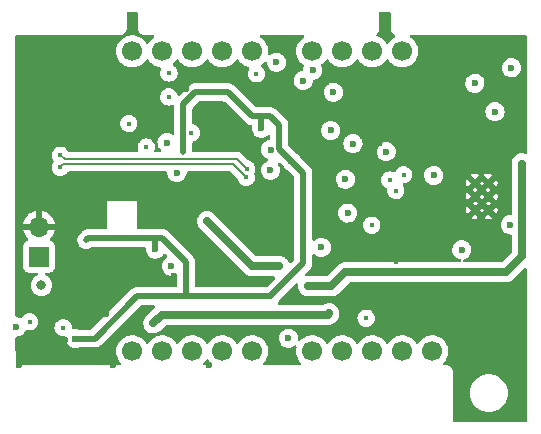
<source format=gbr>
%TF.GenerationSoftware,KiCad,Pcbnew,6.0.6-1.fc35*%
%TF.CreationDate,2022-07-26T21:01:35+02:00*%
%TF.ProjectId,Nixiewatch,4e697869-6577-4617-9463-682e6b696361,rev?*%
%TF.SameCoordinates,Original*%
%TF.FileFunction,Copper,L2,Inr*%
%TF.FilePolarity,Positive*%
%FSLAX46Y46*%
G04 Gerber Fmt 4.6, Leading zero omitted, Abs format (unit mm)*
G04 Created by KiCad (PCBNEW 6.0.6-1.fc35) date 2022-07-26 21:01:35*
%MOMM*%
%LPD*%
G01*
G04 APERTURE LIST*
%TA.AperFunction,ComponentPad*%
%ADD10C,1.700000*%
%TD*%
%TA.AperFunction,ComponentPad*%
%ADD11R,1.700000X1.700000*%
%TD*%
%TA.AperFunction,ComponentPad*%
%ADD12O,1.700000X1.700000*%
%TD*%
%TA.AperFunction,ComponentPad*%
%ADD13C,0.550000*%
%TD*%
%TA.AperFunction,ViaPad*%
%ADD14C,0.600000*%
%TD*%
%TA.AperFunction,ViaPad*%
%ADD15C,0.450000*%
%TD*%
%TA.AperFunction,ViaPad*%
%ADD16C,0.800000*%
%TD*%
%TA.AperFunction,Conductor*%
%ADD17C,0.500000*%
%TD*%
%TA.AperFunction,Conductor*%
%ADD18C,0.700000*%
%TD*%
%TA.AperFunction,Conductor*%
%ADD19C,0.200000*%
%TD*%
G04 APERTURE END LIST*
D10*
%TO.N,Net-(IC2-Pad1)*%
%TO.C,IC2*%
X79492001Y-60794000D03*
%TO.N,Net-(IC2-Pad2)*%
X82032001Y-60794000D03*
%TO.N,Net-(IC2-Pad3)*%
X84572001Y-60794000D03*
%TO.N,Net-(IC2-Pad4)*%
X87112001Y-60794000D03*
%TO.N,Net-(IC2-Pad10)*%
X89652001Y-60794000D03*
%TO.N,Net-(IC2-Pad1)*%
X94732001Y-60794000D03*
%TO.N,Net-(IC2-Pad7)*%
X97272001Y-60794000D03*
%TO.N,Net-(IC2-Pad3)*%
X99812001Y-60794000D03*
%TO.N,Net-(IC2-Pad4)*%
X102352001Y-60794000D03*
%TO.N,Net-(IC2-Pad10)*%
X104892001Y-60794000D03*
%TO.N,Net-(IC2-Pad11)*%
X102352001Y-35394000D03*
%TO.N,Net-(IC2-Pad12)*%
X99812001Y-35394000D03*
%TO.N,Net-(IC2-Pad13)*%
X97272001Y-35394000D03*
%TO.N,Net-(IC2-Pad14)*%
X94732001Y-35394000D03*
%TO.N,N/C*%
X89652001Y-35394000D03*
%TO.N,Net-(IC2-Pad11)*%
X87112001Y-35394000D03*
%TO.N,Net-(IC2-Pad12)*%
X84572001Y-35394000D03*
%TO.N,Net-(IC2-Pad13)*%
X82032001Y-35394000D03*
%TO.N,Net-(IC2-Pad14)*%
X79492001Y-35394000D03*
%TD*%
D11*
%TO.N,+BATT*%
%TO.C,J1*%
X71600000Y-52775000D03*
D12*
%TO.N,GND*%
X71600000Y-50235000D03*
%TD*%
D13*
%TO.N,GND*%
%TO.C,IC1*%
X109635500Y-48837500D03*
X108534500Y-46542500D03*
X109635500Y-47690000D03*
X108534500Y-48837500D03*
X108534500Y-47690000D03*
X109635500Y-46542500D03*
%TD*%
D14*
%TO.N,GND*%
X82484500Y-48134500D03*
X100284500Y-45734500D03*
X69884500Y-61934500D03*
X77884500Y-61934500D03*
%TO.N,/MCU/STAT*%
X69684500Y-58734500D03*
%TO.N,GND*%
X73484500Y-47134500D03*
X73684500Y-42134500D03*
X69884500Y-39734500D03*
X70284500Y-36734500D03*
X73588500Y-57686500D03*
%TO.N,/MCU/STAT*%
X93966500Y-37874500D03*
%TO.N,+BATT*%
X81280000Y-58420000D03*
D15*
%TO.N,/MCU/USB_N*%
X73406000Y-44196000D03*
%TO.N,/MCU/USB_P*%
X73406000Y-45212000D03*
%TO.N,GND*%
X77600000Y-56642000D03*
%TO.N,+5V*%
X73639002Y-58800000D03*
X70800000Y-58300000D03*
D16*
%TO.N,+BATT*%
X71800000Y-55200000D03*
D15*
%TO.N,GND*%
X105646056Y-59246056D03*
X92900000Y-43189330D03*
X102400000Y-49600000D03*
D14*
X108900000Y-49700000D03*
D15*
X102400000Y-48700000D03*
D14*
X79431561Y-52944748D03*
X102000000Y-59000000D03*
X76000000Y-41200000D03*
X103000000Y-45000000D03*
X109000000Y-61000000D03*
X90000000Y-44000000D03*
D15*
X108899500Y-55300000D03*
D14*
X77301523Y-57666415D03*
X81444000Y-47079979D03*
X108500000Y-51800000D03*
X111000000Y-61000000D03*
X75000000Y-35000000D03*
X100330000Y-48006000D03*
X84069023Y-38569023D03*
X95504000Y-46736000D03*
X109300000Y-52600000D03*
X77440000Y-54864000D03*
X104000000Y-35000000D03*
X108100000Y-34500000D03*
D15*
X101610885Y-56383155D03*
D14*
X77380000Y-52398000D03*
D15*
X99800000Y-56400000D03*
D14*
X93000000Y-56000000D03*
X73000000Y-35000000D03*
D15*
X101800000Y-53200000D03*
D14*
X85344000Y-40386000D03*
X111684500Y-56334500D03*
X77000000Y-35000000D03*
X75900000Y-43100000D03*
X107000000Y-61000000D03*
X75602000Y-47079979D03*
X92000000Y-35000000D03*
D15*
X107240031Y-56114609D03*
D14*
X83000000Y-54400000D03*
X85344000Y-54102000D03*
X73784500Y-59834500D03*
X111684500Y-59534500D03*
X111700000Y-34600000D03*
D15*
X96900000Y-43309500D03*
D14*
X88000000Y-41000000D03*
X81500000Y-54800000D03*
D15*
X105400000Y-58600000D03*
X105275498Y-53000000D03*
D14*
X87122000Y-49022000D03*
X71000000Y-35000000D03*
D15*
X104000000Y-43600000D03*
D14*
X82000000Y-50000000D03*
X86000000Y-62000000D03*
D15*
X100449580Y-43250421D03*
D14*
X109100000Y-45400000D03*
X112284500Y-55134500D03*
D15*
X99600000Y-53100000D03*
X85200000Y-41400000D03*
D14*
X100884500Y-33400000D03*
X79500000Y-33300000D03*
X85000000Y-47000000D03*
X75379680Y-53562399D03*
D15*
%TO.N,+12V*%
X101800000Y-47200000D03*
D14*
%TO.N,Net-(C5-Pad2)*%
X111600000Y-36800000D03*
%TO.N,Net-(C6-Pad2)*%
X108500000Y-38100000D03*
X110200000Y-40500000D03*
%TO.N,VAA*%
X94400000Y-55300000D03*
X85852000Y-49784000D03*
X112500000Y-44900000D03*
X91948000Y-53594000D03*
%TO.N,Net-(IC1-Pad9)*%
X111496007Y-50092869D03*
D15*
%TO.N,+BATT*%
X96150047Y-57596959D03*
D14*
%TO.N,+3V3*%
X74676000Y-59718500D03*
X81444000Y-52144000D03*
X90424000Y-41910000D03*
X91186000Y-56134000D03*
D15*
X83820000Y-43957979D03*
D14*
X82440000Y-43122000D03*
X92964000Y-44704000D03*
X83274924Y-45671254D03*
X87376000Y-38862000D03*
D15*
X75602000Y-51382000D03*
%TO.N,/PSU/HV_EN*%
X101300000Y-46300000D03*
X102464804Y-45835196D03*
D14*
X105021000Y-45912000D03*
D15*
X99770878Y-50129122D03*
X99300000Y-58000000D03*
D14*
%TO.N,Net-(IC2-Pad13)*%
X91694000Y-36322000D03*
X94756333Y-36991990D03*
%TO.N,Net-(IC2-Pad3)*%
X92710000Y-59690000D03*
D15*
%TO.N,SDA*%
X80682000Y-43508000D03*
X84500000Y-42300000D03*
D14*
%TO.N,nixie_g*%
X91198944Y-43713830D03*
%TO.N,nixie_f*%
X96300000Y-42100000D03*
%TO.N,nixie_e*%
X82804000Y-53594000D03*
%TO.N,nixie_d*%
X95500000Y-52000000D03*
%TO.N,nixie_c*%
X97536000Y-46228000D03*
%TO.N,nixie_b*%
X101000000Y-43900000D03*
%TO.N,nixie_a*%
X98172868Y-43211525D03*
%TO.N,nixie_dp*%
X107400000Y-52200000D03*
%TO.N,nixie_1*%
X91186000Y-45466000D03*
%TO.N,nixie_2*%
X97723203Y-49093584D03*
D15*
%TO.N,/MCU/USB_P*%
X89154000Y-46070000D03*
%TO.N,/MCU/USB_N*%
X89175239Y-45348761D03*
D14*
%TO.N,Net-(Q7-Pad2)*%
X96520000Y-38862000D03*
D15*
%TO.N,/MCU/BAT*%
X82600000Y-39261500D03*
X82600000Y-37224500D03*
X90000000Y-37300000D03*
X79189388Y-41518571D03*
%TD*%
D17*
%TO.N,+3V3*%
X76310114Y-59718500D02*
X79894614Y-56134000D01*
X74676000Y-59718500D02*
X76310114Y-59718500D01*
X79894614Y-56134000D02*
X84074000Y-56134000D01*
D18*
%TO.N,+BATT*%
X96150047Y-57596959D02*
X96047006Y-57700000D01*
X96047006Y-57700000D02*
X82000000Y-57700000D01*
X82000000Y-57700000D02*
X81280000Y-58420000D01*
D19*
%TO.N,/MCU/USB_N*%
X73767989Y-44557989D02*
X88384467Y-44557989D01*
X73767989Y-44557989D02*
X73406000Y-44196000D01*
%TO.N,/MCU/USB_P*%
X88042000Y-44958000D02*
X73660000Y-44958000D01*
X73660000Y-44958000D02*
X73406000Y-45212000D01*
D18*
%TO.N,VAA*%
X94400000Y-55300000D02*
X96338000Y-55300000D01*
X96338000Y-55300000D02*
X97536000Y-54102000D01*
X91948000Y-53594000D02*
X89662000Y-53594000D01*
X89662000Y-53594000D02*
X85852000Y-49784000D01*
X112300000Y-52900000D02*
X112500000Y-52700000D01*
X112500000Y-52700000D02*
X112500000Y-44900000D01*
X111098000Y-54102000D02*
X112300000Y-52900000D01*
X110236000Y-54102000D02*
X111098000Y-54102000D01*
X97536000Y-54102000D02*
X110236000Y-54102000D01*
D17*
%TO.N,+3V3*%
X91186000Y-56134000D02*
X93980000Y-53340000D01*
X87376000Y-38862000D02*
X84836000Y-38862000D01*
X81400000Y-51200000D02*
X75784000Y-51200000D01*
X91948000Y-41656000D02*
X91186000Y-40894000D01*
X92964000Y-44704000D02*
X91948000Y-43688000D01*
X91948000Y-43688000D02*
X91948000Y-41656000D01*
X84074000Y-56134000D02*
X84074000Y-53274000D01*
X83800000Y-39898000D02*
X83800000Y-40000000D01*
X89662000Y-40894000D02*
X87630000Y-38862000D01*
X82000000Y-51200000D02*
X81400000Y-51200000D01*
X75784000Y-51200000D02*
X75602000Y-51382000D01*
X90424000Y-40894000D02*
X90424000Y-41910000D01*
X84836000Y-38862000D02*
X83820000Y-39878000D01*
X81444000Y-51244000D02*
X81400000Y-51200000D01*
X83820000Y-39878000D02*
X83800000Y-39898000D01*
X84074000Y-56134000D02*
X91186000Y-56134000D01*
X93980000Y-53340000D02*
X93980000Y-45720000D01*
X84074000Y-53274000D02*
X82000000Y-51200000D01*
X83820000Y-39878000D02*
X83820000Y-43957979D01*
X91186000Y-40894000D02*
X90424000Y-40894000D01*
X81444000Y-52144000D02*
X81444000Y-51244000D01*
X90424000Y-40894000D02*
X89662000Y-40894000D01*
X93980000Y-45720000D02*
X92964000Y-44704000D01*
X87630000Y-38862000D02*
X87376000Y-38862000D01*
D19*
%TO.N,/MCU/USB_P*%
X89154000Y-46070000D02*
X88042000Y-44958000D01*
%TO.N,/MCU/USB_N*%
X88384467Y-44557989D02*
X89175239Y-45348761D01*
%TD*%
%TA.AperFunction,Conductor*%
%TO.N,GND*%
G36*
X79933621Y-32063002D02*
G01*
X79980114Y-32116658D01*
X79991500Y-32169000D01*
X79991500Y-33491377D01*
X79991498Y-33492147D01*
X79991024Y-33569721D01*
X79993491Y-33578352D01*
X79999150Y-33598153D01*
X80002728Y-33614915D01*
X80006920Y-33644187D01*
X80010634Y-33652355D01*
X80010634Y-33652356D01*
X80017548Y-33667562D01*
X80023996Y-33685086D01*
X80031051Y-33709771D01*
X80035843Y-33717365D01*
X80035844Y-33717368D01*
X80046830Y-33734780D01*
X80054969Y-33749863D01*
X80067208Y-33776782D01*
X80073069Y-33783584D01*
X80083970Y-33796235D01*
X80095073Y-33811239D01*
X80108776Y-33832958D01*
X80115501Y-33838897D01*
X80115504Y-33838901D01*
X80130938Y-33852532D01*
X80142982Y-33864724D01*
X80156427Y-33880327D01*
X80156430Y-33880329D01*
X80162287Y-33887127D01*
X80169816Y-33892007D01*
X80169817Y-33892008D01*
X80183835Y-33901094D01*
X80198709Y-33912385D01*
X80211217Y-33923431D01*
X80217951Y-33929378D01*
X80244711Y-33941942D01*
X80259691Y-33950263D01*
X80276983Y-33961471D01*
X80276988Y-33961473D01*
X80284515Y-33966352D01*
X80293108Y-33968922D01*
X80293113Y-33968924D01*
X80309120Y-33973711D01*
X80326564Y-33980372D01*
X80341676Y-33987467D01*
X80341678Y-33987468D01*
X80349800Y-33991281D01*
X80358667Y-33992662D01*
X80358668Y-33992662D01*
X80361353Y-33993080D01*
X80379017Y-33995830D01*
X80395732Y-33999613D01*
X80415466Y-34005515D01*
X80415472Y-34005516D01*
X80424066Y-34008086D01*
X80433037Y-34008141D01*
X80433038Y-34008141D01*
X80443097Y-34008202D01*
X80458506Y-34008296D01*
X80459289Y-34008329D01*
X80460386Y-34008500D01*
X80491377Y-34008500D01*
X80492147Y-34008502D01*
X80565785Y-34008952D01*
X80565786Y-34008952D01*
X80569721Y-34008976D01*
X80571065Y-34008592D01*
X80572410Y-34008500D01*
X81238287Y-34008500D01*
X81306408Y-34028502D01*
X81352901Y-34082158D01*
X81363005Y-34152432D01*
X81333511Y-34217012D01*
X81306970Y-34239798D01*
X81305608Y-34240507D01*
X81301472Y-34243612D01*
X81301471Y-34243613D01*
X81284839Y-34256101D01*
X81126966Y-34374635D01*
X80972630Y-34536138D01*
X80865202Y-34693621D01*
X80810294Y-34738621D01*
X80739769Y-34746792D01*
X80676022Y-34715538D01*
X80655325Y-34691054D01*
X80574823Y-34566617D01*
X80574821Y-34566614D01*
X80572015Y-34562277D01*
X80421671Y-34397051D01*
X80417620Y-34393852D01*
X80417616Y-34393848D01*
X80250415Y-34261800D01*
X80250411Y-34261798D01*
X80246360Y-34258598D01*
X80050790Y-34150638D01*
X80045921Y-34148914D01*
X80045917Y-34148912D01*
X79845088Y-34077795D01*
X79845084Y-34077794D01*
X79840213Y-34076069D01*
X79835120Y-34075162D01*
X79835117Y-34075161D01*
X79625374Y-34037800D01*
X79625368Y-34037799D01*
X79620285Y-34036894D01*
X79546453Y-34035992D01*
X79402082Y-34034228D01*
X79402080Y-34034228D01*
X79396912Y-34034165D01*
X79176092Y-34067955D01*
X78963757Y-34137357D01*
X78934798Y-34152432D01*
X78840348Y-34201600D01*
X78765608Y-34240507D01*
X78761475Y-34243610D01*
X78761472Y-34243612D01*
X78737248Y-34261800D01*
X78586966Y-34374635D01*
X78432630Y-34536138D01*
X78306744Y-34720680D01*
X78212689Y-34923305D01*
X78152990Y-35138570D01*
X78129252Y-35360695D01*
X78129549Y-35365848D01*
X78129549Y-35365851D01*
X78135012Y-35460590D01*
X78142111Y-35583715D01*
X78143248Y-35588761D01*
X78143249Y-35588767D01*
X78154195Y-35637335D01*
X78191223Y-35801639D01*
X78229462Y-35895811D01*
X78266547Y-35987140D01*
X78275267Y-36008616D01*
X78314419Y-36072506D01*
X78389292Y-36194688D01*
X78391988Y-36199088D01*
X78538251Y-36367938D01*
X78710127Y-36510632D01*
X78903001Y-36623338D01*
X78907826Y-36625180D01*
X78907827Y-36625181D01*
X78947781Y-36640438D01*
X79111693Y-36703030D01*
X79116761Y-36704061D01*
X79116764Y-36704062D01*
X79218395Y-36724739D01*
X79330598Y-36747567D01*
X79335773Y-36747757D01*
X79335775Y-36747757D01*
X79548674Y-36755564D01*
X79548678Y-36755564D01*
X79553838Y-36755753D01*
X79558958Y-36755097D01*
X79558960Y-36755097D01*
X79770289Y-36728025D01*
X79770290Y-36728025D01*
X79775417Y-36727368D01*
X79784180Y-36724739D01*
X79984430Y-36664661D01*
X79984435Y-36664659D01*
X79989385Y-36663174D01*
X80189995Y-36564896D01*
X80371861Y-36435173D01*
X80403536Y-36403609D01*
X80462634Y-36344717D01*
X80530097Y-36277489D01*
X80541632Y-36261437D01*
X80660454Y-36096077D01*
X80661777Y-36097028D01*
X80708646Y-36053857D01*
X80778581Y-36041625D01*
X80844027Y-36069144D01*
X80871876Y-36100994D01*
X80931988Y-36199088D01*
X81078251Y-36367938D01*
X81250127Y-36510632D01*
X81443001Y-36623338D01*
X81447826Y-36625180D01*
X81447827Y-36625181D01*
X81487781Y-36640438D01*
X81651693Y-36703030D01*
X81841243Y-36741595D01*
X81904006Y-36774775D01*
X81938868Y-36836623D01*
X81934521Y-36908158D01*
X81884966Y-37044309D01*
X81884965Y-37044314D01*
X81882556Y-37050932D01*
X81861931Y-37214194D01*
X81877989Y-37377968D01*
X81929932Y-37534115D01*
X81933581Y-37540140D01*
X81994095Y-37640059D01*
X82015179Y-37674873D01*
X82020070Y-37679938D01*
X82020071Y-37679939D01*
X82073353Y-37735114D01*
X82129491Y-37793247D01*
X82267189Y-37883354D01*
X82421428Y-37940715D01*
X82428409Y-37941646D01*
X82428411Y-37941647D01*
X82577561Y-37961548D01*
X82577565Y-37961548D01*
X82584542Y-37962479D01*
X82591553Y-37961841D01*
X82591557Y-37961841D01*
X82741403Y-37948204D01*
X82741404Y-37948204D01*
X82748424Y-37947565D01*
X82812504Y-37926744D01*
X82898230Y-37898890D01*
X82898233Y-37898889D01*
X82904929Y-37896713D01*
X83046279Y-37812451D01*
X83165449Y-37698968D01*
X83171291Y-37690175D01*
X83252614Y-37567775D01*
X83252615Y-37567773D01*
X83256515Y-37561903D01*
X83314951Y-37408068D01*
X83329066Y-37307633D01*
X83337302Y-37249034D01*
X83337303Y-37249027D01*
X83337853Y-37245110D01*
X83338141Y-37224500D01*
X83319798Y-37060966D01*
X83313998Y-37044309D01*
X83267998Y-36912217D01*
X83265680Y-36905560D01*
X83216365Y-36826639D01*
X83182209Y-36771979D01*
X83178476Y-36766005D01*
X83112705Y-36699773D01*
X83067486Y-36654237D01*
X83067482Y-36654234D01*
X83062522Y-36649239D01*
X83005562Y-36613091D01*
X82972269Y-36591962D01*
X82925471Y-36538572D01*
X82914966Y-36468357D01*
X82944090Y-36403609D01*
X82950844Y-36396326D01*
X83002634Y-36344717D01*
X83070097Y-36277489D01*
X83081632Y-36261437D01*
X83200454Y-36096077D01*
X83201777Y-36097028D01*
X83248646Y-36053857D01*
X83318581Y-36041625D01*
X83384027Y-36069144D01*
X83411876Y-36100994D01*
X83471988Y-36199088D01*
X83618251Y-36367938D01*
X83790127Y-36510632D01*
X83983001Y-36623338D01*
X83987826Y-36625180D01*
X83987827Y-36625181D01*
X84027781Y-36640438D01*
X84191693Y-36703030D01*
X84196761Y-36704061D01*
X84196764Y-36704062D01*
X84298395Y-36724739D01*
X84410598Y-36747567D01*
X84415773Y-36747757D01*
X84415775Y-36747757D01*
X84628674Y-36755564D01*
X84628678Y-36755564D01*
X84633838Y-36755753D01*
X84638958Y-36755097D01*
X84638960Y-36755097D01*
X84850289Y-36728025D01*
X84850290Y-36728025D01*
X84855417Y-36727368D01*
X84864180Y-36724739D01*
X85064430Y-36664661D01*
X85064435Y-36664659D01*
X85069385Y-36663174D01*
X85269995Y-36564896D01*
X85451861Y-36435173D01*
X85483536Y-36403609D01*
X85542634Y-36344717D01*
X85610097Y-36277489D01*
X85621632Y-36261437D01*
X85740454Y-36096077D01*
X85741777Y-36097028D01*
X85788646Y-36053857D01*
X85858581Y-36041625D01*
X85924027Y-36069144D01*
X85951876Y-36100994D01*
X86011988Y-36199088D01*
X86158251Y-36367938D01*
X86330127Y-36510632D01*
X86523001Y-36623338D01*
X86527826Y-36625180D01*
X86527827Y-36625181D01*
X86567781Y-36640438D01*
X86731693Y-36703030D01*
X86736761Y-36704061D01*
X86736764Y-36704062D01*
X86838395Y-36724739D01*
X86950598Y-36747567D01*
X86955773Y-36747757D01*
X86955775Y-36747757D01*
X87168674Y-36755564D01*
X87168678Y-36755564D01*
X87173838Y-36755753D01*
X87178958Y-36755097D01*
X87178960Y-36755097D01*
X87390289Y-36728025D01*
X87390290Y-36728025D01*
X87395417Y-36727368D01*
X87404180Y-36724739D01*
X87604430Y-36664661D01*
X87604435Y-36664659D01*
X87609385Y-36663174D01*
X87809995Y-36564896D01*
X87991861Y-36435173D01*
X88023536Y-36403609D01*
X88082634Y-36344717D01*
X88150097Y-36277489D01*
X88161632Y-36261437D01*
X88280454Y-36096077D01*
X88281777Y-36097028D01*
X88328646Y-36053857D01*
X88398581Y-36041625D01*
X88464027Y-36069144D01*
X88491876Y-36100994D01*
X88551988Y-36199088D01*
X88698251Y-36367938D01*
X88870127Y-36510632D01*
X89063001Y-36623338D01*
X89067826Y-36625180D01*
X89067827Y-36625181D01*
X89107781Y-36640438D01*
X89271693Y-36703030D01*
X89303526Y-36709507D01*
X89366289Y-36742686D01*
X89401152Y-36804534D01*
X89397043Y-36875411D01*
X89384318Y-36901227D01*
X89338838Y-36971797D01*
X89336427Y-36978420D01*
X89336426Y-36978423D01*
X89284966Y-37119809D01*
X89284965Y-37119814D01*
X89282556Y-37126432D01*
X89261931Y-37289694D01*
X89277989Y-37453468D01*
X89329932Y-37609615D01*
X89333581Y-37615640D01*
X89407830Y-37738238D01*
X89415179Y-37750373D01*
X89529491Y-37868747D01*
X89667189Y-37958854D01*
X89821428Y-38016215D01*
X89828409Y-38017146D01*
X89828411Y-38017147D01*
X89977561Y-38037048D01*
X89977565Y-38037048D01*
X89984542Y-38037979D01*
X89991553Y-38037341D01*
X89991557Y-38037341D01*
X90141403Y-38023704D01*
X90141404Y-38023704D01*
X90148424Y-38023065D01*
X90177062Y-38013760D01*
X90298230Y-37974390D01*
X90298233Y-37974389D01*
X90304929Y-37972213D01*
X90446279Y-37887951D01*
X90565449Y-37774468D01*
X90585120Y-37744861D01*
X90652614Y-37643275D01*
X90652615Y-37643273D01*
X90656515Y-37637403D01*
X90714951Y-37483568D01*
X90726542Y-37401093D01*
X90737302Y-37324534D01*
X90737303Y-37324527D01*
X90737853Y-37320610D01*
X90738066Y-37305364D01*
X90738086Y-37303962D01*
X90738086Y-37303956D01*
X90738141Y-37300000D01*
X90719798Y-37136466D01*
X90713998Y-37119809D01*
X90667998Y-36987717D01*
X90665680Y-36981060D01*
X90656292Y-36966035D01*
X90582209Y-36847479D01*
X90578476Y-36841505D01*
X90512210Y-36774775D01*
X90467486Y-36729737D01*
X90467482Y-36729734D01*
X90462522Y-36724739D01*
X90442409Y-36711975D01*
X90395611Y-36658587D01*
X90385106Y-36588371D01*
X90414230Y-36523623D01*
X90436755Y-36503012D01*
X90527655Y-36438173D01*
X90531861Y-36435173D01*
X90535518Y-36431529D01*
X90535524Y-36431524D01*
X90672172Y-36295353D01*
X90734543Y-36261437D01*
X90805350Y-36266626D01*
X90862111Y-36309272D01*
X90886510Y-36372308D01*
X90898163Y-36491160D01*
X90955418Y-36663273D01*
X90959065Y-36669295D01*
X90959066Y-36669297D01*
X91040622Y-36803962D01*
X91049380Y-36818424D01*
X91054269Y-36823487D01*
X91054270Y-36823488D01*
X91069357Y-36839111D01*
X91175382Y-36948902D01*
X91327159Y-37048222D01*
X91333763Y-37050678D01*
X91333765Y-37050679D01*
X91490558Y-37108990D01*
X91490560Y-37108990D01*
X91497168Y-37111448D01*
X91580995Y-37122633D01*
X91669980Y-37134507D01*
X91669984Y-37134507D01*
X91676961Y-37135438D01*
X91683972Y-37134800D01*
X91683976Y-37134800D01*
X91826459Y-37121832D01*
X91857600Y-37118998D01*
X91864302Y-37116820D01*
X91864304Y-37116820D01*
X92023409Y-37065124D01*
X92023412Y-37065123D01*
X92030108Y-37062947D01*
X92149139Y-36991990D01*
X92179860Y-36973677D01*
X92179862Y-36973676D01*
X92185912Y-36970069D01*
X92317266Y-36844982D01*
X92417643Y-36693902D01*
X92466648Y-36564896D01*
X92479555Y-36530920D01*
X92479556Y-36530918D01*
X92482055Y-36524338D01*
X92483246Y-36515863D01*
X92506748Y-36348639D01*
X92506748Y-36348636D01*
X92507299Y-36344717D01*
X92507616Y-36322000D01*
X92487397Y-36141745D01*
X92485080Y-36135091D01*
X92430064Y-35977106D01*
X92430062Y-35977103D01*
X92427745Y-35970448D01*
X92381107Y-35895811D01*
X92335359Y-35822598D01*
X92331626Y-35816624D01*
X92316745Y-35801639D01*
X92208778Y-35692915D01*
X92208774Y-35692912D01*
X92203815Y-35687918D01*
X92194599Y-35682069D01*
X92124109Y-35637335D01*
X92050666Y-35590727D01*
X92021463Y-35580328D01*
X91886425Y-35532243D01*
X91886420Y-35532242D01*
X91879790Y-35529881D01*
X91872802Y-35529048D01*
X91872799Y-35529047D01*
X91749698Y-35514368D01*
X91699680Y-35508404D01*
X91692677Y-35509140D01*
X91692676Y-35509140D01*
X91526288Y-35526628D01*
X91526286Y-35526629D01*
X91519288Y-35527364D01*
X91347579Y-35585818D01*
X91193088Y-35680862D01*
X91191665Y-35678549D01*
X91137160Y-35700162D01*
X91067491Y-35686497D01*
X91016269Y-35637335D01*
X90999758Y-35568285D01*
X91000673Y-35558247D01*
X91013093Y-35463908D01*
X91013530Y-35460590D01*
X91015157Y-35394000D01*
X90996853Y-35171361D01*
X90942432Y-34954702D01*
X90853355Y-34749840D01*
X90732015Y-34562277D01*
X90581671Y-34397051D01*
X90577620Y-34393852D01*
X90577616Y-34393848D01*
X90410415Y-34261800D01*
X90410411Y-34261798D01*
X90406360Y-34258598D01*
X90381381Y-34244809D01*
X90331410Y-34194376D01*
X90316638Y-34124934D01*
X90341754Y-34058528D01*
X90398785Y-34016243D01*
X90442274Y-34008500D01*
X93938287Y-34008500D01*
X94006408Y-34028502D01*
X94052901Y-34082158D01*
X94063005Y-34152432D01*
X94033511Y-34217012D01*
X94006970Y-34239798D01*
X94005608Y-34240507D01*
X94001472Y-34243612D01*
X94001471Y-34243613D01*
X93984839Y-34256101D01*
X93826966Y-34374635D01*
X93672630Y-34536138D01*
X93546744Y-34720680D01*
X93452689Y-34923305D01*
X93392990Y-35138570D01*
X93369252Y-35360695D01*
X93369549Y-35365848D01*
X93369549Y-35365851D01*
X93375012Y-35460590D01*
X93382111Y-35583715D01*
X93383248Y-35588761D01*
X93383249Y-35588767D01*
X93394195Y-35637335D01*
X93431223Y-35801639D01*
X93469462Y-35895811D01*
X93506547Y-35987140D01*
X93515267Y-36008616D01*
X93554419Y-36072506D01*
X93629292Y-36194688D01*
X93631988Y-36199088D01*
X93778251Y-36367938D01*
X93950127Y-36510632D01*
X93954594Y-36513242D01*
X93959079Y-36515863D01*
X94007804Y-36567500D01*
X94020876Y-36637283D01*
X94013912Y-36667747D01*
X93975975Y-36771979D01*
X93965530Y-36800675D01*
X93945131Y-36962151D01*
X93944640Y-36966035D01*
X93916258Y-37031112D01*
X93857199Y-37070513D01*
X93832804Y-37075553D01*
X93798789Y-37079128D01*
X93798788Y-37079128D01*
X93791788Y-37079864D01*
X93620079Y-37138318D01*
X93614075Y-37142012D01*
X93471595Y-37229666D01*
X93471592Y-37229668D01*
X93465588Y-37233362D01*
X93460553Y-37238293D01*
X93460550Y-37238295D01*
X93380538Y-37316649D01*
X93335993Y-37360271D01*
X93237735Y-37512738D01*
X93235326Y-37519358D01*
X93235324Y-37519361D01*
X93178722Y-37674873D01*
X93175697Y-37683185D01*
X93152963Y-37863140D01*
X93170663Y-38043660D01*
X93227918Y-38215773D01*
X93231565Y-38221795D01*
X93231566Y-38221797D01*
X93316838Y-38362598D01*
X93321880Y-38370924D01*
X93447882Y-38501402D01*
X93482588Y-38524113D01*
X93591982Y-38595698D01*
X93599659Y-38600722D01*
X93606263Y-38603178D01*
X93606265Y-38603179D01*
X93763058Y-38661490D01*
X93763060Y-38661490D01*
X93769668Y-38663948D01*
X93853179Y-38675091D01*
X93942480Y-38687007D01*
X93942484Y-38687007D01*
X93949461Y-38687938D01*
X93956472Y-38687300D01*
X93956476Y-38687300D01*
X94098959Y-38674332D01*
X94130100Y-38671498D01*
X94136802Y-38669320D01*
X94136804Y-38669320D01*
X94295909Y-38617624D01*
X94295912Y-38617623D01*
X94302608Y-38615447D01*
X94428202Y-38540578D01*
X94452360Y-38526177D01*
X94452362Y-38526176D01*
X94458412Y-38522569D01*
X94589766Y-38397482D01*
X94690143Y-38246402D01*
X94744164Y-38104192D01*
X94752055Y-38083420D01*
X94752056Y-38083418D01*
X94754555Y-38076838D01*
X94779492Y-37899398D01*
X94808780Y-37834724D01*
X94868384Y-37796151D01*
X94892847Y-37791453D01*
X94919933Y-37788988D01*
X94926635Y-37786810D01*
X94926637Y-37786810D01*
X95085742Y-37735114D01*
X95085745Y-37735113D01*
X95092441Y-37732937D01*
X95248245Y-37640059D01*
X95379599Y-37514972D01*
X95479976Y-37363892D01*
X95536842Y-37214194D01*
X95541888Y-37200910D01*
X95541889Y-37200908D01*
X95544388Y-37194328D01*
X95551741Y-37142012D01*
X95569081Y-37018629D01*
X95569081Y-37018626D01*
X95569632Y-37014707D01*
X95569949Y-36991990D01*
X95549730Y-36811735D01*
X95547223Y-36804534D01*
X95541688Y-36788640D01*
X110786463Y-36788640D01*
X110804163Y-36969160D01*
X110861418Y-37141273D01*
X110865065Y-37147295D01*
X110865066Y-37147297D01*
X110949817Y-37287238D01*
X110955380Y-37296424D01*
X110960269Y-37301487D01*
X110960270Y-37301488D01*
X111022756Y-37366193D01*
X111081382Y-37426902D01*
X111141005Y-37465918D01*
X111223393Y-37519831D01*
X111233159Y-37526222D01*
X111239763Y-37528678D01*
X111239765Y-37528679D01*
X111396558Y-37586990D01*
X111396560Y-37586990D01*
X111403168Y-37589448D01*
X111486732Y-37600598D01*
X111575980Y-37612507D01*
X111575984Y-37612507D01*
X111582961Y-37613438D01*
X111589972Y-37612800D01*
X111589976Y-37612800D01*
X111732459Y-37599832D01*
X111763600Y-37596998D01*
X111770302Y-37594820D01*
X111770304Y-37594820D01*
X111929409Y-37543124D01*
X111929412Y-37543123D01*
X111936108Y-37540947D01*
X112061970Y-37465918D01*
X112085860Y-37451677D01*
X112085862Y-37451676D01*
X112091912Y-37448069D01*
X112223266Y-37322982D01*
X112323643Y-37171902D01*
X112381867Y-37018629D01*
X112385555Y-37008920D01*
X112385556Y-37008918D01*
X112388055Y-37002338D01*
X112390110Y-36987717D01*
X112412748Y-36826639D01*
X112412748Y-36826636D01*
X112413299Y-36822717D01*
X112413616Y-36800000D01*
X112393397Y-36619745D01*
X112390646Y-36611844D01*
X112336064Y-36455106D01*
X112336062Y-36455103D01*
X112333745Y-36448448D01*
X112237626Y-36294624D01*
X112220610Y-36277489D01*
X112114778Y-36170915D01*
X112114774Y-36170912D01*
X112109815Y-36165918D01*
X112098697Y-36158862D01*
X112050538Y-36128300D01*
X111956666Y-36068727D01*
X111914906Y-36053857D01*
X111792425Y-36010243D01*
X111792420Y-36010242D01*
X111785790Y-36007881D01*
X111778802Y-36007048D01*
X111778799Y-36007047D01*
X111655698Y-35992368D01*
X111605680Y-35986404D01*
X111598677Y-35987140D01*
X111598676Y-35987140D01*
X111432288Y-36004628D01*
X111432286Y-36004629D01*
X111425288Y-36005364D01*
X111253579Y-36063818D01*
X111247575Y-36067512D01*
X111105095Y-36155166D01*
X111105092Y-36155168D01*
X111099088Y-36158862D01*
X111094053Y-36163793D01*
X111094050Y-36163795D01*
X111054026Y-36202990D01*
X110969493Y-36285771D01*
X110871235Y-36438238D01*
X110868826Y-36444858D01*
X110868824Y-36444861D01*
X110820329Y-36578100D01*
X110809197Y-36608685D01*
X110786463Y-36788640D01*
X95541688Y-36788640D01*
X95490078Y-36640438D01*
X95491571Y-36639918D01*
X95481519Y-36578100D01*
X95509818Y-36512987D01*
X95533374Y-36491157D01*
X95611861Y-36435173D01*
X95643536Y-36403609D01*
X95702634Y-36344717D01*
X95770097Y-36277489D01*
X95781632Y-36261437D01*
X95900454Y-36096077D01*
X95901777Y-36097028D01*
X95948646Y-36053857D01*
X96018581Y-36041625D01*
X96084027Y-36069144D01*
X96111876Y-36100994D01*
X96171988Y-36199088D01*
X96318251Y-36367938D01*
X96490127Y-36510632D01*
X96683001Y-36623338D01*
X96687826Y-36625180D01*
X96687827Y-36625181D01*
X96727781Y-36640438D01*
X96891693Y-36703030D01*
X96896761Y-36704061D01*
X96896764Y-36704062D01*
X96998395Y-36724739D01*
X97110598Y-36747567D01*
X97115773Y-36747757D01*
X97115775Y-36747757D01*
X97328674Y-36755564D01*
X97328678Y-36755564D01*
X97333838Y-36755753D01*
X97338958Y-36755097D01*
X97338960Y-36755097D01*
X97550289Y-36728025D01*
X97550290Y-36728025D01*
X97555417Y-36727368D01*
X97564180Y-36724739D01*
X97764430Y-36664661D01*
X97764435Y-36664659D01*
X97769385Y-36663174D01*
X97969995Y-36564896D01*
X98151861Y-36435173D01*
X98183536Y-36403609D01*
X98242634Y-36344717D01*
X98310097Y-36277489D01*
X98321632Y-36261437D01*
X98440454Y-36096077D01*
X98441777Y-36097028D01*
X98488646Y-36053857D01*
X98558581Y-36041625D01*
X98624027Y-36069144D01*
X98651876Y-36100994D01*
X98711988Y-36199088D01*
X98858251Y-36367938D01*
X99030127Y-36510632D01*
X99223001Y-36623338D01*
X99227826Y-36625180D01*
X99227827Y-36625181D01*
X99267781Y-36640438D01*
X99431693Y-36703030D01*
X99436761Y-36704061D01*
X99436764Y-36704062D01*
X99538395Y-36724739D01*
X99650598Y-36747567D01*
X99655773Y-36747757D01*
X99655775Y-36747757D01*
X99868674Y-36755564D01*
X99868678Y-36755564D01*
X99873838Y-36755753D01*
X99878958Y-36755097D01*
X99878960Y-36755097D01*
X100090289Y-36728025D01*
X100090290Y-36728025D01*
X100095417Y-36727368D01*
X100104180Y-36724739D01*
X100304430Y-36664661D01*
X100304435Y-36664659D01*
X100309385Y-36663174D01*
X100509995Y-36564896D01*
X100691861Y-36435173D01*
X100723536Y-36403609D01*
X100782634Y-36344717D01*
X100850097Y-36277489D01*
X100861632Y-36261437D01*
X100980454Y-36096077D01*
X100981777Y-36097028D01*
X101028646Y-36053857D01*
X101098581Y-36041625D01*
X101164027Y-36069144D01*
X101191876Y-36100994D01*
X101251988Y-36199088D01*
X101398251Y-36367938D01*
X101570127Y-36510632D01*
X101763001Y-36623338D01*
X101767826Y-36625180D01*
X101767827Y-36625181D01*
X101807781Y-36640438D01*
X101971693Y-36703030D01*
X101976761Y-36704061D01*
X101976764Y-36704062D01*
X102078395Y-36724739D01*
X102190598Y-36747567D01*
X102195773Y-36747757D01*
X102195775Y-36747757D01*
X102408674Y-36755564D01*
X102408678Y-36755564D01*
X102413838Y-36755753D01*
X102418958Y-36755097D01*
X102418960Y-36755097D01*
X102630289Y-36728025D01*
X102630290Y-36728025D01*
X102635417Y-36727368D01*
X102644180Y-36724739D01*
X102844430Y-36664661D01*
X102844435Y-36664659D01*
X102849385Y-36663174D01*
X103049995Y-36564896D01*
X103231861Y-36435173D01*
X103263536Y-36403609D01*
X103322634Y-36344717D01*
X103390097Y-36277489D01*
X103401632Y-36261437D01*
X103517436Y-36100277D01*
X103520454Y-36096077D01*
X103532104Y-36072506D01*
X103617137Y-35900453D01*
X103617138Y-35900451D01*
X103619431Y-35895811D01*
X103684371Y-35682069D01*
X103713530Y-35460590D01*
X103715157Y-35394000D01*
X103696853Y-35171361D01*
X103642432Y-34954702D01*
X103553355Y-34749840D01*
X103432015Y-34562277D01*
X103281671Y-34397051D01*
X103277620Y-34393852D01*
X103277616Y-34393848D01*
X103110415Y-34261800D01*
X103110411Y-34261798D01*
X103106360Y-34258598D01*
X103081381Y-34244809D01*
X103031410Y-34194376D01*
X103016638Y-34124934D01*
X103041754Y-34058528D01*
X103098785Y-34016243D01*
X103142274Y-34008500D01*
X112765500Y-34008500D01*
X112833621Y-34028502D01*
X112880114Y-34082158D01*
X112891500Y-34134500D01*
X112891500Y-43947485D01*
X112871498Y-44015606D01*
X112817842Y-44062099D01*
X112747568Y-44072203D01*
X112736051Y-44069778D01*
X112732229Y-44068249D01*
X112612452Y-44048420D01*
X112554942Y-44038899D01*
X112554939Y-44038899D01*
X112548205Y-44037784D01*
X112541389Y-44038141D01*
X112541385Y-44038141D01*
X112396525Y-44045734D01*
X112361933Y-44047547D01*
X112182102Y-44097080D01*
X112017102Y-44184075D01*
X112011889Y-44188480D01*
X112011885Y-44188483D01*
X111879847Y-44300064D01*
X111879843Y-44300068D01*
X111874633Y-44304471D01*
X111870486Y-44309895D01*
X111870485Y-44309896D01*
X111765484Y-44447231D01*
X111765481Y-44447235D01*
X111761340Y-44452652D01*
X111682510Y-44621704D01*
X111641820Y-44803740D01*
X111641500Y-44809463D01*
X111641500Y-49154151D01*
X111621498Y-49222272D01*
X111567842Y-49268765D01*
X111514622Y-49280148D01*
X111508677Y-49280107D01*
X111501687Y-49279273D01*
X111494684Y-49280009D01*
X111328295Y-49297497D01*
X111328293Y-49297498D01*
X111321295Y-49298233D01*
X111149586Y-49356687D01*
X111108884Y-49381727D01*
X111001102Y-49448035D01*
X111001099Y-49448037D01*
X110995095Y-49451731D01*
X110990060Y-49456662D01*
X110990057Y-49456664D01*
X110877771Y-49566623D01*
X110865500Y-49578640D01*
X110767242Y-49731107D01*
X110764833Y-49737727D01*
X110764831Y-49737730D01*
X110708965Y-49891221D01*
X110705204Y-49901554D01*
X110682470Y-50081509D01*
X110700170Y-50262029D01*
X110757425Y-50434142D01*
X110761072Y-50440164D01*
X110761073Y-50440166D01*
X110841806Y-50573472D01*
X110851387Y-50589293D01*
X110856276Y-50594356D01*
X110856277Y-50594357D01*
X110892957Y-50632340D01*
X110977389Y-50719771D01*
X111053278Y-50769431D01*
X111075719Y-50784116D01*
X111129166Y-50819091D01*
X111135770Y-50821547D01*
X111135772Y-50821548D01*
X111292565Y-50879859D01*
X111292567Y-50879859D01*
X111299175Y-50882317D01*
X111383002Y-50893502D01*
X111471987Y-50905376D01*
X111471991Y-50905376D01*
X111478968Y-50906307D01*
X111504083Y-50904021D01*
X111573735Y-50917768D01*
X111624899Y-50966990D01*
X111641500Y-51029503D01*
X111641500Y-52292207D01*
X111621498Y-52360328D01*
X111604595Y-52381302D01*
X110779302Y-53206595D01*
X110716990Y-53240621D01*
X110690207Y-53243500D01*
X107599277Y-53243500D01*
X107531156Y-53223498D01*
X107484663Y-53169842D01*
X107474559Y-53099568D01*
X107504053Y-53034988D01*
X107563094Y-52997044D01*
X107563600Y-52996998D01*
X107568198Y-52995504D01*
X107568202Y-52995503D01*
X107729409Y-52943124D01*
X107729412Y-52943123D01*
X107736108Y-52940947D01*
X107832513Y-52883478D01*
X107885860Y-52851677D01*
X107885862Y-52851676D01*
X107891912Y-52848069D01*
X108023266Y-52722982D01*
X108123643Y-52571902D01*
X108188055Y-52402338D01*
X108189035Y-52395366D01*
X108212748Y-52226639D01*
X108212748Y-52226636D01*
X108213299Y-52222717D01*
X108213616Y-52200000D01*
X108193397Y-52019745D01*
X108191080Y-52013091D01*
X108136064Y-51855106D01*
X108136062Y-51855103D01*
X108133745Y-51848448D01*
X108037626Y-51694624D01*
X107998081Y-51654802D01*
X107914778Y-51570915D01*
X107914774Y-51570912D01*
X107909815Y-51565918D01*
X107898697Y-51558862D01*
X107850538Y-51528300D01*
X107756666Y-51468727D01*
X107669535Y-51437701D01*
X107592425Y-51410243D01*
X107592420Y-51410242D01*
X107585790Y-51407881D01*
X107578802Y-51407048D01*
X107578799Y-51407047D01*
X107425404Y-51388756D01*
X107405680Y-51386404D01*
X107398677Y-51387140D01*
X107398676Y-51387140D01*
X107232288Y-51404628D01*
X107232286Y-51404629D01*
X107225288Y-51405364D01*
X107053579Y-51463818D01*
X107039457Y-51472506D01*
X106905095Y-51555166D01*
X106905092Y-51555168D01*
X106899088Y-51558862D01*
X106894053Y-51563793D01*
X106894050Y-51563795D01*
X106787290Y-51668343D01*
X106769493Y-51685771D01*
X106671235Y-51838238D01*
X106668826Y-51844858D01*
X106668824Y-51844861D01*
X106628871Y-51954632D01*
X106609197Y-52008685D01*
X106586463Y-52188640D01*
X106604163Y-52369160D01*
X106661418Y-52541273D01*
X106665065Y-52547295D01*
X106665066Y-52547297D01*
X106715613Y-52630760D01*
X106755380Y-52696424D01*
X106760269Y-52701487D01*
X106760270Y-52701488D01*
X106822409Y-52765834D01*
X106881382Y-52826902D01*
X106887278Y-52830760D01*
X106972279Y-52886383D01*
X107033159Y-52926222D01*
X107039763Y-52928678D01*
X107039765Y-52928679D01*
X107196558Y-52986990D01*
X107196560Y-52986990D01*
X107203168Y-52989448D01*
X107226235Y-52992526D01*
X107226843Y-52992607D01*
X107291720Y-53021443D01*
X107330708Y-53080776D01*
X107331428Y-53151769D01*
X107293653Y-53211882D01*
X107229375Y-53242029D01*
X107210178Y-53243500D01*
X97577390Y-53243500D01*
X97566847Y-53243058D01*
X97514901Y-53238696D01*
X97508141Y-53239598D01*
X97508139Y-53239598D01*
X97434398Y-53249437D01*
X97431343Y-53249807D01*
X97399111Y-53253309D01*
X97350563Y-53258583D01*
X97344099Y-53260758D01*
X97340824Y-53261478D01*
X97340428Y-53261548D01*
X97340004Y-53261671D01*
X97336784Y-53262462D01*
X97330011Y-53263366D01*
X97253677Y-53291149D01*
X97250802Y-53292156D01*
X97232227Y-53298407D01*
X97173777Y-53318078D01*
X97167923Y-53321596D01*
X97164916Y-53322985D01*
X97164511Y-53323152D01*
X97164135Y-53323357D01*
X97161148Y-53324827D01*
X97154732Y-53327162D01*
X97086080Y-53370730D01*
X97083611Y-53372255D01*
X97013891Y-53414147D01*
X97008934Y-53418834D01*
X97006277Y-53420851D01*
X97005543Y-53421361D01*
X97001605Y-53424339D01*
X96997241Y-53427109D01*
X96992968Y-53430929D01*
X96938972Y-53484925D01*
X96936450Y-53487379D01*
X96878364Y-53542308D01*
X96874526Y-53547956D01*
X96870107Y-53553148D01*
X96869707Y-53552808D01*
X96863100Y-53560797D01*
X96019302Y-54404595D01*
X95956990Y-54438621D01*
X95930207Y-54441500D01*
X94353404Y-54441500D01*
X94350008Y-54441869D01*
X94350007Y-54441869D01*
X94257863Y-54451879D01*
X94187980Y-54439351D01*
X94135965Y-54391030D01*
X94118330Y-54322259D01*
X94140676Y-54254870D01*
X94155160Y-54237521D01*
X94468911Y-53923770D01*
X94483323Y-53911384D01*
X94494918Y-53902851D01*
X94494923Y-53902846D01*
X94500818Y-53898508D01*
X94505557Y-53892930D01*
X94505560Y-53892927D01*
X94535035Y-53858232D01*
X94541965Y-53850716D01*
X94547661Y-53845020D01*
X94549924Y-53842159D01*
X94549929Y-53842154D01*
X94565293Y-53822734D01*
X94568082Y-53819333D01*
X94569743Y-53817378D01*
X94615333Y-53763715D01*
X94618659Y-53757202D01*
X94622020Y-53752163D01*
X94625196Y-53747021D01*
X94629734Y-53741284D01*
X94660655Y-53675125D01*
X94662561Y-53671225D01*
X94663331Y-53669717D01*
X94695769Y-53606192D01*
X94697508Y-53599083D01*
X94699604Y-53593449D01*
X94701523Y-53587679D01*
X94704622Y-53581050D01*
X94719491Y-53509565D01*
X94720461Y-53505282D01*
X94725131Y-53486196D01*
X94737808Y-53434390D01*
X94738500Y-53423236D01*
X94738535Y-53423238D01*
X94738775Y-53419266D01*
X94739152Y-53415045D01*
X94740641Y-53407885D01*
X94738546Y-53330458D01*
X94738500Y-53327050D01*
X94738500Y-52687252D01*
X94758502Y-52619131D01*
X94812158Y-52572638D01*
X94882432Y-52562534D01*
X94947012Y-52592028D01*
X94955136Y-52599724D01*
X94981382Y-52626902D01*
X95013729Y-52648069D01*
X95073607Y-52687252D01*
X95133159Y-52726222D01*
X95139763Y-52728678D01*
X95139765Y-52728679D01*
X95296558Y-52786990D01*
X95296560Y-52786990D01*
X95303168Y-52789448D01*
X95386995Y-52800633D01*
X95475980Y-52812507D01*
X95475984Y-52812507D01*
X95482961Y-52813438D01*
X95489972Y-52812800D01*
X95489976Y-52812800D01*
X95632459Y-52799832D01*
X95663600Y-52796998D01*
X95670302Y-52794820D01*
X95670304Y-52794820D01*
X95829409Y-52743124D01*
X95829412Y-52743123D01*
X95836108Y-52740947D01*
X95991912Y-52648069D01*
X96123266Y-52522982D01*
X96223643Y-52371902D01*
X96288055Y-52202338D01*
X96290963Y-52181646D01*
X96312748Y-52026639D01*
X96312748Y-52026636D01*
X96313299Y-52022717D01*
X96313616Y-52000000D01*
X96293397Y-51819745D01*
X96289058Y-51807285D01*
X96236064Y-51655106D01*
X96236062Y-51655103D01*
X96233745Y-51648448D01*
X96227365Y-51638238D01*
X96141359Y-51500598D01*
X96137626Y-51494624D01*
X96126677Y-51483598D01*
X96014778Y-51370915D01*
X96014774Y-51370912D01*
X96009815Y-51365918D01*
X95998697Y-51358862D01*
X95950538Y-51328300D01*
X95856666Y-51268727D01*
X95827463Y-51258328D01*
X95692425Y-51210243D01*
X95692420Y-51210242D01*
X95685790Y-51207881D01*
X95678802Y-51207048D01*
X95678799Y-51207047D01*
X95555698Y-51192368D01*
X95505680Y-51186404D01*
X95498677Y-51187140D01*
X95498676Y-51187140D01*
X95332288Y-51204628D01*
X95332286Y-51204629D01*
X95325288Y-51205364D01*
X95153579Y-51263818D01*
X95091109Y-51302250D01*
X95005095Y-51355166D01*
X95005092Y-51355168D01*
X94999088Y-51358862D01*
X94994053Y-51363793D01*
X94994050Y-51363795D01*
X94952658Y-51404330D01*
X94889993Y-51437701D01*
X94819234Y-51431895D01*
X94762847Y-51388756D01*
X94738734Y-51321980D01*
X94738500Y-51314307D01*
X94738500Y-50118816D01*
X99032809Y-50118816D01*
X99048867Y-50282590D01*
X99100810Y-50438737D01*
X99108322Y-50451140D01*
X99179949Y-50569409D01*
X99186057Y-50579495D01*
X99190948Y-50584560D01*
X99190949Y-50584561D01*
X99213032Y-50607429D01*
X99300369Y-50697869D01*
X99438067Y-50787976D01*
X99592306Y-50845337D01*
X99599287Y-50846268D01*
X99599289Y-50846269D01*
X99748439Y-50866170D01*
X99748443Y-50866170D01*
X99755420Y-50867101D01*
X99762431Y-50866463D01*
X99762435Y-50866463D01*
X99912281Y-50852826D01*
X99912282Y-50852826D01*
X99919302Y-50852187D01*
X99947940Y-50842882D01*
X100069108Y-50803512D01*
X100069111Y-50803511D01*
X100075807Y-50801335D01*
X100217157Y-50717073D01*
X100336327Y-50603590D01*
X100340228Y-50597719D01*
X100423492Y-50472397D01*
X100423493Y-50472395D01*
X100427393Y-50466525D01*
X100485829Y-50312690D01*
X100494385Y-50251811D01*
X100508180Y-50153656D01*
X100508181Y-50153649D01*
X100508731Y-50149732D01*
X100509019Y-50129122D01*
X100490676Y-49965588D01*
X100484876Y-49948931D01*
X100438876Y-49816839D01*
X100436558Y-49810182D01*
X100430743Y-49800875D01*
X100353087Y-49676601D01*
X100349354Y-49670627D01*
X100286350Y-49607182D01*
X100238364Y-49558859D01*
X100238360Y-49558856D01*
X100233400Y-49553861D01*
X100216934Y-49543411D01*
X108193419Y-49543411D01*
X108196202Y-49547129D01*
X108337275Y-49599593D01*
X108350860Y-49602980D01*
X108511017Y-49624350D01*
X108525013Y-49624643D01*
X108685919Y-49609999D01*
X108699644Y-49607182D01*
X108853307Y-49557254D01*
X108865266Y-49551829D01*
X108873071Y-49543411D01*
X109294419Y-49543411D01*
X109297202Y-49547129D01*
X109438275Y-49599593D01*
X109451860Y-49602980D01*
X109612017Y-49624350D01*
X109626013Y-49624643D01*
X109786919Y-49609999D01*
X109800644Y-49607182D01*
X109954307Y-49557254D01*
X109966266Y-49551829D01*
X109975621Y-49541739D01*
X109972116Y-49533326D01*
X109648312Y-49209522D01*
X109634368Y-49201908D01*
X109632535Y-49202039D01*
X109625920Y-49206290D01*
X109301179Y-49531031D01*
X109294419Y-49543411D01*
X108873071Y-49543411D01*
X108874621Y-49541739D01*
X108871116Y-49533326D01*
X108547312Y-49209522D01*
X108533368Y-49201908D01*
X108531535Y-49202039D01*
X108524920Y-49206290D01*
X108200179Y-49531031D01*
X108193419Y-49543411D01*
X100216934Y-49543411D01*
X100094458Y-49465685D01*
X100025241Y-49441038D01*
X99946067Y-49412845D01*
X99946065Y-49412844D01*
X99939433Y-49410483D01*
X99932447Y-49409650D01*
X99932443Y-49409649D01*
X99817949Y-49395997D01*
X99776031Y-49390999D01*
X99769028Y-49391735D01*
X99769027Y-49391735D01*
X99725813Y-49396277D01*
X99612373Y-49408200D01*
X99605705Y-49410470D01*
X99463260Y-49458962D01*
X99463257Y-49458963D01*
X99456593Y-49461232D01*
X99359736Y-49520819D01*
X99325731Y-49541739D01*
X99316433Y-49547459D01*
X99267812Y-49595072D01*
X99237915Y-49624350D01*
X99198860Y-49662595D01*
X99109716Y-49800919D01*
X99107305Y-49807542D01*
X99107304Y-49807545D01*
X99055844Y-49948931D01*
X99055843Y-49948936D01*
X99053434Y-49955554D01*
X99032809Y-50118816D01*
X94738500Y-50118816D01*
X94738500Y-49082224D01*
X96909666Y-49082224D01*
X96927366Y-49262744D01*
X96984621Y-49434857D01*
X96988268Y-49440879D01*
X96988269Y-49440881D01*
X97064421Y-49566623D01*
X97078583Y-49590008D01*
X97204585Y-49720486D01*
X97210481Y-49724344D01*
X97344221Y-49811861D01*
X97356362Y-49819806D01*
X97362966Y-49822262D01*
X97362968Y-49822263D01*
X97519761Y-49880574D01*
X97519763Y-49880574D01*
X97526371Y-49883032D01*
X97610198Y-49894217D01*
X97699183Y-49906091D01*
X97699187Y-49906091D01*
X97706164Y-49907022D01*
X97713175Y-49906384D01*
X97713179Y-49906384D01*
X97855662Y-49893416D01*
X97886803Y-49890582D01*
X97893505Y-49888404D01*
X97893507Y-49888404D01*
X98052612Y-49836708D01*
X98052615Y-49836707D01*
X98059311Y-49834531D01*
X98215115Y-49741653D01*
X98346469Y-49616566D01*
X98446846Y-49465486D01*
X98511258Y-49295922D01*
X98513475Y-49280148D01*
X98535951Y-49120223D01*
X98535951Y-49120220D01*
X98536502Y-49116301D01*
X98536819Y-49093584D01*
X98516600Y-48913329D01*
X98512923Y-48902771D01*
X98488803Y-48833508D01*
X107747310Y-48833508D01*
X107763078Y-48994316D01*
X107765989Y-49008010D01*
X107816989Y-49161323D01*
X107820864Y-49169711D01*
X107829880Y-49177954D01*
X107838497Y-49174293D01*
X108162478Y-48850312D01*
X108168856Y-48838632D01*
X108898908Y-48838632D01*
X108899039Y-48840465D01*
X108903290Y-48847080D01*
X109072188Y-49015978D01*
X109086132Y-49023592D01*
X109087965Y-49023461D01*
X109094580Y-49019210D01*
X109263478Y-48850312D01*
X109269856Y-48838632D01*
X109999908Y-48838632D01*
X110000039Y-48840465D01*
X110004290Y-48847080D01*
X110328617Y-49171407D01*
X110340997Y-49178167D01*
X110344813Y-49175310D01*
X110396199Y-49040038D01*
X110399679Y-49026484D01*
X110422596Y-48863423D01*
X110423202Y-48855541D01*
X110423399Y-48841462D01*
X110423012Y-48833562D01*
X110404658Y-48669927D01*
X110401558Y-48656282D01*
X110348418Y-48503684D01*
X110347792Y-48502377D01*
X110340960Y-48496304D01*
X110331911Y-48500299D01*
X110007522Y-48824688D01*
X109999908Y-48838632D01*
X109269856Y-48838632D01*
X109271092Y-48836368D01*
X109270961Y-48834535D01*
X109266710Y-48827920D01*
X109097812Y-48659022D01*
X109083868Y-48651408D01*
X109082035Y-48651539D01*
X109075420Y-48655790D01*
X108906522Y-48824688D01*
X108898908Y-48838632D01*
X108168856Y-48838632D01*
X108170092Y-48836368D01*
X108169961Y-48834535D01*
X108165710Y-48827920D01*
X107840523Y-48502733D01*
X107828143Y-48495973D01*
X107824521Y-48498684D01*
X107771047Y-48645602D01*
X107767757Y-48659202D01*
X107747506Y-48819511D01*
X107747310Y-48833508D01*
X98488803Y-48833508D01*
X98459267Y-48748690D01*
X98459265Y-48748687D01*
X98456948Y-48742032D01*
X98360829Y-48588208D01*
X98276893Y-48503684D01*
X98237981Y-48464499D01*
X98237977Y-48464496D01*
X98233018Y-48459502D01*
X98221900Y-48452446D01*
X98173741Y-48421884D01*
X98079869Y-48362311D01*
X98050666Y-48351912D01*
X97915628Y-48303827D01*
X97915623Y-48303826D01*
X97908993Y-48301465D01*
X97902005Y-48300632D01*
X97902002Y-48300631D01*
X97778901Y-48285952D01*
X97728883Y-48279988D01*
X97721880Y-48280724D01*
X97721879Y-48280724D01*
X97555491Y-48298212D01*
X97555489Y-48298213D01*
X97548491Y-48298948D01*
X97376782Y-48357402D01*
X97370778Y-48361096D01*
X97228298Y-48448750D01*
X97228295Y-48448752D01*
X97222291Y-48452446D01*
X97217256Y-48457377D01*
X97217253Y-48457379D01*
X97097728Y-48574427D01*
X97092696Y-48579355D01*
X96994438Y-48731822D01*
X96992029Y-48738442D01*
X96992027Y-48738445D01*
X96946539Y-48863423D01*
X96932400Y-48902269D01*
X96909666Y-49082224D01*
X94738500Y-49082224D01*
X94738500Y-48264882D01*
X108325158Y-48264882D01*
X108325289Y-48266715D01*
X108329540Y-48273330D01*
X108521688Y-48465478D01*
X108535632Y-48473092D01*
X108537465Y-48472961D01*
X108544080Y-48468710D01*
X108736228Y-48276562D01*
X108742606Y-48264882D01*
X109426158Y-48264882D01*
X109426289Y-48266715D01*
X109430540Y-48273330D01*
X109622688Y-48465478D01*
X109636632Y-48473092D01*
X109638465Y-48472961D01*
X109645080Y-48468710D01*
X109837228Y-48276562D01*
X109844842Y-48262618D01*
X109844711Y-48260785D01*
X109840460Y-48254170D01*
X109648312Y-48062022D01*
X109634368Y-48054408D01*
X109632535Y-48054539D01*
X109625920Y-48058790D01*
X109433772Y-48250938D01*
X109426158Y-48264882D01*
X108742606Y-48264882D01*
X108743842Y-48262618D01*
X108743711Y-48260785D01*
X108739460Y-48254170D01*
X108547312Y-48062022D01*
X108533368Y-48054408D01*
X108531535Y-48054539D01*
X108524920Y-48058790D01*
X108332772Y-48250938D01*
X108325158Y-48264882D01*
X94738500Y-48264882D01*
X94738500Y-46216640D01*
X96722463Y-46216640D01*
X96740163Y-46397160D01*
X96797418Y-46569273D01*
X96801065Y-46575295D01*
X96801066Y-46575297D01*
X96882425Y-46709637D01*
X96891380Y-46724424D01*
X96896269Y-46729487D01*
X96896270Y-46729488D01*
X96951051Y-46786215D01*
X97017382Y-46854902D01*
X97169159Y-46954222D01*
X97175763Y-46956678D01*
X97175765Y-46956679D01*
X97332558Y-47014990D01*
X97332560Y-47014990D01*
X97339168Y-47017448D01*
X97406499Y-47026432D01*
X97511980Y-47040507D01*
X97511984Y-47040507D01*
X97518961Y-47041438D01*
X97525972Y-47040800D01*
X97525976Y-47040800D01*
X97668459Y-47027832D01*
X97699600Y-47024998D01*
X97706302Y-47022820D01*
X97706304Y-47022820D01*
X97865409Y-46971124D01*
X97865412Y-46971123D01*
X97872108Y-46968947D01*
X97968828Y-46911290D01*
X98021860Y-46879677D01*
X98021862Y-46879676D01*
X98027912Y-46876069D01*
X98159266Y-46750982D01*
X98259643Y-46599902D01*
X98312729Y-46460153D01*
X98321555Y-46436920D01*
X98321556Y-46436918D01*
X98324055Y-46430338D01*
X98325066Y-46423147D01*
X98343821Y-46289694D01*
X100561931Y-46289694D01*
X100577989Y-46453468D01*
X100629932Y-46609615D01*
X100633580Y-46615638D01*
X100700078Y-46725438D01*
X100715179Y-46750373D01*
X100829491Y-46868747D01*
X100967189Y-46958854D01*
X100973793Y-46961310D01*
X100991930Y-46968055D01*
X101048806Y-47010548D01*
X101073680Y-47077044D01*
X101073017Y-47101939D01*
X101061931Y-47189694D01*
X101077989Y-47353468D01*
X101129932Y-47509615D01*
X101215179Y-47650373D01*
X101329491Y-47768747D01*
X101467189Y-47858854D01*
X101621428Y-47916215D01*
X101628409Y-47917146D01*
X101628411Y-47917147D01*
X101777561Y-47937048D01*
X101777565Y-47937048D01*
X101784542Y-47937979D01*
X101791553Y-47937341D01*
X101791557Y-47937341D01*
X101941403Y-47923704D01*
X101941404Y-47923704D01*
X101948424Y-47923065D01*
X102042376Y-47892538D01*
X102098230Y-47874390D01*
X102098233Y-47874389D01*
X102104929Y-47872213D01*
X102246279Y-47787951D01*
X102353331Y-47686008D01*
X107747310Y-47686008D01*
X107763078Y-47846816D01*
X107765989Y-47860510D01*
X107816989Y-48013823D01*
X107820864Y-48022211D01*
X107829880Y-48030454D01*
X107838497Y-48026793D01*
X108162478Y-47702812D01*
X108168856Y-47691132D01*
X108898908Y-47691132D01*
X108899039Y-47692965D01*
X108903290Y-47699580D01*
X109072188Y-47868478D01*
X109086132Y-47876092D01*
X109087965Y-47875961D01*
X109094580Y-47871710D01*
X109263478Y-47702812D01*
X109269856Y-47691132D01*
X109999908Y-47691132D01*
X110000039Y-47692965D01*
X110004290Y-47699580D01*
X110328617Y-48023907D01*
X110340997Y-48030667D01*
X110344813Y-48027810D01*
X110396199Y-47892538D01*
X110399679Y-47878984D01*
X110422596Y-47715923D01*
X110423202Y-47708041D01*
X110423399Y-47693962D01*
X110423012Y-47686062D01*
X110404658Y-47522427D01*
X110401558Y-47508782D01*
X110348418Y-47356184D01*
X110347792Y-47354877D01*
X110340960Y-47348804D01*
X110331911Y-47352799D01*
X110007522Y-47677188D01*
X109999908Y-47691132D01*
X109269856Y-47691132D01*
X109271092Y-47688868D01*
X109270961Y-47687035D01*
X109266710Y-47680420D01*
X109097812Y-47511522D01*
X109083868Y-47503908D01*
X109082035Y-47504039D01*
X109075420Y-47508290D01*
X108906522Y-47677188D01*
X108898908Y-47691132D01*
X108168856Y-47691132D01*
X108170092Y-47688868D01*
X108169961Y-47687035D01*
X108165710Y-47680420D01*
X107840523Y-47355233D01*
X107828143Y-47348473D01*
X107824521Y-47351184D01*
X107771047Y-47498102D01*
X107767757Y-47511702D01*
X107747506Y-47672011D01*
X107747310Y-47686008D01*
X102353331Y-47686008D01*
X102365449Y-47674468D01*
X102381458Y-47650373D01*
X102452614Y-47543275D01*
X102452615Y-47543273D01*
X102456515Y-47537403D01*
X102514951Y-47383568D01*
X102537853Y-47220610D01*
X102538141Y-47200000D01*
X102528874Y-47117382D01*
X108325158Y-47117382D01*
X108325289Y-47119215D01*
X108329540Y-47125830D01*
X108521688Y-47317978D01*
X108535632Y-47325592D01*
X108537465Y-47325461D01*
X108544080Y-47321210D01*
X108736228Y-47129062D01*
X108742606Y-47117382D01*
X109426158Y-47117382D01*
X109426289Y-47119215D01*
X109430540Y-47125830D01*
X109622688Y-47317978D01*
X109636632Y-47325592D01*
X109638465Y-47325461D01*
X109645080Y-47321210D01*
X109837228Y-47129062D01*
X109844842Y-47115118D01*
X109844711Y-47113285D01*
X109840460Y-47106670D01*
X109648312Y-46914522D01*
X109634368Y-46906908D01*
X109632535Y-46907039D01*
X109625920Y-46911290D01*
X109433772Y-47103438D01*
X109426158Y-47117382D01*
X108742606Y-47117382D01*
X108743842Y-47115118D01*
X108743711Y-47113285D01*
X108739460Y-47106670D01*
X108547312Y-46914522D01*
X108533368Y-46906908D01*
X108531535Y-46907039D01*
X108524920Y-46911290D01*
X108332772Y-47103438D01*
X108325158Y-47117382D01*
X102528874Y-47117382D01*
X102519798Y-47036466D01*
X102515805Y-47024998D01*
X102467998Y-46887717D01*
X102465680Y-46881060D01*
X102391298Y-46762024D01*
X102372162Y-46693655D01*
X102393027Y-46625793D01*
X102447269Y-46579985D01*
X102486732Y-46569773D01*
X102606208Y-46558900D01*
X102606209Y-46558900D01*
X102613228Y-46558261D01*
X102670860Y-46539535D01*
X102763034Y-46509586D01*
X102763037Y-46509585D01*
X102769733Y-46507409D01*
X102911083Y-46423147D01*
X103030253Y-46309664D01*
X103043521Y-46289694D01*
X103117418Y-46178471D01*
X103117419Y-46178469D01*
X103121319Y-46172599D01*
X103179755Y-46018764D01*
X103191824Y-45932887D01*
X103196356Y-45900640D01*
X104207463Y-45900640D01*
X104225163Y-46081160D01*
X104282418Y-46253273D01*
X104286065Y-46259295D01*
X104286066Y-46259297D01*
X104371771Y-46400813D01*
X104376380Y-46408424D01*
X104381269Y-46413487D01*
X104381270Y-46413488D01*
X104385909Y-46418292D01*
X104502382Y-46538902D01*
X104578270Y-46588562D01*
X104647217Y-46633679D01*
X104654159Y-46638222D01*
X104660763Y-46640678D01*
X104660765Y-46640679D01*
X104817558Y-46698990D01*
X104817560Y-46698990D01*
X104824168Y-46701448D01*
X104907995Y-46712633D01*
X104996980Y-46724507D01*
X104996984Y-46724507D01*
X105003961Y-46725438D01*
X105010972Y-46724800D01*
X105010976Y-46724800D01*
X105153459Y-46711832D01*
X105184600Y-46708998D01*
X105191302Y-46706820D01*
X105191304Y-46706820D01*
X105350409Y-46655124D01*
X105350412Y-46655123D01*
X105357108Y-46652947D01*
X105490927Y-46573175D01*
X105506860Y-46563677D01*
X105506862Y-46563676D01*
X105512912Y-46560069D01*
X105535553Y-46538508D01*
X107747310Y-46538508D01*
X107763078Y-46699316D01*
X107765989Y-46713010D01*
X107816989Y-46866323D01*
X107820864Y-46874711D01*
X107829880Y-46882954D01*
X107838497Y-46879293D01*
X108162478Y-46555312D01*
X108168856Y-46543632D01*
X108898908Y-46543632D01*
X108899039Y-46545465D01*
X108903290Y-46552080D01*
X109072188Y-46720978D01*
X109086132Y-46728592D01*
X109087965Y-46728461D01*
X109094580Y-46724210D01*
X109263478Y-46555312D01*
X109269856Y-46543632D01*
X109999908Y-46543632D01*
X110000039Y-46545465D01*
X110004290Y-46552080D01*
X110328617Y-46876407D01*
X110340997Y-46883167D01*
X110344813Y-46880310D01*
X110396199Y-46745038D01*
X110399679Y-46731484D01*
X110422596Y-46568423D01*
X110423202Y-46560541D01*
X110423399Y-46546462D01*
X110423012Y-46538562D01*
X110404658Y-46374927D01*
X110401558Y-46361282D01*
X110348418Y-46208684D01*
X110347792Y-46207377D01*
X110340960Y-46201304D01*
X110331911Y-46205299D01*
X110007522Y-46529688D01*
X109999908Y-46543632D01*
X109269856Y-46543632D01*
X109271092Y-46541368D01*
X109270961Y-46539535D01*
X109266710Y-46532920D01*
X109097812Y-46364022D01*
X109083868Y-46356408D01*
X109082035Y-46356539D01*
X109075420Y-46360790D01*
X108906522Y-46529688D01*
X108898908Y-46543632D01*
X108168856Y-46543632D01*
X108170092Y-46541368D01*
X108169961Y-46539535D01*
X108165710Y-46532920D01*
X107840523Y-46207733D01*
X107828143Y-46200973D01*
X107824521Y-46203684D01*
X107771047Y-46350602D01*
X107767757Y-46364202D01*
X107747506Y-46524511D01*
X107747310Y-46538508D01*
X105535553Y-46538508D01*
X105644266Y-46434982D01*
X105744643Y-46283902D01*
X105809055Y-46114338D01*
X105810035Y-46107366D01*
X105833748Y-45938639D01*
X105833748Y-45938636D01*
X105834299Y-45934717D01*
X105834616Y-45912000D01*
X105826256Y-45837473D01*
X108193690Y-45837473D01*
X108197514Y-45846304D01*
X108521688Y-46170478D01*
X108535632Y-46178092D01*
X108537465Y-46177961D01*
X108544080Y-46173710D01*
X108869295Y-45848495D01*
X108875313Y-45837473D01*
X109294690Y-45837473D01*
X109298514Y-45846304D01*
X109622688Y-46170478D01*
X109636632Y-46178092D01*
X109638465Y-46177961D01*
X109645080Y-46173710D01*
X109970295Y-45848495D01*
X109977055Y-45836115D01*
X109973791Y-45831755D01*
X109822064Y-45777727D01*
X109808439Y-45774531D01*
X109647993Y-45755399D01*
X109633997Y-45755301D01*
X109473304Y-45772191D01*
X109459629Y-45775197D01*
X109306669Y-45827270D01*
X109301840Y-45829542D01*
X109294690Y-45837473D01*
X108875313Y-45837473D01*
X108876055Y-45836115D01*
X108872791Y-45831755D01*
X108721064Y-45777727D01*
X108707439Y-45774531D01*
X108546993Y-45755399D01*
X108532997Y-45755301D01*
X108372304Y-45772191D01*
X108358629Y-45775197D01*
X108205669Y-45827270D01*
X108200840Y-45829542D01*
X108193690Y-45837473D01*
X105826256Y-45837473D01*
X105814397Y-45731745D01*
X105811221Y-45722624D01*
X105757064Y-45567106D01*
X105757062Y-45567103D01*
X105754745Y-45560448D01*
X105740373Y-45537447D01*
X105662359Y-45412598D01*
X105658626Y-45406624D01*
X105624395Y-45372153D01*
X105535778Y-45282915D01*
X105535774Y-45282912D01*
X105530815Y-45277918D01*
X105519697Y-45270862D01*
X105447612Y-45225116D01*
X105377666Y-45180727D01*
X105339975Y-45167306D01*
X105213425Y-45122243D01*
X105213420Y-45122242D01*
X105206790Y-45119881D01*
X105199802Y-45119048D01*
X105199799Y-45119047D01*
X105075605Y-45104238D01*
X105026680Y-45098404D01*
X105019677Y-45099140D01*
X105019676Y-45099140D01*
X104853288Y-45116628D01*
X104853286Y-45116629D01*
X104846288Y-45117364D01*
X104674579Y-45175818D01*
X104626351Y-45205488D01*
X104526095Y-45267166D01*
X104526092Y-45267168D01*
X104520088Y-45270862D01*
X104515053Y-45275793D01*
X104515050Y-45275795D01*
X104395525Y-45392843D01*
X104390493Y-45397771D01*
X104292235Y-45550238D01*
X104289826Y-45556858D01*
X104289824Y-45556861D01*
X104232606Y-45714066D01*
X104230197Y-45720685D01*
X104207463Y-45900640D01*
X103196356Y-45900640D01*
X103202106Y-45859730D01*
X103202107Y-45859723D01*
X103202657Y-45855806D01*
X103202872Y-45840414D01*
X103202890Y-45839158D01*
X103202890Y-45839152D01*
X103202945Y-45835196D01*
X103184602Y-45671662D01*
X103176186Y-45647493D01*
X103142318Y-45550238D01*
X103130484Y-45516256D01*
X103115727Y-45492639D01*
X103047013Y-45382675D01*
X103043280Y-45376701D01*
X102952957Y-45285745D01*
X102932290Y-45264933D01*
X102932286Y-45264930D01*
X102927326Y-45259935D01*
X102788384Y-45171759D01*
X102739251Y-45154264D01*
X102639993Y-45118919D01*
X102639991Y-45118918D01*
X102633359Y-45116557D01*
X102626373Y-45115724D01*
X102626369Y-45115723D01*
X102511875Y-45102071D01*
X102469957Y-45097073D01*
X102462954Y-45097809D01*
X102462953Y-45097809D01*
X102419739Y-45102351D01*
X102306299Y-45114274D01*
X102299631Y-45116544D01*
X102157186Y-45165036D01*
X102157183Y-45165037D01*
X102150519Y-45167306D01*
X102010359Y-45253533D01*
X101980355Y-45282915D01*
X101909070Y-45352723D01*
X101892786Y-45368669D01*
X101803642Y-45506993D01*
X101801231Y-45513616D01*
X101801230Y-45513619D01*
X101784029Y-45560880D01*
X101741935Y-45618052D01*
X101675614Y-45643390D01*
X101623361Y-45636485D01*
X101475189Y-45583723D01*
X101475187Y-45583722D01*
X101468555Y-45581361D01*
X101461569Y-45580528D01*
X101461565Y-45580527D01*
X101343924Y-45566500D01*
X101305153Y-45561877D01*
X101298150Y-45562613D01*
X101298149Y-45562613D01*
X101261168Y-45566500D01*
X101141495Y-45579078D01*
X101134827Y-45581348D01*
X100992382Y-45629840D01*
X100992379Y-45629841D01*
X100985715Y-45632110D01*
X100845555Y-45718337D01*
X100786999Y-45775679D01*
X100754737Y-45807273D01*
X100727982Y-45833473D01*
X100638838Y-45971797D01*
X100636427Y-45978420D01*
X100636426Y-45978423D01*
X100584966Y-46119809D01*
X100584965Y-46119814D01*
X100582556Y-46126432D01*
X100561931Y-46289694D01*
X98343821Y-46289694D01*
X98348748Y-46254639D01*
X98348748Y-46254636D01*
X98349299Y-46250717D01*
X98349616Y-46228000D01*
X98329397Y-46047745D01*
X98327080Y-46041091D01*
X98272064Y-45883106D01*
X98272062Y-45883103D01*
X98269745Y-45876448D01*
X98256847Y-45855806D01*
X98177359Y-45728598D01*
X98173626Y-45722624D01*
X98168664Y-45717627D01*
X98050778Y-45598915D01*
X98050774Y-45598912D01*
X98045815Y-45593918D01*
X98034697Y-45586862D01*
X97959144Y-45538915D01*
X97892666Y-45496727D01*
X97833632Y-45475706D01*
X97728425Y-45438243D01*
X97728420Y-45438242D01*
X97721790Y-45435881D01*
X97714802Y-45435048D01*
X97714799Y-45435047D01*
X97591698Y-45420368D01*
X97541680Y-45414404D01*
X97534677Y-45415140D01*
X97534676Y-45415140D01*
X97368288Y-45432628D01*
X97368286Y-45432629D01*
X97361288Y-45433364D01*
X97189579Y-45491818D01*
X97127109Y-45530250D01*
X97041095Y-45583166D01*
X97041092Y-45583168D01*
X97035088Y-45586862D01*
X97030053Y-45591793D01*
X97030050Y-45591795D01*
X96921707Y-45697893D01*
X96905493Y-45713771D01*
X96807235Y-45866238D01*
X96804826Y-45872858D01*
X96804824Y-45872861D01*
X96747606Y-46030066D01*
X96745197Y-46036685D01*
X96722463Y-46216640D01*
X94738500Y-46216640D01*
X94738500Y-45787070D01*
X94739933Y-45768120D01*
X94742099Y-45753885D01*
X94742099Y-45753881D01*
X94743199Y-45746651D01*
X94741446Y-45725091D01*
X94738915Y-45693982D01*
X94738500Y-45683767D01*
X94738500Y-45675707D01*
X94736828Y-45661366D01*
X94735211Y-45647493D01*
X94734778Y-45643118D01*
X94729454Y-45577661D01*
X94729453Y-45577658D01*
X94728860Y-45570363D01*
X94726604Y-45563399D01*
X94725413Y-45557440D01*
X94724029Y-45551585D01*
X94723182Y-45544319D01*
X94698265Y-45475673D01*
X94696848Y-45471545D01*
X94676607Y-45409064D01*
X94676606Y-45409062D01*
X94674351Y-45402101D01*
X94670555Y-45395846D01*
X94668049Y-45390372D01*
X94665330Y-45384942D01*
X94662833Y-45378063D01*
X94622814Y-45317024D01*
X94620467Y-45313305D01*
X94582595Y-45250893D01*
X94575197Y-45242516D01*
X94575224Y-45242492D01*
X94572571Y-45239500D01*
X94569868Y-45236267D01*
X94565856Y-45230148D01*
X94509617Y-45176872D01*
X94507175Y-45174494D01*
X93722908Y-44390227D01*
X93699281Y-44356858D01*
X93697745Y-44352448D01*
X93694014Y-44346477D01*
X93694012Y-44346473D01*
X93605359Y-44204598D01*
X93601626Y-44198624D01*
X93587178Y-44184075D01*
X93478778Y-44074915D01*
X93478774Y-44074912D01*
X93473815Y-44069918D01*
X93461577Y-44062151D01*
X93365175Y-44000973D01*
X93320666Y-43972727D01*
X93314026Y-43970363D01*
X93311532Y-43969146D01*
X93277675Y-43944994D01*
X92743405Y-43410724D01*
X92709379Y-43348412D01*
X92706500Y-43321629D01*
X92706500Y-43200165D01*
X97359331Y-43200165D01*
X97377031Y-43380685D01*
X97434286Y-43552798D01*
X97437933Y-43558820D01*
X97437934Y-43558822D01*
X97495854Y-43654459D01*
X97528248Y-43707949D01*
X97533137Y-43713012D01*
X97533138Y-43713013D01*
X97553895Y-43734507D01*
X97654250Y-43838427D01*
X97730138Y-43888087D01*
X97787555Y-43925659D01*
X97806027Y-43937747D01*
X97812631Y-43940203D01*
X97812633Y-43940204D01*
X97969426Y-43998515D01*
X97969428Y-43998515D01*
X97976036Y-44000973D01*
X98059863Y-44012158D01*
X98148848Y-44024032D01*
X98148852Y-44024032D01*
X98155829Y-44024963D01*
X98162840Y-44024325D01*
X98162844Y-44024325D01*
X98305327Y-44011357D01*
X98336468Y-44008523D01*
X98343170Y-44006345D01*
X98343172Y-44006345D01*
X98502277Y-43954649D01*
X98502280Y-43954648D01*
X98508976Y-43952472D01*
X98605381Y-43895003D01*
X98616055Y-43888640D01*
X100186463Y-43888640D01*
X100204163Y-44069160D01*
X100261418Y-44241273D01*
X100265065Y-44247295D01*
X100265066Y-44247297D01*
X100330642Y-44355576D01*
X100355380Y-44396424D01*
X100360269Y-44401487D01*
X100360270Y-44401488D01*
X100415649Y-44458834D01*
X100481382Y-44526902D01*
X100506305Y-44543211D01*
X100626255Y-44621704D01*
X100633159Y-44626222D01*
X100639763Y-44628678D01*
X100639765Y-44628679D01*
X100796558Y-44686990D01*
X100796560Y-44686990D01*
X100803168Y-44689448D01*
X100886995Y-44700633D01*
X100975980Y-44712507D01*
X100975984Y-44712507D01*
X100982961Y-44713438D01*
X100989972Y-44712800D01*
X100989976Y-44712800D01*
X101132459Y-44699832D01*
X101163600Y-44696998D01*
X101170302Y-44694820D01*
X101170304Y-44694820D01*
X101329409Y-44643124D01*
X101329412Y-44643123D01*
X101336108Y-44640947D01*
X101491912Y-44548069D01*
X101623266Y-44422982D01*
X101723643Y-44271902D01*
X101776805Y-44131953D01*
X101785555Y-44108920D01*
X101785556Y-44108918D01*
X101788055Y-44102338D01*
X101789049Y-44095267D01*
X101812748Y-43926639D01*
X101812748Y-43926636D01*
X101813299Y-43922717D01*
X101813616Y-43900000D01*
X101793397Y-43719745D01*
X101791053Y-43713013D01*
X101736064Y-43555106D01*
X101736062Y-43555103D01*
X101733745Y-43548448D01*
X101717540Y-43522515D01*
X101641359Y-43400598D01*
X101637626Y-43394624D01*
X101632664Y-43389627D01*
X101514778Y-43270915D01*
X101514774Y-43270912D01*
X101509815Y-43265918D01*
X101498697Y-43258862D01*
X101424105Y-43211525D01*
X101356666Y-43168727D01*
X101327463Y-43158328D01*
X101192425Y-43110243D01*
X101192420Y-43110242D01*
X101185790Y-43107881D01*
X101178802Y-43107048D01*
X101178799Y-43107047D01*
X101055698Y-43092368D01*
X101005680Y-43086404D01*
X100998677Y-43087140D01*
X100998676Y-43087140D01*
X100832288Y-43104628D01*
X100832286Y-43104629D01*
X100825288Y-43105364D01*
X100653579Y-43163818D01*
X100612549Y-43189060D01*
X100505095Y-43255166D01*
X100505092Y-43255168D01*
X100499088Y-43258862D01*
X100494053Y-43263793D01*
X100494050Y-43263795D01*
X100374525Y-43380843D01*
X100369493Y-43385771D01*
X100271235Y-43538238D01*
X100268826Y-43544858D01*
X100268824Y-43544861D01*
X100217966Y-43684593D01*
X100209197Y-43708685D01*
X100186463Y-43888640D01*
X98616055Y-43888640D01*
X98658728Y-43863202D01*
X98658730Y-43863201D01*
X98664780Y-43859594D01*
X98796134Y-43734507D01*
X98896511Y-43583427D01*
X98943924Y-43458613D01*
X98958423Y-43420445D01*
X98958424Y-43420443D01*
X98960923Y-43413863D01*
X98964329Y-43389627D01*
X98985616Y-43238164D01*
X98985616Y-43238161D01*
X98986167Y-43234242D01*
X98986484Y-43211525D01*
X98966265Y-43031270D01*
X98963286Y-43022715D01*
X98908932Y-42866631D01*
X98908930Y-42866628D01*
X98906613Y-42859973D01*
X98892783Y-42837840D01*
X98814227Y-42712123D01*
X98810494Y-42706149D01*
X98752094Y-42647340D01*
X98687646Y-42582440D01*
X98687642Y-42582437D01*
X98682683Y-42577443D01*
X98671565Y-42570387D01*
X98589792Y-42518493D01*
X98529534Y-42480252D01*
X98487583Y-42465314D01*
X98365293Y-42421768D01*
X98365288Y-42421767D01*
X98358658Y-42419406D01*
X98351670Y-42418573D01*
X98351667Y-42418572D01*
X98228566Y-42403893D01*
X98178548Y-42397929D01*
X98171545Y-42398665D01*
X98171544Y-42398665D01*
X98005156Y-42416153D01*
X98005154Y-42416154D01*
X97998156Y-42416889D01*
X97826447Y-42475343D01*
X97785931Y-42500269D01*
X97677963Y-42566691D01*
X97677960Y-42566693D01*
X97671956Y-42570387D01*
X97666921Y-42575318D01*
X97666918Y-42575320D01*
X97547393Y-42692368D01*
X97542361Y-42697296D01*
X97492627Y-42774468D01*
X97448382Y-42843124D01*
X97444103Y-42849763D01*
X97441694Y-42856383D01*
X97441692Y-42856386D01*
X97398383Y-42975377D01*
X97382065Y-43020210D01*
X97359331Y-43200165D01*
X92706500Y-43200165D01*
X92706500Y-42088640D01*
X95486463Y-42088640D01*
X95504163Y-42269160D01*
X95561418Y-42441273D01*
X95565065Y-42447295D01*
X95565066Y-42447297D01*
X95643885Y-42577443D01*
X95655380Y-42596424D01*
X95660269Y-42601487D01*
X95660270Y-42601488D01*
X95675357Y-42617111D01*
X95781382Y-42726902D01*
X95848329Y-42770711D01*
X95876810Y-42789348D01*
X95933159Y-42826222D01*
X95939763Y-42828678D01*
X95939765Y-42828679D01*
X96096558Y-42886990D01*
X96096560Y-42886990D01*
X96103168Y-42889448D01*
X96186995Y-42900633D01*
X96275980Y-42912507D01*
X96275984Y-42912507D01*
X96282961Y-42913438D01*
X96289972Y-42912800D01*
X96289976Y-42912800D01*
X96432459Y-42899832D01*
X96463600Y-42896998D01*
X96470302Y-42894820D01*
X96470304Y-42894820D01*
X96629409Y-42843124D01*
X96629412Y-42843123D01*
X96636108Y-42840947D01*
X96760388Y-42766861D01*
X96785860Y-42751677D01*
X96785862Y-42751676D01*
X96791912Y-42748069D01*
X96923266Y-42622982D01*
X97023643Y-42471902D01*
X97077592Y-42329881D01*
X97085555Y-42308920D01*
X97085556Y-42308918D01*
X97088055Y-42302338D01*
X97090927Y-42281902D01*
X97112748Y-42126639D01*
X97112748Y-42126636D01*
X97113299Y-42122717D01*
X97113616Y-42100000D01*
X97093397Y-41919745D01*
X97091080Y-41913091D01*
X97036064Y-41755106D01*
X97036062Y-41755103D01*
X97033745Y-41748448D01*
X96989909Y-41678295D01*
X96941359Y-41600598D01*
X96937626Y-41594624D01*
X96928835Y-41585771D01*
X96814778Y-41470915D01*
X96814774Y-41470912D01*
X96809815Y-41465918D01*
X96803106Y-41461660D01*
X96729294Y-41414818D01*
X96656666Y-41368727D01*
X96609677Y-41351995D01*
X96492425Y-41310243D01*
X96492420Y-41310242D01*
X96485790Y-41307881D01*
X96478802Y-41307048D01*
X96478799Y-41307047D01*
X96339023Y-41290380D01*
X96305680Y-41286404D01*
X96298677Y-41287140D01*
X96298676Y-41287140D01*
X96132288Y-41304628D01*
X96132286Y-41304629D01*
X96125288Y-41305364D01*
X95953579Y-41363818D01*
X95947575Y-41367512D01*
X95805095Y-41455166D01*
X95805092Y-41455168D01*
X95799088Y-41458862D01*
X95794053Y-41463793D01*
X95794050Y-41463795D01*
X95675338Y-41580047D01*
X95669493Y-41585771D01*
X95590255Y-41708725D01*
X95576714Y-41729737D01*
X95571235Y-41738238D01*
X95568826Y-41744858D01*
X95568824Y-41744861D01*
X95531474Y-41847479D01*
X95509197Y-41908685D01*
X95486463Y-42088640D01*
X92706500Y-42088640D01*
X92706500Y-41723070D01*
X92707933Y-41704120D01*
X92710099Y-41689885D01*
X92710099Y-41689881D01*
X92711199Y-41682651D01*
X92707948Y-41642675D01*
X92706915Y-41629982D01*
X92706500Y-41619767D01*
X92706500Y-41611707D01*
X92703209Y-41583480D01*
X92702778Y-41579121D01*
X92700151Y-41546829D01*
X92696860Y-41506364D01*
X92694605Y-41499403D01*
X92693418Y-41493463D01*
X92692029Y-41487588D01*
X92691182Y-41480319D01*
X92666264Y-41411670D01*
X92664847Y-41407542D01*
X92644607Y-41345064D01*
X92644606Y-41345062D01*
X92642351Y-41338101D01*
X92638555Y-41331846D01*
X92636049Y-41326372D01*
X92633330Y-41320942D01*
X92630833Y-41314063D01*
X92613246Y-41287238D01*
X92590814Y-41253024D01*
X92588467Y-41249305D01*
X92550595Y-41186893D01*
X92543197Y-41178516D01*
X92543224Y-41178492D01*
X92540571Y-41175500D01*
X92537868Y-41172267D01*
X92533856Y-41166148D01*
X92477617Y-41112872D01*
X92475175Y-41110494D01*
X91853321Y-40488640D01*
X109386463Y-40488640D01*
X109404163Y-40669160D01*
X109461418Y-40841273D01*
X109465065Y-40847295D01*
X109465066Y-40847297D01*
X109520928Y-40939536D01*
X109555380Y-40996424D01*
X109560269Y-41001487D01*
X109560270Y-41001488D01*
X109637121Y-41081068D01*
X109681382Y-41126902D01*
X109687278Y-41130760D01*
X109802697Y-41206288D01*
X109833159Y-41226222D01*
X109839763Y-41228678D01*
X109839765Y-41228679D01*
X109996558Y-41286990D01*
X109996560Y-41286990D01*
X110003168Y-41289448D01*
X110086995Y-41300633D01*
X110175980Y-41312507D01*
X110175984Y-41312507D01*
X110182961Y-41313438D01*
X110189972Y-41312800D01*
X110189976Y-41312800D01*
X110332459Y-41299832D01*
X110363600Y-41296998D01*
X110370302Y-41294820D01*
X110370304Y-41294820D01*
X110529409Y-41243124D01*
X110529412Y-41243123D01*
X110536108Y-41240947D01*
X110646839Y-41174938D01*
X110685860Y-41151677D01*
X110685862Y-41151676D01*
X110691912Y-41148069D01*
X110823266Y-41022982D01*
X110923643Y-40871902D01*
X110988055Y-40702338D01*
X110989035Y-40695366D01*
X111012748Y-40526639D01*
X111012748Y-40526636D01*
X111013299Y-40522717D01*
X111013616Y-40500000D01*
X110993397Y-40319745D01*
X110991080Y-40313091D01*
X110936064Y-40155106D01*
X110936062Y-40155103D01*
X110933745Y-40148448D01*
X110923409Y-40131907D01*
X110841359Y-40000598D01*
X110837626Y-39994624D01*
X110820835Y-39977715D01*
X110714778Y-39870915D01*
X110714774Y-39870912D01*
X110709815Y-39865918D01*
X110698697Y-39858862D01*
X110645620Y-39825179D01*
X110556666Y-39768727D01*
X110527463Y-39758328D01*
X110392425Y-39710243D01*
X110392420Y-39710242D01*
X110385790Y-39707881D01*
X110378802Y-39707048D01*
X110378799Y-39707047D01*
X110255698Y-39692368D01*
X110205680Y-39686404D01*
X110198677Y-39687140D01*
X110198676Y-39687140D01*
X110032288Y-39704628D01*
X110032286Y-39704629D01*
X110025288Y-39705364D01*
X109853579Y-39763818D01*
X109847575Y-39767512D01*
X109705095Y-39855166D01*
X109705092Y-39855168D01*
X109699088Y-39858862D01*
X109694053Y-39863793D01*
X109694050Y-39863795D01*
X109574525Y-39980843D01*
X109569493Y-39985771D01*
X109471235Y-40138238D01*
X109468826Y-40144858D01*
X109468824Y-40144861D01*
X109429839Y-40251972D01*
X109409197Y-40308685D01*
X109386463Y-40488640D01*
X91853321Y-40488640D01*
X91769770Y-40405089D01*
X91757384Y-40390677D01*
X91748851Y-40379082D01*
X91748846Y-40379077D01*
X91744508Y-40373182D01*
X91738930Y-40368443D01*
X91738927Y-40368440D01*
X91704232Y-40338965D01*
X91696716Y-40332035D01*
X91691021Y-40326340D01*
X91674275Y-40313091D01*
X91668749Y-40308719D01*
X91665345Y-40305928D01*
X91615297Y-40263409D01*
X91615295Y-40263408D01*
X91609715Y-40258667D01*
X91603199Y-40255339D01*
X91598150Y-40251972D01*
X91593021Y-40248805D01*
X91587284Y-40244266D01*
X91521125Y-40213345D01*
X91517225Y-40211439D01*
X91507535Y-40206491D01*
X91452192Y-40178231D01*
X91445084Y-40176492D01*
X91439441Y-40174393D01*
X91433678Y-40172476D01*
X91427050Y-40169378D01*
X91355583Y-40154513D01*
X91351299Y-40153543D01*
X91315818Y-40144861D01*
X91280390Y-40136192D01*
X91274788Y-40135844D01*
X91274785Y-40135844D01*
X91269236Y-40135500D01*
X91269238Y-40135464D01*
X91265245Y-40135225D01*
X91261053Y-40134851D01*
X91253885Y-40133360D01*
X91187675Y-40135151D01*
X91176479Y-40135454D01*
X91173072Y-40135500D01*
X90451835Y-40135500D01*
X90444033Y-40135258D01*
X90443501Y-40135225D01*
X90382702Y-40131453D01*
X90369740Y-40133680D01*
X90348404Y-40135500D01*
X90028371Y-40135500D01*
X89960250Y-40115498D01*
X89939276Y-40098595D01*
X88691321Y-38850640D01*
X95706463Y-38850640D01*
X95724163Y-39031160D01*
X95781418Y-39203273D01*
X95785065Y-39209295D01*
X95785066Y-39209297D01*
X95810440Y-39251194D01*
X95875380Y-39358424D01*
X96001382Y-39488902D01*
X96007278Y-39492760D01*
X96127017Y-39571115D01*
X96153159Y-39588222D01*
X96159763Y-39590678D01*
X96159765Y-39590679D01*
X96316558Y-39648990D01*
X96316560Y-39648990D01*
X96323168Y-39651448D01*
X96406995Y-39662633D01*
X96495980Y-39674507D01*
X96495984Y-39674507D01*
X96502961Y-39675438D01*
X96509972Y-39674800D01*
X96509976Y-39674800D01*
X96652459Y-39661832D01*
X96683600Y-39658998D01*
X96690302Y-39656820D01*
X96690304Y-39656820D01*
X96849409Y-39605124D01*
X96849412Y-39605123D01*
X96856108Y-39602947D01*
X97011912Y-39510069D01*
X97143266Y-39384982D01*
X97243643Y-39233902D01*
X97295915Y-39096296D01*
X97305555Y-39070920D01*
X97305556Y-39070918D01*
X97308055Y-39064338D01*
X97309035Y-39057366D01*
X97332748Y-38888639D01*
X97332748Y-38888636D01*
X97333299Y-38884717D01*
X97333616Y-38862000D01*
X97313397Y-38681745D01*
X97309829Y-38671498D01*
X97256064Y-38517106D01*
X97256062Y-38517103D01*
X97253745Y-38510448D01*
X97250009Y-38504469D01*
X97161359Y-38362598D01*
X97157626Y-38356624D01*
X97148835Y-38347771D01*
X97034778Y-38232915D01*
X97034774Y-38232912D01*
X97029815Y-38227918D01*
X97018697Y-38220862D01*
X96899396Y-38145152D01*
X96876666Y-38130727D01*
X96825608Y-38112546D01*
X96758473Y-38088640D01*
X107686463Y-38088640D01*
X107704163Y-38269160D01*
X107761418Y-38441273D01*
X107765065Y-38447295D01*
X107765066Y-38447297D01*
X107821559Y-38540578D01*
X107855380Y-38596424D01*
X107860269Y-38601487D01*
X107860270Y-38601488D01*
X107927879Y-38671498D01*
X107981382Y-38726902D01*
X107987278Y-38730760D01*
X108097680Y-38803005D01*
X108133159Y-38826222D01*
X108139763Y-38828678D01*
X108139765Y-38828679D01*
X108296558Y-38886990D01*
X108296560Y-38886990D01*
X108303168Y-38889448D01*
X108386995Y-38900633D01*
X108475980Y-38912507D01*
X108475984Y-38912507D01*
X108482961Y-38913438D01*
X108489972Y-38912800D01*
X108489976Y-38912800D01*
X108632459Y-38899832D01*
X108663600Y-38896998D01*
X108670302Y-38894820D01*
X108670304Y-38894820D01*
X108829409Y-38843124D01*
X108829412Y-38843123D01*
X108836108Y-38840947D01*
X108991912Y-38748069D01*
X109123266Y-38622982D01*
X109223643Y-38471902D01*
X109269332Y-38351627D01*
X109285555Y-38308920D01*
X109285556Y-38308918D01*
X109288055Y-38302338D01*
X109289179Y-38294340D01*
X109312748Y-38126639D01*
X109312748Y-38126636D01*
X109313299Y-38122717D01*
X109313616Y-38100000D01*
X109293397Y-37919745D01*
X109291080Y-37913091D01*
X109236064Y-37755106D01*
X109236062Y-37755103D01*
X109233745Y-37748448D01*
X109146993Y-37609615D01*
X109141359Y-37600598D01*
X109137626Y-37594624D01*
X109105133Y-37561903D01*
X109014778Y-37470915D01*
X109014774Y-37470912D01*
X109009815Y-37465918D01*
X108998697Y-37458862D01*
X108948335Y-37426902D01*
X108856666Y-37368727D01*
X108819079Y-37355343D01*
X108692425Y-37310243D01*
X108692420Y-37310242D01*
X108685790Y-37307881D01*
X108678802Y-37307048D01*
X108678799Y-37307047D01*
X108555698Y-37292368D01*
X108505680Y-37286404D01*
X108498677Y-37287140D01*
X108498676Y-37287140D01*
X108332288Y-37304628D01*
X108332286Y-37304629D01*
X108325288Y-37305364D01*
X108153579Y-37363818D01*
X108092990Y-37401093D01*
X108005095Y-37455166D01*
X108005092Y-37455168D01*
X107999088Y-37458862D01*
X107994053Y-37463793D01*
X107994050Y-37463795D01*
X107893866Y-37561903D01*
X107869493Y-37585771D01*
X107771235Y-37738238D01*
X107768826Y-37744858D01*
X107768824Y-37744861D01*
X107715432Y-37891555D01*
X107709197Y-37908685D01*
X107686463Y-38088640D01*
X96758473Y-38088640D01*
X96712425Y-38072243D01*
X96712420Y-38072242D01*
X96705790Y-38069881D01*
X96698802Y-38069048D01*
X96698799Y-38069047D01*
X96575698Y-38054368D01*
X96525680Y-38048404D01*
X96518677Y-38049140D01*
X96518676Y-38049140D01*
X96352288Y-38066628D01*
X96352286Y-38066629D01*
X96345288Y-38067364D01*
X96237106Y-38104192D01*
X96183285Y-38122514D01*
X96173579Y-38125818D01*
X96134987Y-38149560D01*
X96025095Y-38217166D01*
X96025092Y-38217168D01*
X96019088Y-38220862D01*
X96014053Y-38225793D01*
X96014050Y-38225795D01*
X95903966Y-38333598D01*
X95889493Y-38347771D01*
X95791235Y-38500238D01*
X95788826Y-38506858D01*
X95788824Y-38506861D01*
X95744791Y-38627841D01*
X95729197Y-38670685D01*
X95706463Y-38850640D01*
X88691321Y-38850640D01*
X88213770Y-38373089D01*
X88201384Y-38358677D01*
X88192851Y-38347082D01*
X88192846Y-38347077D01*
X88188508Y-38341182D01*
X88182930Y-38336443D01*
X88182927Y-38336440D01*
X88148232Y-38306965D01*
X88140716Y-38300035D01*
X88135021Y-38294340D01*
X88118735Y-38281455D01*
X88112749Y-38276719D01*
X88109345Y-38273928D01*
X88059297Y-38231409D01*
X88059295Y-38231408D01*
X88053715Y-38226667D01*
X88047199Y-38223339D01*
X88042150Y-38219972D01*
X88037021Y-38216805D01*
X88031284Y-38212266D01*
X87965125Y-38181345D01*
X87961225Y-38179439D01*
X87896192Y-38146231D01*
X87889084Y-38144492D01*
X87883441Y-38142393D01*
X87877678Y-38140476D01*
X87871050Y-38137378D01*
X87857243Y-38134506D01*
X87815473Y-38125818D01*
X87799583Y-38122513D01*
X87795299Y-38121543D01*
X87784163Y-38118818D01*
X87724390Y-38104192D01*
X87718788Y-38103844D01*
X87718785Y-38103844D01*
X87713236Y-38103500D01*
X87713238Y-38103464D01*
X87709245Y-38103225D01*
X87705053Y-38102851D01*
X87697885Y-38101360D01*
X87677074Y-38101923D01*
X87631400Y-38094668D01*
X87568425Y-38072243D01*
X87568420Y-38072242D01*
X87561790Y-38069881D01*
X87554802Y-38069048D01*
X87554799Y-38069047D01*
X87431698Y-38054368D01*
X87381680Y-38048404D01*
X87374677Y-38049140D01*
X87374676Y-38049140D01*
X87208288Y-38066628D01*
X87208286Y-38066629D01*
X87201288Y-38067364D01*
X87121082Y-38094668D01*
X87114884Y-38096778D01*
X87074279Y-38103500D01*
X84903070Y-38103500D01*
X84884120Y-38102067D01*
X84869885Y-38099901D01*
X84869881Y-38099901D01*
X84862651Y-38098801D01*
X84855359Y-38099394D01*
X84855356Y-38099394D01*
X84809982Y-38103085D01*
X84799767Y-38103500D01*
X84791707Y-38103500D01*
X84778417Y-38105049D01*
X84763493Y-38106789D01*
X84759118Y-38107222D01*
X84693661Y-38112546D01*
X84693658Y-38112547D01*
X84686363Y-38113140D01*
X84679399Y-38115396D01*
X84673440Y-38116587D01*
X84667585Y-38117971D01*
X84660319Y-38118818D01*
X84591673Y-38143735D01*
X84587545Y-38145152D01*
X84525064Y-38165393D01*
X84525062Y-38165394D01*
X84518101Y-38167649D01*
X84511846Y-38171445D01*
X84506372Y-38173951D01*
X84500942Y-38176670D01*
X84494063Y-38179167D01*
X84487943Y-38183180D01*
X84487942Y-38183180D01*
X84433024Y-38219186D01*
X84429320Y-38221523D01*
X84366893Y-38259405D01*
X84358516Y-38266803D01*
X84358492Y-38266776D01*
X84355500Y-38269429D01*
X84352267Y-38272132D01*
X84346148Y-38276144D01*
X84316951Y-38306965D01*
X84292872Y-38332383D01*
X84290494Y-38334825D01*
X83515437Y-39109882D01*
X83453125Y-39143908D01*
X83382310Y-39138843D01*
X83325474Y-39096296D01*
X83307354Y-39062231D01*
X83265680Y-38942560D01*
X83247483Y-38913438D01*
X83182209Y-38808979D01*
X83178476Y-38803005D01*
X83119098Y-38743211D01*
X83067486Y-38691237D01*
X83067482Y-38691234D01*
X83062522Y-38686239D01*
X82923580Y-38598063D01*
X82874447Y-38580568D01*
X82775189Y-38545223D01*
X82775187Y-38545222D01*
X82768555Y-38542861D01*
X82761569Y-38542028D01*
X82761565Y-38542027D01*
X82647071Y-38528375D01*
X82605153Y-38523377D01*
X82598150Y-38524113D01*
X82598149Y-38524113D01*
X82554935Y-38528655D01*
X82441495Y-38540578D01*
X82434827Y-38542848D01*
X82292382Y-38591340D01*
X82292379Y-38591341D01*
X82285715Y-38593610D01*
X82188858Y-38653197D01*
X82153270Y-38675091D01*
X82145555Y-38679837D01*
X82027982Y-38794973D01*
X81938838Y-38933297D01*
X81936427Y-38939920D01*
X81936426Y-38939923D01*
X81884966Y-39081309D01*
X81884965Y-39081314D01*
X81882556Y-39087932D01*
X81861931Y-39251194D01*
X81877989Y-39414968D01*
X81929932Y-39571115D01*
X81941781Y-39590679D01*
X81992727Y-39674800D01*
X82015179Y-39711873D01*
X82020070Y-39716938D01*
X82020071Y-39716939D01*
X82067798Y-39766362D01*
X82129491Y-39830247D01*
X82267189Y-39920354D01*
X82421428Y-39977715D01*
X82428409Y-39978646D01*
X82428411Y-39978647D01*
X82577561Y-39998548D01*
X82577565Y-39998548D01*
X82584542Y-39999479D01*
X82591553Y-39998841D01*
X82591557Y-39998841D01*
X82741403Y-39985204D01*
X82741404Y-39985204D01*
X82748424Y-39984565D01*
X82877818Y-39942522D01*
X82948784Y-39940494D01*
X83009582Y-39977157D01*
X83041905Y-40047763D01*
X83056818Y-40175681D01*
X83058424Y-40180106D01*
X83061500Y-40206491D01*
X83061500Y-42329603D01*
X83041498Y-42397724D01*
X82987842Y-42444217D01*
X82917568Y-42454321D01*
X82867986Y-42435988D01*
X82841466Y-42419158D01*
X82796666Y-42390727D01*
X82767463Y-42380328D01*
X82632425Y-42332243D01*
X82632420Y-42332242D01*
X82625790Y-42329881D01*
X82618802Y-42329048D01*
X82618799Y-42329047D01*
X82495698Y-42314368D01*
X82445680Y-42308404D01*
X82438677Y-42309140D01*
X82438676Y-42309140D01*
X82272288Y-42326628D01*
X82272286Y-42326629D01*
X82265288Y-42327364D01*
X82093579Y-42385818D01*
X82043074Y-42416889D01*
X81945095Y-42477166D01*
X81945092Y-42477168D01*
X81939088Y-42480862D01*
X81934053Y-42485793D01*
X81934050Y-42485795D01*
X81826093Y-42591515D01*
X81809493Y-42607771D01*
X81711235Y-42760238D01*
X81708826Y-42766858D01*
X81708824Y-42766861D01*
X81655474Y-42913438D01*
X81649197Y-42930685D01*
X81626463Y-43110640D01*
X81634804Y-43195710D01*
X81643311Y-43282473D01*
X81641860Y-43290103D01*
X81644510Y-43293360D01*
X81647882Y-43302341D01*
X81665785Y-43356158D01*
X81701418Y-43463273D01*
X81705065Y-43469295D01*
X81705066Y-43469297D01*
X81777741Y-43589298D01*
X81795380Y-43618424D01*
X81800270Y-43623487D01*
X81800274Y-43623493D01*
X81908885Y-43735962D01*
X81941818Y-43798858D01*
X81935518Y-43869575D01*
X81891986Y-43925659D01*
X81818249Y-43949489D01*
X81481623Y-43949489D01*
X81413502Y-43929487D01*
X81367009Y-43875831D01*
X81356905Y-43805557D01*
X81363833Y-43778752D01*
X81396951Y-43691568D01*
X81415607Y-43558822D01*
X81419302Y-43532534D01*
X81419303Y-43532527D01*
X81419853Y-43528610D01*
X81420141Y-43508000D01*
X81403109Y-43356156D01*
X81405157Y-43344499D01*
X81398922Y-43336208D01*
X81347680Y-43189060D01*
X81334975Y-43168727D01*
X81264209Y-43055479D01*
X81260476Y-43049505D01*
X81189119Y-42977648D01*
X81149486Y-42937737D01*
X81149482Y-42937734D01*
X81144522Y-42932739D01*
X81005580Y-42844563D01*
X80943238Y-42822364D01*
X80857189Y-42791723D01*
X80857187Y-42791722D01*
X80850555Y-42789361D01*
X80843569Y-42788528D01*
X80843565Y-42788527D01*
X80725655Y-42774468D01*
X80687153Y-42769877D01*
X80680150Y-42770613D01*
X80680149Y-42770613D01*
X80643472Y-42774468D01*
X80523495Y-42787078D01*
X80516827Y-42789348D01*
X80374382Y-42837840D01*
X80374379Y-42837841D01*
X80367715Y-42840110D01*
X80227555Y-42926337D01*
X80215977Y-42937675D01*
X80128780Y-43023065D01*
X80109982Y-43041473D01*
X80020838Y-43179797D01*
X80018427Y-43186420D01*
X80018426Y-43186423D01*
X79966966Y-43327809D01*
X79966965Y-43327814D01*
X79964556Y-43334432D01*
X79943931Y-43497694D01*
X79959989Y-43661468D01*
X79989075Y-43748902D01*
X80000656Y-43783717D01*
X80003179Y-43854669D01*
X79966942Y-43915721D01*
X79903450Y-43947491D01*
X79881098Y-43949489D01*
X74184858Y-43949489D01*
X74116737Y-43929487D01*
X74072477Y-43879348D01*
X74071680Y-43877060D01*
X74067949Y-43871089D01*
X74067947Y-43871085D01*
X73988209Y-43743479D01*
X73984476Y-43737505D01*
X73894267Y-43646664D01*
X73873486Y-43625737D01*
X73873482Y-43625734D01*
X73868522Y-43620739D01*
X73729580Y-43532563D01*
X73660599Y-43508000D01*
X73581189Y-43479723D01*
X73581187Y-43479722D01*
X73574555Y-43477361D01*
X73567569Y-43476528D01*
X73567565Y-43476527D01*
X73453071Y-43462875D01*
X73411153Y-43457877D01*
X73404150Y-43458613D01*
X73404149Y-43458613D01*
X73360935Y-43463155D01*
X73247495Y-43475078D01*
X73240827Y-43477348D01*
X73098382Y-43525840D01*
X73098379Y-43525841D01*
X73091715Y-43528110D01*
X72951555Y-43614337D01*
X72939914Y-43625737D01*
X72855962Y-43707949D01*
X72833982Y-43729473D01*
X72744838Y-43867797D01*
X72742427Y-43874420D01*
X72742426Y-43874423D01*
X72690966Y-44015809D01*
X72690965Y-44015814D01*
X72688556Y-44022432D01*
X72667931Y-44185694D01*
X72683989Y-44349468D01*
X72735932Y-44505615D01*
X72739581Y-44511640D01*
X72817536Y-44640358D01*
X72835715Y-44708988D01*
X72815672Y-44773884D01*
X72744838Y-44883797D01*
X72742427Y-44890420D01*
X72742426Y-44890423D01*
X72690966Y-45031809D01*
X72690965Y-45031814D01*
X72688556Y-45038432D01*
X72667931Y-45201694D01*
X72683989Y-45365468D01*
X72735932Y-45521615D01*
X72739581Y-45527640D01*
X72809518Y-45643118D01*
X72821179Y-45662373D01*
X72826070Y-45667438D01*
X72826071Y-45667439D01*
X72892561Y-45736291D01*
X72935491Y-45780747D01*
X73073189Y-45870854D01*
X73227428Y-45928215D01*
X73234409Y-45929146D01*
X73234411Y-45929147D01*
X73383561Y-45949048D01*
X73383565Y-45949048D01*
X73390542Y-45949979D01*
X73397553Y-45949341D01*
X73397557Y-45949341D01*
X73547403Y-45935704D01*
X73547404Y-45935704D01*
X73554424Y-45935065D01*
X73583062Y-45925760D01*
X73704230Y-45886390D01*
X73704233Y-45886389D01*
X73710929Y-45884213D01*
X73852279Y-45799951D01*
X73928905Y-45726982D01*
X73966349Y-45691325D01*
X73966351Y-45691323D01*
X73971449Y-45686468D01*
X74001097Y-45641844D01*
X74013769Y-45622772D01*
X74068127Y-45577102D01*
X74118717Y-45566500D01*
X82337979Y-45566500D01*
X82406100Y-45586502D01*
X82452593Y-45640158D01*
X82463378Y-45680204D01*
X82473237Y-45780747D01*
X82479087Y-45840414D01*
X82536342Y-46012527D01*
X82539989Y-46018549D01*
X82539990Y-46018551D01*
X82605325Y-46126432D01*
X82630304Y-46167678D01*
X82635193Y-46172741D01*
X82635194Y-46172742D01*
X82665075Y-46203684D01*
X82756306Y-46298156D01*
X82788653Y-46319323D01*
X82889996Y-46385640D01*
X82908083Y-46397476D01*
X82914687Y-46399932D01*
X82914689Y-46399933D01*
X83071482Y-46458244D01*
X83071484Y-46458244D01*
X83078092Y-46460702D01*
X83161919Y-46471887D01*
X83250904Y-46483761D01*
X83250908Y-46483761D01*
X83257885Y-46484692D01*
X83264896Y-46484054D01*
X83264900Y-46484054D01*
X83407383Y-46471086D01*
X83438524Y-46468252D01*
X83445226Y-46466074D01*
X83445228Y-46466074D01*
X83604333Y-46414378D01*
X83604336Y-46414377D01*
X83611032Y-46412201D01*
X83766836Y-46319323D01*
X83898190Y-46194236D01*
X83998567Y-46043156D01*
X84050491Y-45906466D01*
X84060479Y-45880174D01*
X84060480Y-45880172D01*
X84062979Y-45873592D01*
X84064013Y-45866238D01*
X84087672Y-45697893D01*
X84087672Y-45697890D01*
X84088223Y-45693971D01*
X84088278Y-45690012D01*
X84088582Y-45686063D01*
X84089687Y-45686148D01*
X84109218Y-45622909D01*
X84163516Y-45577168D01*
X84214256Y-45566500D01*
X87737761Y-45566500D01*
X87805882Y-45586502D01*
X87826856Y-45603405D01*
X88403485Y-46180034D01*
X88433948Y-46229357D01*
X88483932Y-46379615D01*
X88503667Y-46412201D01*
X88561328Y-46507409D01*
X88569179Y-46520373D01*
X88574070Y-46525438D01*
X88574071Y-46525439D01*
X88602919Y-46555312D01*
X88683491Y-46638747D01*
X88821189Y-46728854D01*
X88975428Y-46786215D01*
X88982409Y-46787146D01*
X88982411Y-46787147D01*
X89131561Y-46807048D01*
X89131565Y-46807048D01*
X89138542Y-46807979D01*
X89145553Y-46807341D01*
X89145557Y-46807341D01*
X89295403Y-46793704D01*
X89295404Y-46793704D01*
X89302424Y-46793065D01*
X89416987Y-46755841D01*
X89452230Y-46744390D01*
X89452233Y-46744389D01*
X89458929Y-46742213D01*
X89600279Y-46657951D01*
X89719449Y-46544468D01*
X89724701Y-46536563D01*
X89806614Y-46413275D01*
X89806615Y-46413273D01*
X89810515Y-46407403D01*
X89868951Y-46253568D01*
X89880330Y-46172599D01*
X89891302Y-46094534D01*
X89891303Y-46094527D01*
X89891853Y-46090610D01*
X89892141Y-46070000D01*
X89873798Y-45906466D01*
X89860053Y-45866994D01*
X89828489Y-45776356D01*
X89824975Y-45705446D01*
X89832086Y-45686290D01*
X89831754Y-45686164D01*
X89848002Y-45643390D01*
X89890190Y-45532329D01*
X89903745Y-45435881D01*
X89912541Y-45373295D01*
X89912542Y-45373288D01*
X89913092Y-45369371D01*
X89913234Y-45359191D01*
X89913325Y-45352723D01*
X89913325Y-45352717D01*
X89913380Y-45348761D01*
X89895037Y-45185227D01*
X89892647Y-45178362D01*
X89866834Y-45104238D01*
X89840919Y-45029821D01*
X89800759Y-44965551D01*
X89757448Y-44896240D01*
X89753715Y-44890266D01*
X89650503Y-44786331D01*
X89642725Y-44778498D01*
X89642721Y-44778495D01*
X89637761Y-44773500D01*
X89498819Y-44685324D01*
X89343794Y-44630122D01*
X89342821Y-44630006D01*
X89284658Y-44597631D01*
X88848782Y-44161755D01*
X88837915Y-44149364D01*
X88823480Y-44130552D01*
X88818454Y-44124002D01*
X88786542Y-44099515D01*
X88786539Y-44099512D01*
X88781007Y-44095267D01*
X88697896Y-44031493D01*
X88697894Y-44031492D01*
X88691343Y-44026465D01*
X88543318Y-43965151D01*
X88535131Y-43964073D01*
X88535130Y-43964073D01*
X88523925Y-43962598D01*
X88492729Y-43958491D01*
X88424352Y-43949489D01*
X88424349Y-43949489D01*
X88424341Y-43949488D01*
X88392656Y-43945317D01*
X88384467Y-43944239D01*
X88352774Y-43948411D01*
X88336331Y-43949489D01*
X84704500Y-43949489D01*
X84636379Y-43929487D01*
X84589886Y-43875831D01*
X84578500Y-43823489D01*
X84578500Y-43137329D01*
X84598502Y-43069208D01*
X84652158Y-43022715D01*
X84665563Y-43017496D01*
X84677582Y-43013591D01*
X84804929Y-42972213D01*
X84946279Y-42887951D01*
X85065449Y-42774468D01*
X85070503Y-42766861D01*
X85152614Y-42643275D01*
X85152615Y-42643273D01*
X85156515Y-42637403D01*
X85214951Y-42483568D01*
X85224003Y-42419158D01*
X85237302Y-42324534D01*
X85237303Y-42324527D01*
X85237853Y-42320610D01*
X85238141Y-42300000D01*
X85219798Y-42136466D01*
X85210626Y-42110126D01*
X85195709Y-42067292D01*
X85165680Y-41981060D01*
X85154346Y-41962921D01*
X85082209Y-41847479D01*
X85078476Y-41841505D01*
X84992678Y-41755106D01*
X84967486Y-41729737D01*
X84967482Y-41729734D01*
X84962522Y-41724739D01*
X84823580Y-41636563D01*
X84668555Y-41581361D01*
X84669023Y-41580047D01*
X84613972Y-41548818D01*
X84580961Y-41485963D01*
X84578500Y-41461179D01*
X84578500Y-40244371D01*
X84598502Y-40176250D01*
X84615405Y-40155276D01*
X85113276Y-39657405D01*
X85175588Y-39623379D01*
X85202371Y-39620500D01*
X87073282Y-39620500D01*
X87117202Y-39628403D01*
X87172558Y-39648990D01*
X87172560Y-39648991D01*
X87179168Y-39651448D01*
X87294315Y-39666812D01*
X87330301Y-39671614D01*
X87395178Y-39700450D01*
X87402731Y-39707412D01*
X89078230Y-41382911D01*
X89090616Y-41397323D01*
X89099149Y-41408918D01*
X89099154Y-41408923D01*
X89103492Y-41414818D01*
X89109070Y-41419557D01*
X89109073Y-41419560D01*
X89143768Y-41449035D01*
X89151284Y-41455965D01*
X89156979Y-41461660D01*
X89159861Y-41463940D01*
X89179251Y-41479281D01*
X89182655Y-41482072D01*
X89220982Y-41514633D01*
X89238285Y-41529333D01*
X89244801Y-41532661D01*
X89249850Y-41536028D01*
X89254979Y-41539195D01*
X89260716Y-41543734D01*
X89326875Y-41574655D01*
X89330769Y-41576558D01*
X89395808Y-41609769D01*
X89402916Y-41611508D01*
X89408559Y-41613607D01*
X89414322Y-41615524D01*
X89420950Y-41618622D01*
X89428112Y-41620112D01*
X89428113Y-41620112D01*
X89461748Y-41627108D01*
X89475566Y-41629982D01*
X89492412Y-41633486D01*
X89496684Y-41634453D01*
X89530286Y-41642675D01*
X89591700Y-41678295D01*
X89624107Y-41741464D01*
X89625343Y-41780855D01*
X89610463Y-41898640D01*
X89628163Y-42079160D01*
X89685418Y-42251273D01*
X89689065Y-42257295D01*
X89689066Y-42257297D01*
X89769874Y-42390727D01*
X89779380Y-42406424D01*
X89784269Y-42411487D01*
X89784270Y-42411488D01*
X89818851Y-42447297D01*
X89905382Y-42536902D01*
X90057159Y-42636222D01*
X90063763Y-42638678D01*
X90063765Y-42638679D01*
X90220558Y-42696990D01*
X90220560Y-42696990D01*
X90227168Y-42699448D01*
X90310995Y-42710633D01*
X90399980Y-42722507D01*
X90399984Y-42722507D01*
X90406961Y-42723438D01*
X90413972Y-42722800D01*
X90413976Y-42722800D01*
X90556459Y-42709832D01*
X90587600Y-42706998D01*
X90594302Y-42704820D01*
X90594304Y-42704820D01*
X90753409Y-42653124D01*
X90753412Y-42653123D01*
X90760108Y-42650947D01*
X90861675Y-42590401D01*
X90909860Y-42561677D01*
X90909862Y-42561676D01*
X90915912Y-42558069D01*
X90976608Y-42500269D01*
X91039733Y-42467777D01*
X91110404Y-42474570D01*
X91166183Y-42518493D01*
X91189500Y-42591515D01*
X91189500Y-42788373D01*
X91169498Y-42856494D01*
X91115842Y-42902987D01*
X91076672Y-42913682D01*
X91024232Y-42919194D01*
X90852523Y-42977648D01*
X90846519Y-42981342D01*
X90704039Y-43068996D01*
X90704036Y-43068998D01*
X90698032Y-43072692D01*
X90692997Y-43077623D01*
X90692994Y-43077625D01*
X90581894Y-43186423D01*
X90568437Y-43199601D01*
X90470179Y-43352068D01*
X90467770Y-43358688D01*
X90467768Y-43358691D01*
X90413424Y-43508000D01*
X90408141Y-43522515D01*
X90385407Y-43702470D01*
X90403107Y-43882990D01*
X90460362Y-44055103D01*
X90464009Y-44061125D01*
X90464010Y-44061127D01*
X90547281Y-44198624D01*
X90554324Y-44210254D01*
X90680326Y-44340732D01*
X90693676Y-44349468D01*
X90813443Y-44427841D01*
X90832103Y-44440052D01*
X90838707Y-44442508D01*
X90838709Y-44442509D01*
X90910810Y-44469323D01*
X90967686Y-44511815D01*
X90992560Y-44578312D01*
X90977535Y-44647700D01*
X90927380Y-44697950D01*
X90907498Y-44706697D01*
X90839579Y-44729818D01*
X90777109Y-44768250D01*
X90691095Y-44821166D01*
X90691092Y-44821168D01*
X90685088Y-44824862D01*
X90680053Y-44829793D01*
X90680050Y-44829795D01*
X90560525Y-44946843D01*
X90555493Y-44951771D01*
X90503912Y-45031809D01*
X90461853Y-45097073D01*
X90457235Y-45104238D01*
X90454826Y-45110858D01*
X90454824Y-45110861D01*
X90398746Y-45264933D01*
X90395197Y-45274685D01*
X90372463Y-45454640D01*
X90390163Y-45635160D01*
X90447418Y-45807273D01*
X90451065Y-45813295D01*
X90451066Y-45813297D01*
X90533457Y-45949341D01*
X90541380Y-45962424D01*
X90546269Y-45967487D01*
X90546270Y-45967488D01*
X90617348Y-46041091D01*
X90667382Y-46092902D01*
X90692305Y-46109211D01*
X90800534Y-46180034D01*
X90819159Y-46192222D01*
X90825763Y-46194678D01*
X90825765Y-46194679D01*
X90982558Y-46252990D01*
X90982560Y-46252990D01*
X90989168Y-46255448D01*
X91072995Y-46266633D01*
X91161980Y-46278507D01*
X91161984Y-46278507D01*
X91168961Y-46279438D01*
X91175972Y-46278800D01*
X91175976Y-46278800D01*
X91318459Y-46265832D01*
X91349600Y-46262998D01*
X91356302Y-46260820D01*
X91356304Y-46260820D01*
X91515409Y-46209124D01*
X91515412Y-46209123D01*
X91522108Y-46206947D01*
X91657173Y-46126432D01*
X91671860Y-46117677D01*
X91671862Y-46117676D01*
X91677912Y-46114069D01*
X91809266Y-45988982D01*
X91909643Y-45837902D01*
X91955332Y-45717627D01*
X91971555Y-45674920D01*
X91971556Y-45674918D01*
X91974055Y-45668338D01*
X91977561Y-45643390D01*
X91998748Y-45492639D01*
X91998748Y-45492636D01*
X91999299Y-45488717D01*
X91999481Y-45475706D01*
X91999561Y-45469962D01*
X91999561Y-45469957D01*
X91999616Y-45466000D01*
X91979397Y-45285745D01*
X91977080Y-45279091D01*
X91922064Y-45121106D01*
X91922062Y-45121103D01*
X91919745Y-45114448D01*
X91869426Y-45033920D01*
X91850290Y-44965551D01*
X91871156Y-44897690D01*
X91925397Y-44851882D01*
X91995794Y-44842671D01*
X92059995Y-44872982D01*
X92065375Y-44878056D01*
X92204992Y-45017673D01*
X92224595Y-45045771D01*
X92225418Y-45045273D01*
X92309740Y-45184506D01*
X92319380Y-45200424D01*
X92324269Y-45205487D01*
X92324270Y-45205488D01*
X92392165Y-45275795D01*
X92445382Y-45330902D01*
X92597159Y-45430222D01*
X92603763Y-45432678D01*
X92603865Y-45432716D01*
X92603964Y-45432780D01*
X92610052Y-45435855D01*
X92609734Y-45436484D01*
X92649037Y-45461718D01*
X93184595Y-45997276D01*
X93218621Y-46059588D01*
X93221500Y-46086371D01*
X93221500Y-52973629D01*
X93201498Y-53041750D01*
X93184595Y-53062724D01*
X92947818Y-53299501D01*
X92885506Y-53333527D01*
X92814691Y-53328462D01*
X92757855Y-53285915D01*
X92747266Y-53269171D01*
X92670917Y-53124364D01*
X92663925Y-53111102D01*
X92659520Y-53105889D01*
X92659517Y-53105885D01*
X92547936Y-52973847D01*
X92547932Y-52973843D01*
X92543529Y-52968633D01*
X92536245Y-52963064D01*
X92400769Y-52859484D01*
X92400765Y-52859481D01*
X92395348Y-52855340D01*
X92226296Y-52776510D01*
X92044260Y-52735820D01*
X92038537Y-52735500D01*
X90069793Y-52735500D01*
X90001672Y-52715498D01*
X89980698Y-52698595D01*
X86426103Y-49144000D01*
X86317262Y-49056490D01*
X86311156Y-49053459D01*
X86311153Y-49053457D01*
X86156297Y-48976586D01*
X86156293Y-48976585D01*
X86150186Y-48973553D01*
X85969199Y-48928428D01*
X85962381Y-48928238D01*
X85962377Y-48928237D01*
X85881425Y-48925976D01*
X85782743Y-48923219D01*
X85756438Y-48928237D01*
X85606226Y-48956891D01*
X85606221Y-48956893D01*
X85599519Y-48958171D01*
X85593248Y-48960859D01*
X85593244Y-48960860D01*
X85483237Y-49008010D01*
X85428074Y-49031653D01*
X85393382Y-49056490D01*
X85304360Y-49120223D01*
X85276407Y-49140235D01*
X85151597Y-49278853D01*
X85148228Y-49284784D01*
X85148227Y-49284785D01*
X85138161Y-49302504D01*
X85059462Y-49441038D01*
X85057444Y-49447556D01*
X85057443Y-49447559D01*
X85008032Y-49607182D01*
X85004304Y-49619225D01*
X84988696Y-49805099D01*
X84989598Y-49811859D01*
X84989598Y-49811861D01*
X85002296Y-49907022D01*
X85013366Y-49989989D01*
X85015698Y-49996397D01*
X85015699Y-49996400D01*
X85072936Y-50153656D01*
X85077162Y-50165268D01*
X85177109Y-50322759D01*
X85180930Y-50327032D01*
X85182180Y-50328282D01*
X89025680Y-54171783D01*
X89032822Y-54179549D01*
X89066471Y-54219367D01*
X89071895Y-54223514D01*
X89071896Y-54223515D01*
X89130962Y-54268674D01*
X89133385Y-54270573D01*
X89190338Y-54316364D01*
X89196738Y-54321510D01*
X89202857Y-54324547D01*
X89205652Y-54326335D01*
X89206013Y-54326588D01*
X89206380Y-54326790D01*
X89209238Y-54328521D01*
X89214652Y-54332660D01*
X89288262Y-54366985D01*
X89291033Y-54368319D01*
X89363814Y-54404447D01*
X89370435Y-54406098D01*
X89373563Y-54407249D01*
X89373957Y-54407413D01*
X89374361Y-54407532D01*
X89377524Y-54408609D01*
X89383704Y-54411490D01*
X89462955Y-54429205D01*
X89465914Y-54429904D01*
X89544802Y-54449573D01*
X89551623Y-54449763D01*
X89554926Y-54450216D01*
X89555808Y-54450375D01*
X89560701Y-54451054D01*
X89565740Y-54452180D01*
X89571463Y-54452500D01*
X89647829Y-54452500D01*
X89651347Y-54452549D01*
X89724437Y-54454591D01*
X89724442Y-54454591D01*
X89731257Y-54454781D01*
X89737958Y-54453503D01*
X89744762Y-54452955D01*
X89744804Y-54453475D01*
X89755125Y-54452500D01*
X91490629Y-54452500D01*
X91558750Y-54472502D01*
X91605243Y-54526158D01*
X91615347Y-54596432D01*
X91585853Y-54661012D01*
X91579724Y-54667595D01*
X90908724Y-55338595D01*
X90846412Y-55372621D01*
X90819629Y-55375500D01*
X84958500Y-55375500D01*
X84890379Y-55355498D01*
X84843886Y-55301842D01*
X84832500Y-55249500D01*
X84832500Y-53341070D01*
X84833933Y-53322120D01*
X84836099Y-53307885D01*
X84836099Y-53307881D01*
X84837199Y-53300651D01*
X84836426Y-53291139D01*
X84832915Y-53247982D01*
X84832500Y-53237767D01*
X84832500Y-53229707D01*
X84829209Y-53201480D01*
X84828778Y-53197121D01*
X84823453Y-53131660D01*
X84822860Y-53124364D01*
X84820605Y-53117403D01*
X84819418Y-53111463D01*
X84818029Y-53105588D01*
X84817182Y-53098319D01*
X84792264Y-53029670D01*
X84790847Y-53025542D01*
X84770607Y-52963064D01*
X84770606Y-52963062D01*
X84768351Y-52956101D01*
X84764555Y-52949846D01*
X84762049Y-52944372D01*
X84759330Y-52938942D01*
X84756833Y-52932063D01*
X84750474Y-52922364D01*
X84716814Y-52871024D01*
X84714467Y-52867305D01*
X84709721Y-52859484D01*
X84676595Y-52804893D01*
X84669197Y-52796516D01*
X84669224Y-52796492D01*
X84666571Y-52793500D01*
X84663868Y-52790267D01*
X84659856Y-52784148D01*
X84603617Y-52730872D01*
X84601175Y-52728494D01*
X82583770Y-50711089D01*
X82571384Y-50696677D01*
X82562851Y-50685082D01*
X82562846Y-50685077D01*
X82558508Y-50679182D01*
X82552930Y-50674443D01*
X82552927Y-50674440D01*
X82518232Y-50644965D01*
X82510716Y-50638035D01*
X82505021Y-50632340D01*
X82488736Y-50619456D01*
X82482749Y-50614719D01*
X82479345Y-50611928D01*
X82429297Y-50569409D01*
X82429295Y-50569408D01*
X82423715Y-50564667D01*
X82417199Y-50561339D01*
X82412150Y-50557972D01*
X82407021Y-50554805D01*
X82401284Y-50550266D01*
X82335125Y-50519345D01*
X82331225Y-50517439D01*
X82266192Y-50484231D01*
X82259084Y-50482492D01*
X82253441Y-50480393D01*
X82247678Y-50478476D01*
X82241050Y-50475378D01*
X82226719Y-50472397D01*
X82169588Y-50460514D01*
X82165299Y-50459543D01*
X82094390Y-50442192D01*
X82088788Y-50441844D01*
X82088785Y-50441844D01*
X82083236Y-50441500D01*
X82083238Y-50441464D01*
X82079245Y-50441225D01*
X82075053Y-50440851D01*
X82067885Y-50439360D01*
X82007225Y-50441001D01*
X81990479Y-50441454D01*
X81987072Y-50441500D01*
X81487941Y-50441500D01*
X81476740Y-50441001D01*
X81475050Y-50440850D01*
X81467885Y-50439360D01*
X81396767Y-50441284D01*
X81390479Y-50441454D01*
X81387072Y-50441500D01*
X80046000Y-50441500D01*
X79977879Y-50421498D01*
X79931386Y-50367842D01*
X79920000Y-50315500D01*
X79920000Y-48080000D01*
X77380000Y-48080000D01*
X77380000Y-50315500D01*
X77359998Y-50383621D01*
X77306342Y-50430114D01*
X77254000Y-50441500D01*
X75851070Y-50441500D01*
X75832120Y-50440067D01*
X75817885Y-50437901D01*
X75817881Y-50437901D01*
X75810651Y-50436801D01*
X75803359Y-50437394D01*
X75803356Y-50437394D01*
X75757982Y-50441085D01*
X75747767Y-50441500D01*
X75739707Y-50441500D01*
X75736073Y-50441924D01*
X75736067Y-50441924D01*
X75723042Y-50443443D01*
X75711480Y-50444791D01*
X75707132Y-50445221D01*
X75634364Y-50451140D01*
X75627403Y-50453395D01*
X75621463Y-50454582D01*
X75615588Y-50455971D01*
X75608319Y-50456818D01*
X75539670Y-50481736D01*
X75535542Y-50483153D01*
X75473064Y-50503393D01*
X75473062Y-50503394D01*
X75466101Y-50505649D01*
X75459846Y-50509445D01*
X75454372Y-50511951D01*
X75448942Y-50514670D01*
X75442063Y-50517167D01*
X75435943Y-50521180D01*
X75435942Y-50521180D01*
X75381024Y-50557186D01*
X75377320Y-50559523D01*
X75314893Y-50597405D01*
X75310685Y-50601121D01*
X75310684Y-50601122D01*
X75306547Y-50604776D01*
X75306516Y-50604803D01*
X75306492Y-50604776D01*
X75303500Y-50607429D01*
X75300267Y-50610132D01*
X75294148Y-50614144D01*
X75264951Y-50644965D01*
X75240872Y-50670383D01*
X75238494Y-50672825D01*
X75034340Y-50876979D01*
X74952266Y-50980716D01*
X74949167Y-50987347D01*
X74949165Y-50987350D01*
X74880477Y-51134318D01*
X74880476Y-51134322D01*
X74877378Y-51140950D01*
X74841360Y-51314115D01*
X74846143Y-51490921D01*
X74848021Y-51498003D01*
X74848021Y-51498004D01*
X74866029Y-51565918D01*
X74891474Y-51661884D01*
X74894930Y-51668343D01*
X74969274Y-51807285D01*
X74974918Y-51817834D01*
X74979765Y-51823322D01*
X74979767Y-51823325D01*
X75024053Y-51873469D01*
X75092000Y-51950404D01*
X75236440Y-52052484D01*
X75243226Y-52055219D01*
X75243230Y-52055221D01*
X75318465Y-52085541D01*
X75400489Y-52118598D01*
X75407726Y-52119699D01*
X75568115Y-52144099D01*
X75568119Y-52144099D01*
X75575349Y-52145199D01*
X75582641Y-52144606D01*
X75582644Y-52144606D01*
X75673654Y-52137203D01*
X75751637Y-52130860D01*
X75758596Y-52128606D01*
X75758599Y-52128605D01*
X75912933Y-52078608D01*
X75912936Y-52078607D01*
X75919899Y-52076351D01*
X75926154Y-52072555D01*
X75926157Y-52072554D01*
X76066314Y-51987504D01*
X76066318Y-51987501D01*
X76071107Y-51984595D01*
X76073231Y-51982719D01*
X76139129Y-51958752D01*
X76147091Y-51958500D01*
X80509544Y-51958500D01*
X80577665Y-51978502D01*
X80624158Y-52032158D01*
X80634550Y-52100291D01*
X80630463Y-52132640D01*
X80648163Y-52313160D01*
X80705418Y-52485273D01*
X80709065Y-52491295D01*
X80709066Y-52491297D01*
X80791191Y-52626902D01*
X80799380Y-52640424D01*
X80804269Y-52645487D01*
X80804270Y-52645488D01*
X80853455Y-52696420D01*
X80925382Y-52770902D01*
X80970894Y-52800684D01*
X81060750Y-52859484D01*
X81077159Y-52870222D01*
X81083763Y-52872678D01*
X81083765Y-52872679D01*
X81240558Y-52930990D01*
X81240560Y-52930990D01*
X81247168Y-52933448D01*
X81319685Y-52943124D01*
X81419980Y-52956507D01*
X81419984Y-52956507D01*
X81426961Y-52957438D01*
X81433972Y-52956800D01*
X81433976Y-52956800D01*
X81584240Y-52943124D01*
X81607600Y-52940998D01*
X81614302Y-52938820D01*
X81614304Y-52938820D01*
X81773409Y-52887124D01*
X81773412Y-52887123D01*
X81780108Y-52884947D01*
X81900065Y-52813438D01*
X81929860Y-52795677D01*
X81929862Y-52795676D01*
X81935912Y-52792069D01*
X82067266Y-52666982D01*
X82112623Y-52598714D01*
X82166981Y-52553044D01*
X82237401Y-52544012D01*
X82306666Y-52579347D01*
X82423739Y-52696420D01*
X82457765Y-52758732D01*
X82452700Y-52829547D01*
X82410153Y-52886383D01*
X82400692Y-52892815D01*
X82303088Y-52952862D01*
X82298053Y-52957793D01*
X82298050Y-52957795D01*
X82178525Y-53074843D01*
X82173493Y-53079771D01*
X82075235Y-53232238D01*
X82072826Y-53238858D01*
X82072824Y-53238861D01*
X82035623Y-53341070D01*
X82013197Y-53402685D01*
X81990463Y-53582640D01*
X82008163Y-53763160D01*
X82065418Y-53935273D01*
X82069065Y-53941295D01*
X82069066Y-53941297D01*
X82147150Y-54070229D01*
X82159380Y-54090424D01*
X82285382Y-54220902D01*
X82437159Y-54320222D01*
X82443763Y-54322678D01*
X82443765Y-54322679D01*
X82600558Y-54380990D01*
X82600560Y-54380990D01*
X82607168Y-54383448D01*
X82690995Y-54394633D01*
X82779980Y-54406507D01*
X82779984Y-54406507D01*
X82786961Y-54407438D01*
X82793972Y-54406800D01*
X82793976Y-54406800D01*
X82936459Y-54393832D01*
X82967600Y-54390998D01*
X82974302Y-54388820D01*
X82974304Y-54388820D01*
X83133409Y-54337124D01*
X83133412Y-54337123D01*
X83140108Y-54334947D01*
X83140177Y-54334906D01*
X83207749Y-54325365D01*
X83272254Y-54355023D01*
X83310486Y-54414846D01*
X83315500Y-54450037D01*
X83315500Y-55249500D01*
X83295498Y-55317621D01*
X83241842Y-55364114D01*
X83189500Y-55375500D01*
X79961684Y-55375500D01*
X79942734Y-55374067D01*
X79928499Y-55371901D01*
X79928495Y-55371901D01*
X79921265Y-55370801D01*
X79913973Y-55371394D01*
X79913970Y-55371394D01*
X79868596Y-55375085D01*
X79858381Y-55375500D01*
X79850321Y-55375500D01*
X79846687Y-55375924D01*
X79846681Y-55375924D01*
X79833656Y-55377443D01*
X79822094Y-55378791D01*
X79817746Y-55379221D01*
X79795673Y-55381016D01*
X79752276Y-55384546D01*
X79752273Y-55384547D01*
X79744978Y-55385140D01*
X79738014Y-55387396D01*
X79732075Y-55388583D01*
X79726204Y-55389970D01*
X79718933Y-55390818D01*
X79712057Y-55393314D01*
X79712048Y-55393316D01*
X79650316Y-55415725D01*
X79646212Y-55417135D01*
X79576715Y-55439648D01*
X79570460Y-55443444D01*
X79565001Y-55445943D01*
X79559553Y-55448671D01*
X79552677Y-55451167D01*
X79491624Y-55491195D01*
X79487951Y-55493513D01*
X79425507Y-55531405D01*
X79417131Y-55538802D01*
X79417107Y-55538775D01*
X79414113Y-55541430D01*
X79410882Y-55544132D01*
X79404762Y-55548144D01*
X79377162Y-55577279D01*
X79351486Y-55604383D01*
X79349108Y-55606825D01*
X76032838Y-58923095D01*
X75970526Y-58957121D01*
X75943743Y-58960000D01*
X74977966Y-58960000D01*
X74935699Y-58952699D01*
X74918176Y-58946459D01*
X74910790Y-58943829D01*
X74868424Y-58928743D01*
X74868422Y-58928742D01*
X74861790Y-58926381D01*
X74854802Y-58925548D01*
X74854799Y-58925547D01*
X74731698Y-58910868D01*
X74681680Y-58904904D01*
X74674677Y-58905640D01*
X74674675Y-58905640D01*
X74516068Y-58922310D01*
X74446230Y-58909538D01*
X74394383Y-58861036D01*
X74377097Y-58803316D01*
X74377143Y-58800000D01*
X74358800Y-58636466D01*
X74353000Y-58619809D01*
X74314873Y-58510326D01*
X74304682Y-58481060D01*
X74217478Y-58341505D01*
X74159501Y-58283122D01*
X74106488Y-58229737D01*
X74106484Y-58229734D01*
X74101524Y-58224739D01*
X73962582Y-58136563D01*
X73904000Y-58115703D01*
X73814191Y-58083723D01*
X73814189Y-58083722D01*
X73807557Y-58081361D01*
X73800571Y-58080528D01*
X73800567Y-58080527D01*
X73686073Y-58066875D01*
X73644155Y-58061877D01*
X73637152Y-58062613D01*
X73637151Y-58062613D01*
X73593937Y-58067155D01*
X73480497Y-58079078D01*
X73473829Y-58081348D01*
X73331384Y-58129840D01*
X73331381Y-58129841D01*
X73324717Y-58132110D01*
X73184557Y-58218337D01*
X73172916Y-58229737D01*
X73097120Y-58303962D01*
X73066984Y-58333473D01*
X72977840Y-58471797D01*
X72975429Y-58478420D01*
X72975428Y-58478423D01*
X72923968Y-58619809D01*
X72923967Y-58619814D01*
X72921558Y-58626432D01*
X72900933Y-58789694D01*
X72916991Y-58953468D01*
X72968934Y-59109615D01*
X72990589Y-59145371D01*
X73017980Y-59190598D01*
X73054181Y-59250373D01*
X73059072Y-59255438D01*
X73059073Y-59255439D01*
X73085982Y-59283304D01*
X73168493Y-59368747D01*
X73306191Y-59458854D01*
X73460430Y-59516215D01*
X73467411Y-59517146D01*
X73467413Y-59517147D01*
X73616563Y-59537048D01*
X73616567Y-59537048D01*
X73623544Y-59537979D01*
X73630556Y-59537341D01*
X73630560Y-59537341D01*
X73730794Y-59528219D01*
X73800447Y-59541965D01*
X73851611Y-59591186D01*
X73868042Y-59660255D01*
X73867219Y-59669492D01*
X73862463Y-59707140D01*
X73880163Y-59887660D01*
X73937418Y-60059773D01*
X73941065Y-60065795D01*
X73941066Y-60065797D01*
X74017187Y-60191488D01*
X74031380Y-60214924D01*
X74157382Y-60345402D01*
X74166652Y-60351468D01*
X74288109Y-60430947D01*
X74309159Y-60444722D01*
X74315763Y-60447178D01*
X74315765Y-60447179D01*
X74472558Y-60505490D01*
X74472560Y-60505490D01*
X74479168Y-60507948D01*
X74562995Y-60519133D01*
X74651980Y-60531007D01*
X74651984Y-60531007D01*
X74658961Y-60531938D01*
X74665972Y-60531300D01*
X74665976Y-60531300D01*
X74808459Y-60518332D01*
X74839600Y-60515498D01*
X74846302Y-60513320D01*
X74846304Y-60513320D01*
X74939105Y-60483167D01*
X74978041Y-60477000D01*
X76243044Y-60477000D01*
X76261994Y-60478433D01*
X76276229Y-60480599D01*
X76276233Y-60480599D01*
X76283463Y-60481699D01*
X76290755Y-60481106D01*
X76290758Y-60481106D01*
X76336132Y-60477415D01*
X76346347Y-60477000D01*
X76354407Y-60477000D01*
X76367697Y-60475451D01*
X76382621Y-60473711D01*
X76386996Y-60473278D01*
X76452453Y-60467954D01*
X76452456Y-60467953D01*
X76459751Y-60467360D01*
X76466715Y-60465104D01*
X76472674Y-60463913D01*
X76478529Y-60462529D01*
X76485795Y-60461682D01*
X76554441Y-60436765D01*
X76558569Y-60435348D01*
X76621050Y-60415107D01*
X76621052Y-60415106D01*
X76628013Y-60412851D01*
X76634268Y-60409055D01*
X76639742Y-60406549D01*
X76645172Y-60403830D01*
X76652051Y-60401333D01*
X76713090Y-60361314D01*
X76716794Y-60358977D01*
X76779221Y-60321095D01*
X76787598Y-60313697D01*
X76787622Y-60313724D01*
X76790614Y-60311071D01*
X76793847Y-60308368D01*
X76799966Y-60304356D01*
X76853242Y-60248117D01*
X76855620Y-60245675D01*
X80171890Y-56929405D01*
X80234202Y-56895379D01*
X80260985Y-56892500D01*
X81287789Y-56892500D01*
X81355910Y-56912502D01*
X81402403Y-56966158D01*
X81412507Y-57036432D01*
X81383013Y-57101012D01*
X81374362Y-57110048D01*
X81347327Y-57135614D01*
X81347324Y-57135618D01*
X81342364Y-57140308D01*
X81338526Y-57145955D01*
X81334107Y-57151148D01*
X81333707Y-57150808D01*
X81327100Y-57158797D01*
X80640000Y-57845897D01*
X80637863Y-57848555D01*
X80637862Y-57848556D01*
X80577279Y-57923907D01*
X80552490Y-57954738D01*
X80549459Y-57960844D01*
X80549457Y-57960847D01*
X80472586Y-58115703D01*
X80472585Y-58115707D01*
X80469553Y-58121814D01*
X80424428Y-58302801D01*
X80424238Y-58309615D01*
X80424237Y-58309623D01*
X80423297Y-58343275D01*
X80419219Y-58489257D01*
X80420498Y-58495961D01*
X80452891Y-58665774D01*
X80452893Y-58665779D01*
X80454171Y-58672481D01*
X80456859Y-58678752D01*
X80456860Y-58678756D01*
X80495367Y-58768597D01*
X80527653Y-58843926D01*
X80550905Y-58876404D01*
X80619497Y-58972213D01*
X80636235Y-58995593D01*
X80641305Y-59000158D01*
X80765824Y-59112273D01*
X80774853Y-59120403D01*
X80937038Y-59212538D01*
X80943556Y-59214556D01*
X80943559Y-59214557D01*
X81108705Y-59265678D01*
X81108707Y-59265678D01*
X81115225Y-59267696D01*
X81301099Y-59283304D01*
X81307859Y-59282402D01*
X81307861Y-59282402D01*
X81423380Y-59266988D01*
X81485989Y-59258634D01*
X81492397Y-59256302D01*
X81492400Y-59256301D01*
X81654851Y-59197174D01*
X81654854Y-59197172D01*
X81661268Y-59194838D01*
X81818759Y-59094891D01*
X81823032Y-59091070D01*
X82070176Y-58843926D01*
X82318699Y-58595404D01*
X82381011Y-58561379D01*
X82407794Y-58558500D01*
X96005616Y-58558500D01*
X96016158Y-58558942D01*
X96068105Y-58563304D01*
X96074865Y-58562402D01*
X96074867Y-58562402D01*
X96148608Y-58552563D01*
X96151663Y-58552193D01*
X96183895Y-58548691D01*
X96232443Y-58543417D01*
X96238907Y-58541242D01*
X96242182Y-58540522D01*
X96242578Y-58540452D01*
X96243002Y-58540329D01*
X96246222Y-58539538D01*
X96252995Y-58538634D01*
X96329329Y-58510851D01*
X96332204Y-58509844D01*
X96350779Y-58503593D01*
X96409229Y-58483922D01*
X96415083Y-58480404D01*
X96418090Y-58479015D01*
X96418495Y-58478848D01*
X96418871Y-58478643D01*
X96421858Y-58477173D01*
X96428274Y-58474838D01*
X96496926Y-58431270D01*
X96499395Y-58429745D01*
X96569115Y-58387853D01*
X96574072Y-58383166D01*
X96576729Y-58381149D01*
X96577475Y-58380631D01*
X96581408Y-58377656D01*
X96585765Y-58374891D01*
X96590038Y-58371070D01*
X96644021Y-58317087D01*
X96646543Y-58314633D01*
X96699689Y-58264376D01*
X96699690Y-58264375D01*
X96704642Y-58259692D01*
X96708473Y-58254054D01*
X96712902Y-58248850D01*
X96713301Y-58249189D01*
X96719908Y-58241200D01*
X96787640Y-58173469D01*
X96790047Y-58171062D01*
X96792174Y-58168417D01*
X96792179Y-58168411D01*
X96873283Y-58067537D01*
X96873284Y-58067536D01*
X96877557Y-58062221D01*
X96898213Y-58020610D01*
X96913560Y-57989694D01*
X98561931Y-57989694D01*
X98577989Y-58153468D01*
X98629932Y-58309615D01*
X98634192Y-58316649D01*
X98652864Y-58347479D01*
X98715179Y-58450373D01*
X98720070Y-58455438D01*
X98720071Y-58455439D01*
X98752729Y-58489257D01*
X98829491Y-58568747D01*
X98967189Y-58658854D01*
X99121428Y-58716215D01*
X99128409Y-58717146D01*
X99128411Y-58717147D01*
X99277561Y-58737048D01*
X99277565Y-58737048D01*
X99284542Y-58737979D01*
X99291553Y-58737341D01*
X99291557Y-58737341D01*
X99441403Y-58723704D01*
X99441404Y-58723704D01*
X99448424Y-58723065D01*
X99477062Y-58713760D01*
X99598230Y-58674390D01*
X99598233Y-58674389D01*
X99604929Y-58672213D01*
X99746279Y-58587951D01*
X99865449Y-58474468D01*
X99881458Y-58450373D01*
X99952614Y-58343275D01*
X99952615Y-58343273D01*
X99956515Y-58337403D01*
X100014951Y-58183568D01*
X100029317Y-58081348D01*
X100037302Y-58024534D01*
X100037303Y-58024527D01*
X100037853Y-58020610D01*
X100038141Y-58000000D01*
X100019798Y-57836466D01*
X100013998Y-57819809D01*
X99982631Y-57729737D01*
X99965680Y-57681060D01*
X99878476Y-57541505D01*
X99820499Y-57483122D01*
X99767486Y-57429737D01*
X99767482Y-57429734D01*
X99762522Y-57424739D01*
X99623580Y-57336563D01*
X99574447Y-57319068D01*
X99475189Y-57283723D01*
X99475187Y-57283722D01*
X99468555Y-57281361D01*
X99461569Y-57280528D01*
X99461565Y-57280527D01*
X99347071Y-57266875D01*
X99305153Y-57261877D01*
X99298150Y-57262613D01*
X99298149Y-57262613D01*
X99254935Y-57267155D01*
X99141495Y-57279078D01*
X99134827Y-57281348D01*
X98992382Y-57329840D01*
X98992379Y-57329841D01*
X98985715Y-57332110D01*
X98845555Y-57418337D01*
X98727982Y-57533473D01*
X98638838Y-57671797D01*
X98636427Y-57678420D01*
X98636426Y-57678423D01*
X98584966Y-57819809D01*
X98584965Y-57819814D01*
X98582556Y-57826432D01*
X98561931Y-57989694D01*
X96913560Y-57989694D01*
X96957461Y-57901256D01*
X96957462Y-57901252D01*
X96960494Y-57895145D01*
X97005619Y-57714158D01*
X97006618Y-57678423D01*
X97009352Y-57580527D01*
X97010828Y-57527702D01*
X96990467Y-57420965D01*
X96977156Y-57351185D01*
X96977154Y-57351180D01*
X96975876Y-57344478D01*
X96969603Y-57329840D01*
X96905082Y-57179305D01*
X96902394Y-57173033D01*
X96848103Y-57097200D01*
X96797785Y-57026915D01*
X96797783Y-57026913D01*
X96793812Y-57021366D01*
X96655194Y-56896556D01*
X96493009Y-56804421D01*
X96486491Y-56802403D01*
X96486488Y-56802402D01*
X96321342Y-56751281D01*
X96321340Y-56751281D01*
X96314822Y-56749263D01*
X96128948Y-56733655D01*
X96122188Y-56734557D01*
X96122186Y-56734557D01*
X96016253Y-56748692D01*
X95944058Y-56758325D01*
X95937650Y-56760657D01*
X95937647Y-56760658D01*
X95775191Y-56819787D01*
X95775189Y-56819788D01*
X95768779Y-56822121D01*
X95763020Y-56825776D01*
X95757372Y-56828555D01*
X95701744Y-56841500D01*
X91921661Y-56841500D01*
X91853540Y-56821498D01*
X91807047Y-56767842D01*
X91796943Y-56697568D01*
X91816713Y-56645773D01*
X91905743Y-56511772D01*
X91909643Y-56505902D01*
X91912143Y-56499320D01*
X91912149Y-56499309D01*
X91914059Y-56494280D01*
X91942751Y-56449930D01*
X93339027Y-55053654D01*
X93401339Y-55019628D01*
X93472154Y-55024693D01*
X93528990Y-55067240D01*
X93553801Y-55133760D01*
X93552430Y-55163324D01*
X93537784Y-55251795D01*
X93547547Y-55438067D01*
X93597080Y-55617898D01*
X93684075Y-55782898D01*
X93688480Y-55788111D01*
X93688483Y-55788115D01*
X93800064Y-55920153D01*
X93800068Y-55920157D01*
X93804471Y-55925367D01*
X93809895Y-55929514D01*
X93809896Y-55929515D01*
X93947231Y-56034516D01*
X93947235Y-56034519D01*
X93952652Y-56038660D01*
X94121704Y-56117490D01*
X94303740Y-56158180D01*
X94309463Y-56158500D01*
X96296610Y-56158500D01*
X96307152Y-56158942D01*
X96359099Y-56163304D01*
X96365859Y-56162402D01*
X96365861Y-56162402D01*
X96439602Y-56152563D01*
X96442657Y-56152193D01*
X96474889Y-56148691D01*
X96523437Y-56143417D01*
X96529901Y-56141242D01*
X96533176Y-56140522D01*
X96533572Y-56140452D01*
X96533996Y-56140329D01*
X96537216Y-56139538D01*
X96543989Y-56138634D01*
X96620323Y-56110851D01*
X96623198Y-56109844D01*
X96641773Y-56103593D01*
X96700223Y-56083922D01*
X96706077Y-56080404D01*
X96709084Y-56079015D01*
X96709489Y-56078848D01*
X96709865Y-56078643D01*
X96712852Y-56077173D01*
X96719268Y-56074838D01*
X96787920Y-56031270D01*
X96790389Y-56029745D01*
X96860109Y-55987853D01*
X96865066Y-55983166D01*
X96867723Y-55981149D01*
X96868469Y-55980631D01*
X96872402Y-55977656D01*
X96876759Y-55974891D01*
X96881032Y-55971070D01*
X96935011Y-55917091D01*
X96937533Y-55914637D01*
X96938185Y-55914020D01*
X96995636Y-55859692D01*
X96999474Y-55854044D01*
X97003893Y-55848852D01*
X97004292Y-55849192D01*
X97010900Y-55841202D01*
X97854699Y-54997404D01*
X97917011Y-54963379D01*
X97943794Y-54960500D01*
X111056610Y-54960500D01*
X111067152Y-54960942D01*
X111119099Y-54965304D01*
X111125859Y-54964402D01*
X111125861Y-54964402D01*
X111199602Y-54954563D01*
X111202657Y-54954193D01*
X111234889Y-54950691D01*
X111283437Y-54945417D01*
X111289901Y-54943242D01*
X111293176Y-54942522D01*
X111293572Y-54942452D01*
X111293996Y-54942329D01*
X111297216Y-54941538D01*
X111303989Y-54940634D01*
X111380323Y-54912851D01*
X111383198Y-54911844D01*
X111401773Y-54905593D01*
X111460223Y-54885922D01*
X111466077Y-54882404D01*
X111469084Y-54881015D01*
X111469489Y-54880848D01*
X111469865Y-54880643D01*
X111472852Y-54879173D01*
X111479268Y-54876838D01*
X111547920Y-54833270D01*
X111550389Y-54831745D01*
X111620109Y-54789853D01*
X111625066Y-54785166D01*
X111627723Y-54783149D01*
X111628469Y-54782631D01*
X111632402Y-54779656D01*
X111636759Y-54776891D01*
X111641032Y-54773070D01*
X111695011Y-54719091D01*
X111697533Y-54716637D01*
X111698185Y-54716020D01*
X111755636Y-54661692D01*
X111759474Y-54656044D01*
X111763893Y-54650852D01*
X111764293Y-54651192D01*
X111770897Y-54643205D01*
X112676407Y-53737696D01*
X112738717Y-53703672D01*
X112809533Y-53708737D01*
X112866368Y-53751284D01*
X112891179Y-53817804D01*
X112891500Y-53826793D01*
X112891500Y-66700000D01*
X112871498Y-66768121D01*
X112817842Y-66814614D01*
X112765500Y-66826000D01*
X106734500Y-66826000D01*
X106666379Y-66805998D01*
X106619886Y-66752342D01*
X106608500Y-66700000D01*
X106608500Y-64334500D01*
X108071026Y-64334500D01*
X108090891Y-64586903D01*
X108149995Y-64833091D01*
X108246884Y-65067002D01*
X108379172Y-65282876D01*
X108543602Y-65475398D01*
X108736124Y-65639828D01*
X108951998Y-65772116D01*
X108956568Y-65774009D01*
X108956572Y-65774011D01*
X109181336Y-65867111D01*
X109185909Y-65869005D01*
X109270532Y-65889321D01*
X109427284Y-65926954D01*
X109427290Y-65926955D01*
X109432097Y-65928109D01*
X109531916Y-65935965D01*
X109618845Y-65942807D01*
X109618852Y-65942807D01*
X109621301Y-65943000D01*
X109747699Y-65943000D01*
X109750148Y-65942807D01*
X109750155Y-65942807D01*
X109837084Y-65935965D01*
X109936903Y-65928109D01*
X109941710Y-65926955D01*
X109941716Y-65926954D01*
X110098468Y-65889321D01*
X110183091Y-65869005D01*
X110187664Y-65867111D01*
X110412428Y-65774011D01*
X110412432Y-65774009D01*
X110417002Y-65772116D01*
X110632876Y-65639828D01*
X110825398Y-65475398D01*
X110989828Y-65282876D01*
X111122116Y-65067002D01*
X111219005Y-64833091D01*
X111278109Y-64586903D01*
X111297974Y-64334500D01*
X111278109Y-64082097D01*
X111219005Y-63835909D01*
X111122116Y-63601998D01*
X110989828Y-63386124D01*
X110825398Y-63193602D01*
X110632876Y-63029172D01*
X110417002Y-62896884D01*
X110412432Y-62894991D01*
X110412428Y-62894989D01*
X110187664Y-62801889D01*
X110187662Y-62801888D01*
X110183091Y-62799995D01*
X110073818Y-62773761D01*
X109941716Y-62742046D01*
X109941710Y-62742045D01*
X109936903Y-62740891D01*
X109837084Y-62733035D01*
X109750155Y-62726193D01*
X109750148Y-62726193D01*
X109747699Y-62726000D01*
X109621301Y-62726000D01*
X109618852Y-62726193D01*
X109618845Y-62726193D01*
X109531916Y-62733035D01*
X109432097Y-62740891D01*
X109427290Y-62742045D01*
X109427284Y-62742046D01*
X109295182Y-62773761D01*
X109185909Y-62799995D01*
X109181338Y-62801888D01*
X109181336Y-62801889D01*
X108956572Y-62894989D01*
X108956568Y-62894991D01*
X108951998Y-62896884D01*
X108736124Y-63029172D01*
X108543602Y-63193602D01*
X108379172Y-63386124D01*
X108246884Y-63601998D01*
X108149995Y-63835909D01*
X108090891Y-64082097D01*
X108071026Y-64334500D01*
X106608500Y-64334500D01*
X106608500Y-62508531D01*
X106608502Y-62507750D01*
X106608926Y-62439300D01*
X106608982Y-62430326D01*
X106606518Y-62421701D01*
X106606517Y-62421695D01*
X106600851Y-62401866D01*
X106597278Y-62385128D01*
X106593080Y-62355813D01*
X106589362Y-62347635D01*
X106582464Y-62332464D01*
X106576011Y-62314925D01*
X106568968Y-62290272D01*
X106564181Y-62282684D01*
X106564180Y-62282681D01*
X106553176Y-62265238D01*
X106545048Y-62250172D01*
X106532792Y-62223218D01*
X106526932Y-62216417D01*
X106526930Y-62216414D01*
X106516051Y-62203788D01*
X106504936Y-62188767D01*
X106496043Y-62174670D01*
X106491254Y-62167078D01*
X106469070Y-62147482D01*
X106457041Y-62135304D01*
X106437713Y-62112873D01*
X106416186Y-62098920D01*
X106401306Y-62087624D01*
X106388816Y-62076591D01*
X106388815Y-62076591D01*
X106382088Y-62070648D01*
X106355302Y-62058069D01*
X106340330Y-62049752D01*
X106323015Y-62038529D01*
X106315485Y-62033648D01*
X106290903Y-62026297D01*
X106273461Y-62019635D01*
X106250245Y-62008733D01*
X106241378Y-62007352D01*
X106241376Y-62007351D01*
X106221007Y-62004178D01*
X106204301Y-62000397D01*
X106184538Y-61994487D01*
X106184536Y-61994487D01*
X106175934Y-61991914D01*
X106166960Y-61991859D01*
X106166959Y-61991859D01*
X106160244Y-61991818D01*
X106141494Y-61991704D01*
X106140739Y-61991672D01*
X106139661Y-61991504D01*
X106112414Y-61991501D01*
X106108801Y-61991501D01*
X106108043Y-61991499D01*
X106097100Y-61991432D01*
X106030279Y-61991024D01*
X106028952Y-61991404D01*
X106027624Y-61991494D01*
X105968136Y-61991488D01*
X105919935Y-61991484D01*
X105851816Y-61971476D01*
X105805329Y-61917816D01*
X105795231Y-61847541D01*
X105824730Y-61782963D01*
X105831008Y-61776233D01*
X105926430Y-61681144D01*
X105926436Y-61681137D01*
X105930097Y-61677489D01*
X105989595Y-61594689D01*
X106057436Y-61500277D01*
X106060454Y-61496077D01*
X106081321Y-61453857D01*
X106157137Y-61300453D01*
X106157138Y-61300451D01*
X106159431Y-61295811D01*
X106224371Y-61082069D01*
X106253530Y-60860590D01*
X106255157Y-60794000D01*
X106236853Y-60571361D01*
X106182432Y-60354702D01*
X106093355Y-60149840D01*
X105972015Y-59962277D01*
X105821671Y-59797051D01*
X105817620Y-59793852D01*
X105817616Y-59793848D01*
X105650415Y-59661800D01*
X105650411Y-59661798D01*
X105646360Y-59658598D01*
X105450790Y-59550638D01*
X105445921Y-59548914D01*
X105445917Y-59548912D01*
X105245088Y-59477795D01*
X105245084Y-59477794D01*
X105240213Y-59476069D01*
X105235120Y-59475162D01*
X105235117Y-59475161D01*
X105025374Y-59437800D01*
X105025368Y-59437799D01*
X105020285Y-59436894D01*
X104946453Y-59435992D01*
X104802082Y-59434228D01*
X104802080Y-59434228D01*
X104796912Y-59434165D01*
X104576092Y-59467955D01*
X104363757Y-59537357D01*
X104165608Y-59640507D01*
X104161475Y-59643610D01*
X104161472Y-59643612D01*
X103991101Y-59771530D01*
X103986966Y-59774635D01*
X103983394Y-59778373D01*
X103860505Y-59906969D01*
X103832630Y-59936138D01*
X103725202Y-60093621D01*
X103670294Y-60138621D01*
X103599769Y-60146792D01*
X103536022Y-60115538D01*
X103515325Y-60091054D01*
X103434823Y-59966617D01*
X103434821Y-59966614D01*
X103432015Y-59962277D01*
X103281671Y-59797051D01*
X103277620Y-59793852D01*
X103277616Y-59793848D01*
X103110415Y-59661800D01*
X103110411Y-59661798D01*
X103106360Y-59658598D01*
X102910790Y-59550638D01*
X102905921Y-59548914D01*
X102905917Y-59548912D01*
X102705088Y-59477795D01*
X102705084Y-59477794D01*
X102700213Y-59476069D01*
X102695120Y-59475162D01*
X102695117Y-59475161D01*
X102485374Y-59437800D01*
X102485368Y-59437799D01*
X102480285Y-59436894D01*
X102406453Y-59435992D01*
X102262082Y-59434228D01*
X102262080Y-59434228D01*
X102256912Y-59434165D01*
X102036092Y-59467955D01*
X101823757Y-59537357D01*
X101625608Y-59640507D01*
X101621475Y-59643610D01*
X101621472Y-59643612D01*
X101451101Y-59771530D01*
X101446966Y-59774635D01*
X101443394Y-59778373D01*
X101320505Y-59906969D01*
X101292630Y-59936138D01*
X101185202Y-60093621D01*
X101130294Y-60138621D01*
X101059769Y-60146792D01*
X100996022Y-60115538D01*
X100975325Y-60091054D01*
X100894823Y-59966617D01*
X100894821Y-59966614D01*
X100892015Y-59962277D01*
X100741671Y-59797051D01*
X100737620Y-59793852D01*
X100737616Y-59793848D01*
X100570415Y-59661800D01*
X100570411Y-59661798D01*
X100566360Y-59658598D01*
X100370790Y-59550638D01*
X100365921Y-59548914D01*
X100365917Y-59548912D01*
X100165088Y-59477795D01*
X100165084Y-59477794D01*
X100160213Y-59476069D01*
X100155120Y-59475162D01*
X100155117Y-59475161D01*
X99945374Y-59437800D01*
X99945368Y-59437799D01*
X99940285Y-59436894D01*
X99866453Y-59435992D01*
X99722082Y-59434228D01*
X99722080Y-59434228D01*
X99716912Y-59434165D01*
X99496092Y-59467955D01*
X99283757Y-59537357D01*
X99085608Y-59640507D01*
X99081475Y-59643610D01*
X99081472Y-59643612D01*
X98911101Y-59771530D01*
X98906966Y-59774635D01*
X98903394Y-59778373D01*
X98780505Y-59906969D01*
X98752630Y-59936138D01*
X98645202Y-60093621D01*
X98590294Y-60138621D01*
X98519769Y-60146792D01*
X98456022Y-60115538D01*
X98435325Y-60091054D01*
X98354823Y-59966617D01*
X98354821Y-59966614D01*
X98352015Y-59962277D01*
X98201671Y-59797051D01*
X98197620Y-59793852D01*
X98197616Y-59793848D01*
X98030415Y-59661800D01*
X98030411Y-59661798D01*
X98026360Y-59658598D01*
X97830790Y-59550638D01*
X97825921Y-59548914D01*
X97825917Y-59548912D01*
X97625088Y-59477795D01*
X97625084Y-59477794D01*
X97620213Y-59476069D01*
X97615120Y-59475162D01*
X97615117Y-59475161D01*
X97405374Y-59437800D01*
X97405368Y-59437799D01*
X97400285Y-59436894D01*
X97326453Y-59435992D01*
X97182082Y-59434228D01*
X97182080Y-59434228D01*
X97176912Y-59434165D01*
X96956092Y-59467955D01*
X96743757Y-59537357D01*
X96545608Y-59640507D01*
X96541475Y-59643610D01*
X96541472Y-59643612D01*
X96371101Y-59771530D01*
X96366966Y-59774635D01*
X96363394Y-59778373D01*
X96240505Y-59906969D01*
X96212630Y-59936138D01*
X96105202Y-60093621D01*
X96050294Y-60138621D01*
X95979769Y-60146792D01*
X95916022Y-60115538D01*
X95895325Y-60091054D01*
X95814823Y-59966617D01*
X95814821Y-59966614D01*
X95812015Y-59962277D01*
X95661671Y-59797051D01*
X95657620Y-59793852D01*
X95657616Y-59793848D01*
X95490415Y-59661800D01*
X95490411Y-59661798D01*
X95486360Y-59658598D01*
X95290790Y-59550638D01*
X95285921Y-59548914D01*
X95285917Y-59548912D01*
X95085088Y-59477795D01*
X95085084Y-59477794D01*
X95080213Y-59476069D01*
X95075120Y-59475162D01*
X95075117Y-59475161D01*
X94865374Y-59437800D01*
X94865368Y-59437799D01*
X94860285Y-59436894D01*
X94786453Y-59435992D01*
X94642082Y-59434228D01*
X94642080Y-59434228D01*
X94636912Y-59434165D01*
X94416092Y-59467955D01*
X94203757Y-59537357D01*
X94005608Y-59640507D01*
X94001475Y-59643610D01*
X94001472Y-59643612D01*
X93831101Y-59771530D01*
X93826966Y-59774635D01*
X93823394Y-59778373D01*
X93731059Y-59874996D01*
X93669535Y-59910426D01*
X93598622Y-59906969D01*
X93540836Y-59865723D01*
X93514522Y-59799783D01*
X93515191Y-59770409D01*
X93522748Y-59716640D01*
X93522748Y-59716635D01*
X93523299Y-59712717D01*
X93523616Y-59690000D01*
X93503397Y-59509745D01*
X93501080Y-59503091D01*
X93446064Y-59345106D01*
X93446062Y-59345103D01*
X93443745Y-59338448D01*
X93408724Y-59282402D01*
X93351359Y-59190598D01*
X93347626Y-59184624D01*
X93333941Y-59170843D01*
X93224778Y-59060915D01*
X93224774Y-59060912D01*
X93219815Y-59055918D01*
X93208697Y-59048862D01*
X93131951Y-59000158D01*
X93066666Y-58958727D01*
X93032213Y-58946459D01*
X92902425Y-58900243D01*
X92902420Y-58900242D01*
X92895790Y-58897881D01*
X92888802Y-58897048D01*
X92888799Y-58897047D01*
X92765698Y-58882368D01*
X92715680Y-58876404D01*
X92708677Y-58877140D01*
X92708676Y-58877140D01*
X92542288Y-58894628D01*
X92542286Y-58894629D01*
X92535288Y-58895364D01*
X92363579Y-58953818D01*
X92353282Y-58960153D01*
X92215095Y-59045166D01*
X92215092Y-59045168D01*
X92209088Y-59048862D01*
X92204053Y-59053793D01*
X92204050Y-59053795D01*
X92084525Y-59170843D01*
X92079493Y-59175771D01*
X91981235Y-59328238D01*
X91978826Y-59334858D01*
X91978824Y-59334861D01*
X91926800Y-59477795D01*
X91919197Y-59498685D01*
X91896463Y-59678640D01*
X91914163Y-59859160D01*
X91971418Y-60031273D01*
X91975065Y-60037295D01*
X91975066Y-60037297D01*
X92046101Y-60154590D01*
X92065380Y-60186424D01*
X92070269Y-60191487D01*
X92070270Y-60191488D01*
X92122598Y-60245675D01*
X92191382Y-60316902D01*
X92249147Y-60354702D01*
X92314274Y-60397320D01*
X92343159Y-60416222D01*
X92349763Y-60418678D01*
X92349765Y-60418679D01*
X92506558Y-60476990D01*
X92506560Y-60476990D01*
X92513168Y-60479448D01*
X92596995Y-60490633D01*
X92685980Y-60502507D01*
X92685984Y-60502507D01*
X92692961Y-60503438D01*
X92699972Y-60502800D01*
X92699976Y-60502800D01*
X92842459Y-60489832D01*
X92873600Y-60486998D01*
X92880302Y-60484820D01*
X92880304Y-60484820D01*
X93039409Y-60433124D01*
X93039412Y-60433123D01*
X93046108Y-60430947D01*
X93165592Y-60359720D01*
X93195860Y-60341677D01*
X93195862Y-60341676D01*
X93201912Y-60338069D01*
X93207012Y-60333212D01*
X93212626Y-60328951D01*
X93213382Y-60329947D01*
X93270108Y-60300750D01*
X93340778Y-60307544D01*
X93396557Y-60351468D01*
X93419734Y-60418574D01*
X93415290Y-60458159D01*
X93392990Y-60538570D01*
X93369252Y-60760695D01*
X93369549Y-60765848D01*
X93369549Y-60765851D01*
X93375012Y-60860590D01*
X93382111Y-60983715D01*
X93383248Y-60988761D01*
X93383249Y-60988767D01*
X93403120Y-61076939D01*
X93431223Y-61201639D01*
X93515267Y-61408616D01*
X93566020Y-61491438D01*
X93629292Y-61594688D01*
X93631988Y-61599088D01*
X93635368Y-61602990D01*
X93774866Y-61764031D01*
X93774870Y-61764035D01*
X93778251Y-61767938D01*
X93782228Y-61771240D01*
X93785390Y-61774336D01*
X93820066Y-61836288D01*
X93815744Y-61907153D01*
X93773795Y-61964431D01*
X93707539Y-61989938D01*
X93697221Y-61990360D01*
X90681341Y-61990083D01*
X90613223Y-61970075D01*
X90566735Y-61916415D01*
X90556637Y-61846140D01*
X90586136Y-61781562D01*
X90592413Y-61774832D01*
X90593116Y-61774132D01*
X90690097Y-61677489D01*
X90749595Y-61594689D01*
X90817436Y-61500277D01*
X90820454Y-61496077D01*
X90841321Y-61453857D01*
X90917137Y-61300453D01*
X90917138Y-61300451D01*
X90919431Y-61295811D01*
X90984371Y-61082069D01*
X91013530Y-60860590D01*
X91015157Y-60794000D01*
X90996853Y-60571361D01*
X90942432Y-60354702D01*
X90853355Y-60149840D01*
X90732015Y-59962277D01*
X90581671Y-59797051D01*
X90577620Y-59793852D01*
X90577616Y-59793848D01*
X90410415Y-59661800D01*
X90410411Y-59661798D01*
X90406360Y-59658598D01*
X90210790Y-59550638D01*
X90205921Y-59548914D01*
X90205917Y-59548912D01*
X90005088Y-59477795D01*
X90005084Y-59477794D01*
X90000213Y-59476069D01*
X89995120Y-59475162D01*
X89995117Y-59475161D01*
X89785374Y-59437800D01*
X89785368Y-59437799D01*
X89780285Y-59436894D01*
X89706453Y-59435992D01*
X89562082Y-59434228D01*
X89562080Y-59434228D01*
X89556912Y-59434165D01*
X89336092Y-59467955D01*
X89123757Y-59537357D01*
X88925608Y-59640507D01*
X88921475Y-59643610D01*
X88921472Y-59643612D01*
X88751101Y-59771530D01*
X88746966Y-59774635D01*
X88743394Y-59778373D01*
X88620505Y-59906969D01*
X88592630Y-59936138D01*
X88485202Y-60093621D01*
X88430294Y-60138621D01*
X88359769Y-60146792D01*
X88296022Y-60115538D01*
X88275325Y-60091054D01*
X88194823Y-59966617D01*
X88194821Y-59966614D01*
X88192015Y-59962277D01*
X88041671Y-59797051D01*
X88037620Y-59793852D01*
X88037616Y-59793848D01*
X87870415Y-59661800D01*
X87870411Y-59661798D01*
X87866360Y-59658598D01*
X87670790Y-59550638D01*
X87665921Y-59548914D01*
X87665917Y-59548912D01*
X87465088Y-59477795D01*
X87465084Y-59477794D01*
X87460213Y-59476069D01*
X87455120Y-59475162D01*
X87455117Y-59475161D01*
X87245374Y-59437800D01*
X87245368Y-59437799D01*
X87240285Y-59436894D01*
X87166453Y-59435992D01*
X87022082Y-59434228D01*
X87022080Y-59434228D01*
X87016912Y-59434165D01*
X86796092Y-59467955D01*
X86583757Y-59537357D01*
X86385608Y-59640507D01*
X86381475Y-59643610D01*
X86381472Y-59643612D01*
X86211101Y-59771530D01*
X86206966Y-59774635D01*
X86203394Y-59778373D01*
X86080505Y-59906969D01*
X86052630Y-59936138D01*
X85945202Y-60093621D01*
X85890294Y-60138621D01*
X85819769Y-60146792D01*
X85756022Y-60115538D01*
X85735325Y-60091054D01*
X85654823Y-59966617D01*
X85654821Y-59966614D01*
X85652015Y-59962277D01*
X85501671Y-59797051D01*
X85497620Y-59793852D01*
X85497616Y-59793848D01*
X85330415Y-59661800D01*
X85330411Y-59661798D01*
X85326360Y-59658598D01*
X85130790Y-59550638D01*
X85125921Y-59548914D01*
X85125917Y-59548912D01*
X84925088Y-59477795D01*
X84925084Y-59477794D01*
X84920213Y-59476069D01*
X84915120Y-59475162D01*
X84915117Y-59475161D01*
X84705374Y-59437800D01*
X84705368Y-59437799D01*
X84700285Y-59436894D01*
X84626453Y-59435992D01*
X84482082Y-59434228D01*
X84482080Y-59434228D01*
X84476912Y-59434165D01*
X84256092Y-59467955D01*
X84043757Y-59537357D01*
X83845608Y-59640507D01*
X83841475Y-59643610D01*
X83841472Y-59643612D01*
X83671101Y-59771530D01*
X83666966Y-59774635D01*
X83663394Y-59778373D01*
X83540505Y-59906969D01*
X83512630Y-59936138D01*
X83405202Y-60093621D01*
X83350294Y-60138621D01*
X83279769Y-60146792D01*
X83216022Y-60115538D01*
X83195325Y-60091054D01*
X83114823Y-59966617D01*
X83114821Y-59966614D01*
X83112015Y-59962277D01*
X82961671Y-59797051D01*
X82957620Y-59793852D01*
X82957616Y-59793848D01*
X82790415Y-59661800D01*
X82790411Y-59661798D01*
X82786360Y-59658598D01*
X82590790Y-59550638D01*
X82585921Y-59548914D01*
X82585917Y-59548912D01*
X82385088Y-59477795D01*
X82385084Y-59477794D01*
X82380213Y-59476069D01*
X82375120Y-59475162D01*
X82375117Y-59475161D01*
X82165374Y-59437800D01*
X82165368Y-59437799D01*
X82160285Y-59436894D01*
X82086453Y-59435992D01*
X81942082Y-59434228D01*
X81942080Y-59434228D01*
X81936912Y-59434165D01*
X81716092Y-59467955D01*
X81503757Y-59537357D01*
X81305608Y-59640507D01*
X81301475Y-59643610D01*
X81301472Y-59643612D01*
X81131101Y-59771530D01*
X81126966Y-59774635D01*
X81123394Y-59778373D01*
X81000505Y-59906969D01*
X80972630Y-59936138D01*
X80865202Y-60093621D01*
X80810294Y-60138621D01*
X80739769Y-60146792D01*
X80676022Y-60115538D01*
X80655325Y-60091054D01*
X80574823Y-59966617D01*
X80574821Y-59966614D01*
X80572015Y-59962277D01*
X80421671Y-59797051D01*
X80417620Y-59793852D01*
X80417616Y-59793848D01*
X80250415Y-59661800D01*
X80250411Y-59661798D01*
X80246360Y-59658598D01*
X80050790Y-59550638D01*
X80045921Y-59548914D01*
X80045917Y-59548912D01*
X79845088Y-59477795D01*
X79845084Y-59477794D01*
X79840213Y-59476069D01*
X79835120Y-59475162D01*
X79835117Y-59475161D01*
X79625374Y-59437800D01*
X79625368Y-59437799D01*
X79620285Y-59436894D01*
X79546453Y-59435992D01*
X79402082Y-59434228D01*
X79402080Y-59434228D01*
X79396912Y-59434165D01*
X79176092Y-59467955D01*
X78963757Y-59537357D01*
X78765608Y-59640507D01*
X78761475Y-59643610D01*
X78761472Y-59643612D01*
X78591101Y-59771530D01*
X78586966Y-59774635D01*
X78583394Y-59778373D01*
X78460505Y-59906969D01*
X78432630Y-59936138D01*
X78306744Y-60120680D01*
X78291004Y-60154590D01*
X78218014Y-60311834D01*
X78212689Y-60323305D01*
X78152990Y-60538570D01*
X78129252Y-60760695D01*
X78129549Y-60765848D01*
X78129549Y-60765851D01*
X78135012Y-60860590D01*
X78142111Y-60983715D01*
X78143248Y-60988761D01*
X78143249Y-60988767D01*
X78163120Y-61076939D01*
X78191223Y-61201639D01*
X78275267Y-61408616D01*
X78326020Y-61491438D01*
X78389292Y-61594688D01*
X78391988Y-61599088D01*
X78538251Y-61767938D01*
X78542233Y-61771244D01*
X78543958Y-61772933D01*
X78578636Y-61834885D01*
X78574316Y-61905750D01*
X78532369Y-61963029D01*
X78466113Y-61988538D01*
X78455792Y-61988960D01*
X74905986Y-61988634D01*
X69733832Y-61988159D01*
X69665715Y-61968151D01*
X69619227Y-61914491D01*
X69607845Y-61862269D01*
X69605924Y-59668702D01*
X69625866Y-59600564D01*
X69679481Y-59554024D01*
X69720503Y-59543111D01*
X69841079Y-59532137D01*
X69848100Y-59531498D01*
X69854802Y-59529320D01*
X69854804Y-59529320D01*
X70013909Y-59477624D01*
X70013912Y-59477623D01*
X70020608Y-59475447D01*
X70176412Y-59382569D01*
X70307766Y-59257482D01*
X70408143Y-59106402D01*
X70410645Y-59099817D01*
X70410647Y-59099812D01*
X70420130Y-59074847D01*
X70463019Y-59018268D01*
X70529687Y-58993859D01*
X70581837Y-59001492D01*
X70614824Y-59013760D01*
X70614832Y-59013762D01*
X70621428Y-59016215D01*
X70628409Y-59017146D01*
X70628411Y-59017147D01*
X70777561Y-59037048D01*
X70777565Y-59037048D01*
X70784542Y-59037979D01*
X70791553Y-59037341D01*
X70791557Y-59037341D01*
X70941403Y-59023704D01*
X70941404Y-59023704D01*
X70948424Y-59023065D01*
X70977062Y-59013760D01*
X71098230Y-58974390D01*
X71098233Y-58974389D01*
X71104929Y-58972213D01*
X71246279Y-58887951D01*
X71365449Y-58774468D01*
X71369350Y-58768597D01*
X71452614Y-58643275D01*
X71452615Y-58643273D01*
X71456515Y-58637403D01*
X71514951Y-58483568D01*
X71529426Y-58380570D01*
X71537302Y-58324534D01*
X71537303Y-58324527D01*
X71537853Y-58320610D01*
X71538141Y-58300000D01*
X71519798Y-58136466D01*
X71465680Y-57981060D01*
X71453050Y-57960847D01*
X71382209Y-57847479D01*
X71378476Y-57841505D01*
X71320499Y-57783122D01*
X71267486Y-57729737D01*
X71267482Y-57729734D01*
X71262522Y-57724739D01*
X71123580Y-57636563D01*
X71074447Y-57619068D01*
X70975189Y-57583723D01*
X70975187Y-57583722D01*
X70968555Y-57581361D01*
X70961569Y-57580528D01*
X70961565Y-57580527D01*
X70847071Y-57566875D01*
X70805153Y-57561877D01*
X70798150Y-57562613D01*
X70798149Y-57562613D01*
X70754935Y-57567155D01*
X70641495Y-57579078D01*
X70634827Y-57581348D01*
X70492382Y-57629840D01*
X70492379Y-57629841D01*
X70485715Y-57632110D01*
X70345555Y-57718337D01*
X70227982Y-57833473D01*
X70218956Y-57847479D01*
X70158231Y-57941705D01*
X70104516Y-57988129D01*
X70034229Y-57998144D01*
X70010053Y-57992148D01*
X69876925Y-57944743D01*
X69876920Y-57944742D01*
X69870290Y-57942381D01*
X69863302Y-57941548D01*
X69863299Y-57941547D01*
X69715366Y-57923907D01*
X69650093Y-57895979D01*
X69610280Y-57837196D01*
X69604285Y-57798903D01*
X69600671Y-53673134D01*
X70241500Y-53673134D01*
X70248255Y-53735316D01*
X70299385Y-53871705D01*
X70386739Y-53988261D01*
X70503295Y-54075615D01*
X70639684Y-54126745D01*
X70701866Y-54133500D01*
X71368982Y-54133500D01*
X71437103Y-54153502D01*
X71483596Y-54207158D01*
X71493700Y-54277432D01*
X71464206Y-54342012D01*
X71420231Y-54374607D01*
X71349278Y-54406197D01*
X71349276Y-54406198D01*
X71343248Y-54408882D01*
X71188747Y-54521134D01*
X71184326Y-54526044D01*
X71184325Y-54526045D01*
X71071949Y-54650852D01*
X71060960Y-54663056D01*
X71002686Y-54763990D01*
X70987754Y-54789853D01*
X70965473Y-54828444D01*
X70906458Y-55010072D01*
X70905768Y-55016633D01*
X70905768Y-55016635D01*
X70904921Y-55024693D01*
X70886496Y-55200000D01*
X70887186Y-55206565D01*
X70904942Y-55375500D01*
X70906458Y-55389928D01*
X70965473Y-55571556D01*
X71060960Y-55736944D01*
X71065378Y-55741851D01*
X71065379Y-55741852D01*
X71154834Y-55841202D01*
X71188747Y-55878866D01*
X71252750Y-55925367D01*
X71320914Y-55974891D01*
X71343248Y-55991118D01*
X71349276Y-55993802D01*
X71349278Y-55993803D01*
X71511681Y-56066109D01*
X71517712Y-56068794D01*
X71611113Y-56088647D01*
X71698056Y-56107128D01*
X71698061Y-56107128D01*
X71704513Y-56108500D01*
X71895487Y-56108500D01*
X71901939Y-56107128D01*
X71901944Y-56107128D01*
X71988887Y-56088647D01*
X72082288Y-56068794D01*
X72088319Y-56066109D01*
X72250722Y-55993803D01*
X72250724Y-55993802D01*
X72256752Y-55991118D01*
X72279087Y-55974891D01*
X72347250Y-55925367D01*
X72411253Y-55878866D01*
X72445166Y-55841202D01*
X72534621Y-55741852D01*
X72534622Y-55741851D01*
X72539040Y-55736944D01*
X72634527Y-55571556D01*
X72693542Y-55389928D01*
X72695059Y-55375500D01*
X72712814Y-55206565D01*
X72713504Y-55200000D01*
X72695079Y-55024693D01*
X72694232Y-55016635D01*
X72694232Y-55016633D01*
X72693542Y-55010072D01*
X72634527Y-54828444D01*
X72612247Y-54789853D01*
X72597314Y-54763990D01*
X72539040Y-54663056D01*
X72528052Y-54650852D01*
X72415675Y-54526045D01*
X72415674Y-54526044D01*
X72411253Y-54521134D01*
X72256752Y-54408882D01*
X72250724Y-54406198D01*
X72250722Y-54406197D01*
X72179769Y-54374607D01*
X72125673Y-54328627D01*
X72105024Y-54260700D01*
X72124376Y-54192391D01*
X72177587Y-54145390D01*
X72231018Y-54133500D01*
X72498134Y-54133500D01*
X72560316Y-54126745D01*
X72696705Y-54075615D01*
X72813261Y-53988261D01*
X72900615Y-53871705D01*
X72951745Y-53735316D01*
X72958500Y-53673134D01*
X72958500Y-51876866D01*
X72951745Y-51814684D01*
X72900615Y-51678295D01*
X72813261Y-51561739D01*
X72696705Y-51474385D01*
X72577687Y-51429767D01*
X72520923Y-51387125D01*
X72496223Y-51320564D01*
X72511430Y-51251215D01*
X72532977Y-51222535D01*
X72634052Y-51121812D01*
X72640730Y-51113965D01*
X72765003Y-50941020D01*
X72770313Y-50932183D01*
X72864670Y-50741267D01*
X72868469Y-50731672D01*
X72930377Y-50527910D01*
X72932555Y-50517837D01*
X72933986Y-50506962D01*
X72931775Y-50492778D01*
X72918617Y-50489000D01*
X70283225Y-50489000D01*
X70269694Y-50492973D01*
X70268257Y-50502966D01*
X70298565Y-50637446D01*
X70301645Y-50647275D01*
X70381770Y-50844603D01*
X70386413Y-50853794D01*
X70497694Y-51035388D01*
X70503777Y-51043699D01*
X70643213Y-51204667D01*
X70650577Y-51211879D01*
X70655522Y-51215985D01*
X70695156Y-51274889D01*
X70696653Y-51345870D01*
X70659537Y-51406392D01*
X70619264Y-51430910D01*
X70511705Y-51471232D01*
X70511704Y-51471233D01*
X70503295Y-51474385D01*
X70386739Y-51561739D01*
X70299385Y-51678295D01*
X70248255Y-51814684D01*
X70241500Y-51876866D01*
X70241500Y-53673134D01*
X69600671Y-53673134D01*
X69597426Y-49969183D01*
X70264389Y-49969183D01*
X70265912Y-49977607D01*
X70278292Y-49981000D01*
X71327885Y-49981000D01*
X71343124Y-49976525D01*
X71344329Y-49975135D01*
X71346000Y-49967452D01*
X71346000Y-49962885D01*
X71854000Y-49962885D01*
X71858475Y-49978124D01*
X71859865Y-49979329D01*
X71867548Y-49981000D01*
X72918344Y-49981000D01*
X72931875Y-49977027D01*
X72933180Y-49967947D01*
X72891214Y-49800875D01*
X72887894Y-49791124D01*
X72802972Y-49595814D01*
X72798105Y-49586739D01*
X72682426Y-49407926D01*
X72676136Y-49399757D01*
X72532806Y-49242240D01*
X72525273Y-49235215D01*
X72358139Y-49103222D01*
X72349552Y-49097517D01*
X72163117Y-48994599D01*
X72153705Y-48990369D01*
X71952959Y-48919280D01*
X71942988Y-48916646D01*
X71871837Y-48903972D01*
X71858540Y-48905432D01*
X71854000Y-48919989D01*
X71854000Y-49962885D01*
X71346000Y-49962885D01*
X71346000Y-48918102D01*
X71342082Y-48904758D01*
X71327806Y-48902771D01*
X71289324Y-48908660D01*
X71279288Y-48911051D01*
X71076868Y-48977212D01*
X71067359Y-48981209D01*
X70878463Y-49079542D01*
X70869738Y-49085036D01*
X70699433Y-49212905D01*
X70691726Y-49219748D01*
X70544590Y-49373717D01*
X70538104Y-49381727D01*
X70418098Y-49557649D01*
X70413000Y-49566623D01*
X70323338Y-49759783D01*
X70319775Y-49769470D01*
X70264389Y-49969183D01*
X69597426Y-49969183D01*
X69590015Y-41508265D01*
X78451319Y-41508265D01*
X78467377Y-41672039D01*
X78519320Y-41828186D01*
X78604567Y-41968944D01*
X78718879Y-42087318D01*
X78856577Y-42177425D01*
X79010816Y-42234786D01*
X79017797Y-42235717D01*
X79017799Y-42235718D01*
X79166949Y-42255619D01*
X79166953Y-42255619D01*
X79173930Y-42256550D01*
X79180941Y-42255912D01*
X79180945Y-42255912D01*
X79330791Y-42242275D01*
X79330792Y-42242275D01*
X79337812Y-42241636D01*
X79366450Y-42232331D01*
X79487618Y-42192961D01*
X79487621Y-42192960D01*
X79494317Y-42190784D01*
X79635667Y-42106522D01*
X79754837Y-41993039D01*
X79762796Y-41981060D01*
X79842002Y-41861846D01*
X79842003Y-41861844D01*
X79845903Y-41855974D01*
X79904339Y-41702139D01*
X79915916Y-41619767D01*
X79926690Y-41543105D01*
X79926691Y-41543098D01*
X79927241Y-41539181D01*
X79927529Y-41518571D01*
X79909186Y-41355037D01*
X79903386Y-41338380D01*
X79868200Y-41237340D01*
X79855068Y-41199631D01*
X79847109Y-41186893D01*
X79771597Y-41066050D01*
X79767864Y-41060076D01*
X79698674Y-40990401D01*
X79656874Y-40948308D01*
X79656870Y-40948305D01*
X79651910Y-40943310D01*
X79512968Y-40855134D01*
X79455274Y-40834590D01*
X79364577Y-40802294D01*
X79364575Y-40802293D01*
X79357943Y-40799932D01*
X79350957Y-40799099D01*
X79350953Y-40799098D01*
X79236459Y-40785446D01*
X79194541Y-40780448D01*
X79187538Y-40781184D01*
X79187537Y-40781184D01*
X79144323Y-40785726D01*
X79030883Y-40797649D01*
X79024215Y-40799919D01*
X78881770Y-40848411D01*
X78881767Y-40848412D01*
X78875103Y-40850681D01*
X78734943Y-40936908D01*
X78617370Y-41052044D01*
X78528226Y-41190368D01*
X78525815Y-41196991D01*
X78525814Y-41196994D01*
X78474354Y-41338380D01*
X78474353Y-41338385D01*
X78471944Y-41345003D01*
X78451319Y-41508265D01*
X69590015Y-41508265D01*
X69583556Y-34134608D01*
X69603498Y-34066472D01*
X69657113Y-34019932D01*
X69709556Y-34008500D01*
X78491377Y-34008500D01*
X78492148Y-34008502D01*
X78569721Y-34008976D01*
X78598152Y-34000850D01*
X78614915Y-33997272D01*
X78615753Y-33997152D01*
X78644187Y-33993080D01*
X78667564Y-33982451D01*
X78685087Y-33976004D01*
X78709771Y-33968949D01*
X78717365Y-33964157D01*
X78717368Y-33964156D01*
X78734780Y-33953170D01*
X78749865Y-33945030D01*
X78776782Y-33932792D01*
X78796235Y-33916030D01*
X78811239Y-33904927D01*
X78832958Y-33891224D01*
X78838897Y-33884499D01*
X78838901Y-33884496D01*
X78852532Y-33869062D01*
X78864724Y-33857018D01*
X78880327Y-33843573D01*
X78880329Y-33843570D01*
X78887127Y-33837713D01*
X78901094Y-33816165D01*
X78912385Y-33801291D01*
X78923431Y-33788783D01*
X78923432Y-33788782D01*
X78929378Y-33782049D01*
X78941943Y-33755287D01*
X78950263Y-33740309D01*
X78961471Y-33723017D01*
X78961473Y-33723012D01*
X78966352Y-33715485D01*
X78968922Y-33706892D01*
X78968924Y-33706887D01*
X78973711Y-33690880D01*
X78980372Y-33673436D01*
X78987467Y-33658324D01*
X78987468Y-33658322D01*
X78991281Y-33650200D01*
X78995830Y-33620983D01*
X78999613Y-33604268D01*
X79005515Y-33584534D01*
X79005516Y-33584528D01*
X79008086Y-33575934D01*
X79008296Y-33541494D01*
X79008329Y-33540711D01*
X79008500Y-33539614D01*
X79008500Y-33508623D01*
X79008502Y-33507853D01*
X79008952Y-33434215D01*
X79008952Y-33434214D01*
X79008976Y-33430279D01*
X79008592Y-33428935D01*
X79008500Y-33427590D01*
X79008500Y-32169000D01*
X79028502Y-32100879D01*
X79082158Y-32054386D01*
X79134500Y-32043000D01*
X79865500Y-32043000D01*
X79933621Y-32063002D01*
G37*
%TD.AperFunction*%
%TA.AperFunction,Conductor*%
G36*
X85924027Y-61469144D02*
G01*
X85951876Y-61500994D01*
X86011988Y-61599088D01*
X86158251Y-61767938D01*
X86162234Y-61771245D01*
X86164673Y-61773633D01*
X86199351Y-61835584D01*
X86195031Y-61906449D01*
X86153084Y-61963729D01*
X86086828Y-61989238D01*
X86076508Y-61989660D01*
X85630117Y-61989620D01*
X85601810Y-61989617D01*
X85533691Y-61969609D01*
X85487203Y-61915949D01*
X85477105Y-61845674D01*
X85506604Y-61781096D01*
X85512881Y-61774366D01*
X85606436Y-61681137D01*
X85610097Y-61677489D01*
X85669595Y-61594689D01*
X85740454Y-61496077D01*
X85741777Y-61497028D01*
X85788646Y-61453857D01*
X85858581Y-61441625D01*
X85924027Y-61469144D01*
G37*
%TD.AperFunction*%
%TA.AperFunction,Conductor*%
G36*
X101318121Y-32063002D02*
G01*
X101364614Y-32116658D01*
X101376000Y-32169000D01*
X101376000Y-33491377D01*
X101375998Y-33492147D01*
X101375524Y-33569721D01*
X101377991Y-33578352D01*
X101383650Y-33598153D01*
X101387228Y-33614915D01*
X101391420Y-33644187D01*
X101395134Y-33652355D01*
X101395134Y-33652356D01*
X101402048Y-33667562D01*
X101408496Y-33685086D01*
X101415551Y-33709771D01*
X101420343Y-33717365D01*
X101420344Y-33717368D01*
X101431330Y-33734780D01*
X101439469Y-33749863D01*
X101451708Y-33776782D01*
X101457569Y-33783584D01*
X101468470Y-33796235D01*
X101479573Y-33811239D01*
X101493276Y-33832958D01*
X101500001Y-33838897D01*
X101500004Y-33838901D01*
X101515438Y-33852532D01*
X101527482Y-33864724D01*
X101540927Y-33880327D01*
X101540930Y-33880329D01*
X101546787Y-33887127D01*
X101554316Y-33892007D01*
X101554317Y-33892008D01*
X101568335Y-33901094D01*
X101583209Y-33912385D01*
X101595717Y-33923431D01*
X101602451Y-33929378D01*
X101629211Y-33941942D01*
X101644191Y-33950263D01*
X101661483Y-33961471D01*
X101661488Y-33961473D01*
X101669015Y-33966352D01*
X101677608Y-33968922D01*
X101677613Y-33968924D01*
X101678266Y-33969119D01*
X101678834Y-33969488D01*
X101685764Y-33972690D01*
X101685302Y-33973690D01*
X101737801Y-34007799D01*
X101766972Y-34072526D01*
X101756519Y-34142749D01*
X101709760Y-34196173D01*
X101700352Y-34201598D01*
X101625608Y-34240507D01*
X101621475Y-34243610D01*
X101621472Y-34243612D01*
X101597248Y-34261800D01*
X101446966Y-34374635D01*
X101292630Y-34536138D01*
X101185202Y-34693621D01*
X101130294Y-34738621D01*
X101059769Y-34746792D01*
X100996022Y-34715538D01*
X100975325Y-34691054D01*
X100894823Y-34566617D01*
X100894821Y-34566614D01*
X100892015Y-34562277D01*
X100741671Y-34397051D01*
X100737620Y-34393852D01*
X100737616Y-34393848D01*
X100570415Y-34261800D01*
X100570411Y-34261798D01*
X100566360Y-34258598D01*
X100370790Y-34150638D01*
X100252013Y-34108577D01*
X100194476Y-34066983D01*
X100168560Y-34000886D01*
X100182494Y-33931270D01*
X100211509Y-33894977D01*
X100217458Y-33891224D01*
X100223397Y-33884500D01*
X100223400Y-33884497D01*
X100237032Y-33869062D01*
X100249224Y-33857018D01*
X100264827Y-33843573D01*
X100264829Y-33843570D01*
X100271627Y-33837713D01*
X100285594Y-33816165D01*
X100296885Y-33801291D01*
X100307931Y-33788783D01*
X100307932Y-33788782D01*
X100313878Y-33782049D01*
X100326443Y-33755287D01*
X100334763Y-33740309D01*
X100345971Y-33723017D01*
X100345973Y-33723012D01*
X100350852Y-33715485D01*
X100353422Y-33706892D01*
X100353424Y-33706887D01*
X100358211Y-33690880D01*
X100364872Y-33673436D01*
X100371967Y-33658324D01*
X100371968Y-33658322D01*
X100375781Y-33650200D01*
X100380330Y-33620983D01*
X100384113Y-33604268D01*
X100390015Y-33584534D01*
X100390016Y-33584528D01*
X100392586Y-33575934D01*
X100392796Y-33541494D01*
X100392829Y-33540711D01*
X100393000Y-33539614D01*
X100393000Y-33508623D01*
X100393002Y-33507853D01*
X100393452Y-33434215D01*
X100393452Y-33434214D01*
X100393476Y-33430279D01*
X100393092Y-33428935D01*
X100393000Y-33427590D01*
X100393000Y-32169000D01*
X100413002Y-32100879D01*
X100466658Y-32054386D01*
X100519000Y-32043000D01*
X101250000Y-32043000D01*
X101318121Y-32063002D01*
G37*
%TD.AperFunction*%
%TD*%
M02*

</source>
